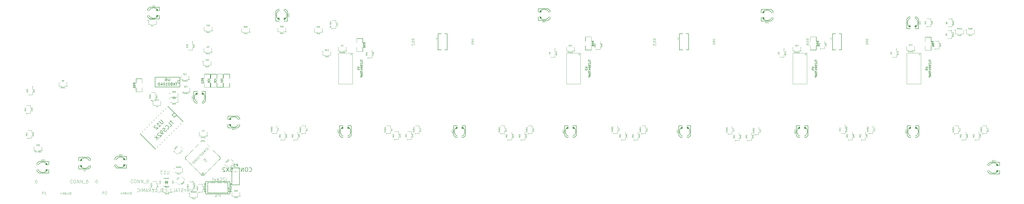
<source format=gbo>
G04 (created by PCBNEW (2013-jul-07)-stable) date Di 23 Feb 2016 16:58:54 CET*
%MOIN*%
G04 Gerber Fmt 3.4, Leading zero omitted, Abs format*
%FSLAX34Y34*%
G01*
G70*
G90*
G04 APERTURE LIST*
%ADD10C,0.00590551*%
%ADD11C,0.008*%
%ADD12C,0.00866142*%
%ADD13C,0.005*%
%ADD14C,0.004*%
%ADD15C,0.0039*%
%ADD16C,0.003*%
%ADD17C,0.0035*%
%ADD18C,0.0047*%
%ADD19C,0.0043*%
%ADD20R,0.027874X0.052874*%
%ADD21C,0.073874*%
%ADD22R,0.0826772X0.0511811*%
%ADD23C,0.059874*%
%ADD24R,0.0492126X0.0492126*%
%ADD25C,0.0492126*%
%ADD26C,0.244094*%
%ADD27R,0.110274X0.070874*%
%ADD28R,0.070874X0.110274*%
%ADD29R,0.047174X0.118074*%
%ADD30R,0.065774X0.024374*%
%ADD31R,0.179474X0.169674*%
%ADD32R,0.062874X0.042874*%
%ADD33R,0.042874X0.062874*%
%ADD34R,0.087874X0.067874*%
%ADD35R,0.066974X0.094474*%
%ADD36O,0.066974X0.094474*%
%ADD37C,0.067874*%
%ADD38R,0.133858X0.133858*%
G04 APERTURE END LIST*
G54D10*
G54D11*
X25635Y-11670D02*
X21835Y-11670D01*
X21835Y-11670D02*
X21835Y-13170D01*
X21835Y-13170D02*
X25635Y-13170D01*
X25635Y-13170D02*
X25635Y-11670D01*
X25635Y-12170D02*
X25335Y-12170D01*
X25335Y-12170D02*
X25335Y-12570D01*
X25335Y-12570D02*
X25635Y-12570D01*
G54D12*
X31843Y-24682D02*
X31592Y-24431D01*
X31704Y-24821D02*
X31453Y-24571D01*
X31564Y-24960D02*
X31314Y-24710D01*
X31425Y-25100D02*
X31175Y-24849D01*
X31286Y-25239D02*
X31036Y-24988D01*
X31147Y-25378D02*
X30896Y-25127D01*
X31008Y-25517D02*
X30757Y-25267D01*
X30869Y-25656D02*
X30618Y-25406D01*
X30729Y-25796D02*
X30479Y-25545D01*
X30590Y-25935D02*
X30340Y-25684D01*
X30451Y-26074D02*
X30200Y-25823D01*
X30312Y-26213D02*
X30061Y-25963D01*
X30173Y-26352D02*
X29922Y-26102D01*
X30033Y-26491D02*
X29783Y-26241D01*
X29894Y-26631D02*
X29644Y-26380D01*
X29755Y-26770D02*
X29504Y-26519D01*
X29755Y-21369D02*
X29504Y-21620D01*
X29894Y-21508D02*
X29644Y-21759D01*
X30033Y-21648D02*
X29783Y-21898D01*
X30173Y-21787D02*
X29922Y-22037D01*
X30312Y-21926D02*
X30061Y-22176D01*
X30451Y-22065D02*
X30200Y-22316D01*
X30590Y-22204D02*
X30340Y-22455D01*
X30729Y-22343D02*
X30479Y-22594D01*
X30869Y-22483D02*
X30618Y-22733D01*
X31008Y-22622D02*
X30757Y-22872D01*
X31147Y-22761D02*
X30896Y-23012D01*
X31286Y-22900D02*
X31036Y-23151D01*
X31425Y-23039D02*
X31175Y-23290D01*
X31564Y-23179D02*
X31314Y-23429D01*
X31704Y-23318D02*
X31453Y-23568D01*
X31843Y-23457D02*
X31592Y-23708D01*
X26693Y-23708D02*
X26442Y-23457D01*
X26832Y-23568D02*
X26581Y-23318D01*
X26971Y-23429D02*
X26721Y-23179D01*
X27110Y-23290D02*
X26860Y-23039D01*
X27249Y-23151D02*
X26999Y-22900D01*
X27389Y-23012D02*
X27138Y-22761D01*
X27528Y-22872D02*
X27277Y-22622D01*
X27667Y-22733D02*
X27416Y-22483D01*
X27806Y-22594D02*
X27556Y-22343D01*
X27945Y-22455D02*
X27695Y-22204D01*
X28085Y-22316D02*
X27834Y-22065D01*
X28224Y-22176D02*
X27973Y-21926D01*
X28363Y-22037D02*
X28112Y-21787D01*
X28502Y-21898D02*
X28252Y-21648D01*
X28641Y-21759D02*
X28391Y-21508D01*
X28781Y-21620D02*
X28530Y-21369D01*
X26693Y-24431D02*
X26442Y-24682D01*
X26832Y-24571D02*
X26581Y-24821D01*
X26971Y-24710D02*
X26721Y-24960D01*
X27110Y-24849D02*
X26860Y-25100D01*
X27249Y-24988D02*
X26999Y-25239D01*
X27389Y-25127D02*
X27138Y-25378D01*
X27528Y-25267D02*
X27277Y-25517D01*
X27667Y-25406D02*
X27416Y-25656D01*
X27806Y-25545D02*
X27556Y-25796D01*
X27945Y-25684D02*
X27695Y-25935D01*
X28085Y-25823D02*
X27834Y-26074D01*
X28224Y-25963D02*
X27973Y-26213D01*
X28363Y-26102D02*
X28112Y-26352D01*
X28502Y-26241D02*
X28252Y-26491D01*
X28641Y-26380D02*
X28391Y-26631D01*
X28781Y-26519D02*
X28530Y-26770D01*
G54D13*
X26498Y-24209D02*
X29003Y-26714D01*
X26498Y-24209D02*
X26498Y-23930D01*
X26498Y-23930D02*
X29003Y-21425D01*
X29282Y-21425D02*
X31787Y-23930D01*
X29003Y-21425D02*
X29282Y-21425D01*
X29282Y-26714D02*
X31787Y-24209D01*
X31787Y-24209D02*
X31787Y-23930D01*
X29003Y-26714D02*
X29282Y-26714D01*
X29261Y-26464D02*
G75*
G03X29261Y-26464I-118J0D01*
G74*
G01*
X19546Y-20374D02*
X23789Y-16131D01*
X23789Y-16131D02*
X26123Y-18465D01*
X24779Y-17121D02*
X24425Y-17475D01*
X24425Y-17475D02*
X24779Y-17829D01*
X24779Y-17829D02*
X25133Y-17475D01*
X21880Y-22708D02*
X19546Y-20374D01*
X26123Y-18465D02*
X21880Y-22708D01*
G54D10*
X22580Y-27165D02*
X22580Y-28424D01*
G54D13*
X24549Y-28424D02*
X24549Y-27165D01*
X23715Y-27545D02*
X23715Y-27795D01*
X23715Y-27795D02*
X23715Y-28045D01*
X23615Y-27695D02*
X23615Y-27895D01*
X23615Y-27895D02*
X23515Y-27895D01*
X23515Y-27895D02*
X23515Y-27695D01*
X23515Y-27695D02*
X23615Y-27695D01*
X23415Y-27545D02*
X23415Y-27795D01*
X23415Y-27795D02*
X23415Y-28045D01*
X23315Y-27795D02*
X23415Y-27795D01*
X23815Y-27795D02*
X23715Y-27795D01*
X24549Y-27165D02*
X22580Y-27165D01*
X24549Y-28424D02*
X22580Y-28424D01*
G54D11*
X29536Y-28895D02*
X29378Y-28895D01*
X29378Y-28895D02*
X29378Y-28345D01*
X29378Y-28345D02*
X29536Y-28345D01*
X29536Y-28148D02*
X29378Y-28148D01*
X29378Y-28148D02*
X29378Y-27991D01*
X29378Y-27991D02*
X29536Y-27991D01*
X29536Y-29249D02*
X29378Y-29249D01*
X29378Y-29249D02*
X29378Y-29092D01*
X29378Y-29092D02*
X29536Y-29092D01*
X29575Y-29564D02*
X29575Y-27676D01*
X29890Y-29407D02*
X29890Y-27833D01*
G54D14*
X33259Y-29249D02*
X33141Y-29249D01*
X33141Y-29249D02*
X33023Y-29249D01*
X33259Y-28620D02*
X33141Y-28620D01*
X33141Y-28620D02*
X33023Y-28620D01*
X33141Y-28620D02*
X33023Y-28738D01*
X33141Y-29249D02*
X33023Y-29131D01*
X33102Y-29171D02*
X33141Y-29131D01*
X33259Y-29131D02*
X33141Y-29131D01*
X33141Y-29131D02*
X33141Y-28738D01*
X33141Y-28738D02*
X33259Y-28738D01*
X33102Y-28698D02*
X33141Y-28738D01*
G54D11*
X33338Y-28345D02*
X33496Y-28345D01*
X33496Y-28345D02*
X33496Y-28895D01*
X33496Y-28895D02*
X33338Y-28895D01*
X33338Y-29092D02*
X33496Y-29092D01*
X33496Y-29092D02*
X33496Y-29249D01*
X33496Y-29249D02*
X33338Y-29249D01*
X33338Y-27991D02*
X33496Y-27991D01*
X33496Y-27991D02*
X33496Y-28148D01*
X33496Y-28148D02*
X33338Y-28148D01*
X33299Y-27676D02*
X33299Y-29564D01*
X32984Y-29407D02*
X29890Y-29407D01*
X33299Y-29564D02*
X29575Y-29564D01*
X33299Y-27676D02*
X29575Y-27676D01*
X32984Y-27833D02*
X32984Y-29407D01*
X32984Y-27833D02*
X29890Y-27833D01*
G54D10*
X34750Y-26080D02*
X34750Y-26430D01*
X34750Y-26430D02*
X34748Y-26446D01*
X33925Y-25574D02*
X34209Y-25575D01*
X33588Y-25575D02*
X33903Y-25575D01*
X33588Y-28193D02*
X33588Y-25575D01*
X33588Y-28193D02*
X34749Y-28193D01*
X34749Y-28193D02*
X34749Y-26401D01*
X34218Y-25575D02*
X34749Y-25575D01*
X34749Y-25575D02*
X34749Y-26086D01*
G54D13*
X34525Y-18550D02*
X34225Y-18550D01*
X34375Y-18700D02*
X34375Y-18400D01*
X34475Y-17650D02*
X32975Y-17650D01*
X34775Y-19150D02*
X34775Y-17950D01*
X34475Y-17650D02*
X34775Y-17950D01*
X34475Y-19450D02*
X32975Y-19450D01*
X34475Y-19450D02*
X34775Y-19150D01*
X33075Y-18500D02*
X33075Y-18600D01*
X33125Y-18800D02*
X33125Y-18300D01*
X33175Y-18200D02*
X33175Y-18900D01*
X33225Y-18100D02*
X33225Y-19000D01*
X33275Y-19050D02*
X33275Y-18050D01*
X33325Y-18000D02*
X33325Y-19100D01*
X33375Y-19150D02*
X33375Y-17950D01*
X33425Y-19200D02*
X33425Y-17900D01*
X34675Y-18550D02*
G75*
G03X34675Y-18550I-800J0D01*
G74*
G01*
X32975Y-19450D02*
X32975Y-17650D01*
X103000Y-20650D02*
X103000Y-20350D01*
X102850Y-20500D02*
X103150Y-20500D01*
X103900Y-20600D02*
X103900Y-19100D01*
X102400Y-20900D02*
X103600Y-20900D01*
X103900Y-20600D02*
X103600Y-20900D01*
X102100Y-20600D02*
X102100Y-19100D01*
X102100Y-20600D02*
X102400Y-20900D01*
X103050Y-19200D02*
X102950Y-19200D01*
X102750Y-19250D02*
X103250Y-19250D01*
X103350Y-19300D02*
X102650Y-19300D01*
X103450Y-19350D02*
X102550Y-19350D01*
X102500Y-19400D02*
X103500Y-19400D01*
X103550Y-19450D02*
X102450Y-19450D01*
X102400Y-19500D02*
X103600Y-19500D01*
X102350Y-19550D02*
X103650Y-19550D01*
X103800Y-20000D02*
G75*
G03X103800Y-20000I-800J0D01*
G74*
G01*
X102100Y-19100D02*
X103900Y-19100D01*
X121000Y-20650D02*
X121000Y-20350D01*
X120850Y-20500D02*
X121150Y-20500D01*
X121900Y-20600D02*
X121900Y-19100D01*
X120400Y-20900D02*
X121600Y-20900D01*
X121900Y-20600D02*
X121600Y-20900D01*
X120100Y-20600D02*
X120100Y-19100D01*
X120100Y-20600D02*
X120400Y-20900D01*
X121050Y-19200D02*
X120950Y-19200D01*
X120750Y-19250D02*
X121250Y-19250D01*
X121350Y-19300D02*
X120650Y-19300D01*
X121450Y-19350D02*
X120550Y-19350D01*
X120500Y-19400D02*
X121500Y-19400D01*
X121550Y-19450D02*
X120450Y-19450D01*
X120400Y-19500D02*
X121600Y-19500D01*
X120350Y-19550D02*
X121650Y-19550D01*
X121800Y-20000D02*
G75*
G03X121800Y-20000I-800J0D01*
G74*
G01*
X120100Y-19100D02*
X121900Y-19100D01*
X68500Y-20650D02*
X68500Y-20350D01*
X68350Y-20500D02*
X68650Y-20500D01*
X69400Y-20600D02*
X69400Y-19100D01*
X67900Y-20900D02*
X69100Y-20900D01*
X69400Y-20600D02*
X69100Y-20900D01*
X67600Y-20600D02*
X67600Y-19100D01*
X67600Y-20600D02*
X67900Y-20900D01*
X68550Y-19200D02*
X68450Y-19200D01*
X68250Y-19250D02*
X68750Y-19250D01*
X68850Y-19300D02*
X68150Y-19300D01*
X68950Y-19350D02*
X68050Y-19350D01*
X68000Y-19400D02*
X69000Y-19400D01*
X69050Y-19450D02*
X67950Y-19450D01*
X67900Y-19500D02*
X69100Y-19500D01*
X67850Y-19550D02*
X69150Y-19550D01*
X69300Y-20000D02*
G75*
G03X69300Y-20000I-800J0D01*
G74*
G01*
X67600Y-19100D02*
X69400Y-19100D01*
X85500Y-20650D02*
X85500Y-20350D01*
X85350Y-20500D02*
X85650Y-20500D01*
X86400Y-20600D02*
X86400Y-19100D01*
X84900Y-20900D02*
X86100Y-20900D01*
X86400Y-20600D02*
X86100Y-20900D01*
X84600Y-20600D02*
X84600Y-19100D01*
X84600Y-20600D02*
X84900Y-20900D01*
X85550Y-19200D02*
X85450Y-19200D01*
X85250Y-19250D02*
X85750Y-19250D01*
X85850Y-19300D02*
X85150Y-19300D01*
X85950Y-19350D02*
X85050Y-19350D01*
X85000Y-19400D02*
X86000Y-19400D01*
X86050Y-19450D02*
X84950Y-19450D01*
X84900Y-19500D02*
X86100Y-19500D01*
X84850Y-19550D02*
X86150Y-19550D01*
X86300Y-20000D02*
G75*
G03X86300Y-20000I-800J0D01*
G74*
G01*
X84600Y-19100D02*
X86400Y-19100D01*
X51000Y-20650D02*
X51000Y-20350D01*
X50850Y-20500D02*
X51150Y-20500D01*
X51900Y-20600D02*
X51900Y-19100D01*
X50400Y-20900D02*
X51600Y-20900D01*
X51900Y-20600D02*
X51600Y-20900D01*
X50100Y-20600D02*
X50100Y-19100D01*
X50100Y-20600D02*
X50400Y-20900D01*
X51050Y-19200D02*
X50950Y-19200D01*
X50750Y-19250D02*
X51250Y-19250D01*
X51350Y-19300D02*
X50650Y-19300D01*
X51450Y-19350D02*
X50550Y-19350D01*
X50500Y-19400D02*
X51500Y-19400D01*
X51550Y-19450D02*
X50450Y-19450D01*
X50400Y-19500D02*
X51600Y-19500D01*
X50350Y-19550D02*
X51650Y-19550D01*
X51800Y-20000D02*
G75*
G03X51800Y-20000I-800J0D01*
G74*
G01*
X50100Y-19100D02*
X51900Y-19100D01*
X138000Y-20650D02*
X138000Y-20350D01*
X137850Y-20500D02*
X138150Y-20500D01*
X138900Y-20600D02*
X138900Y-19100D01*
X137400Y-20900D02*
X138600Y-20900D01*
X138900Y-20600D02*
X138600Y-20900D01*
X137100Y-20600D02*
X137100Y-19100D01*
X137100Y-20600D02*
X137400Y-20900D01*
X138050Y-19200D02*
X137950Y-19200D01*
X137750Y-19250D02*
X138250Y-19250D01*
X138350Y-19300D02*
X137650Y-19300D01*
X138450Y-19350D02*
X137550Y-19350D01*
X137500Y-19400D02*
X138500Y-19400D01*
X138550Y-19450D02*
X137450Y-19450D01*
X137400Y-19500D02*
X138600Y-19500D01*
X137350Y-19550D02*
X138650Y-19550D01*
X138800Y-20000D02*
G75*
G03X138800Y-20000I-800J0D01*
G74*
G01*
X137100Y-19100D02*
X138900Y-19100D01*
X20950Y-1850D02*
X21250Y-1850D01*
X21100Y-1700D02*
X21100Y-2000D01*
X21000Y-2750D02*
X22500Y-2750D01*
X20700Y-1250D02*
X20700Y-2450D01*
X21000Y-2750D02*
X20700Y-2450D01*
X21000Y-950D02*
X22500Y-950D01*
X21000Y-950D02*
X20700Y-1250D01*
X22400Y-1900D02*
X22400Y-1800D01*
X22350Y-1600D02*
X22350Y-2100D01*
X22300Y-2200D02*
X22300Y-1500D01*
X22250Y-2300D02*
X22250Y-1400D01*
X22200Y-1350D02*
X22200Y-2350D01*
X22150Y-2400D02*
X22150Y-1300D01*
X22100Y-1250D02*
X22100Y-2450D01*
X22050Y-1200D02*
X22050Y-2500D01*
X22400Y-1850D02*
G75*
G03X22400Y-1850I-800J0D01*
G74*
G01*
X22500Y-950D02*
X22500Y-2750D01*
X11685Y-24855D02*
X11385Y-24855D01*
X11535Y-25005D02*
X11535Y-24705D01*
X11635Y-23955D02*
X10135Y-23955D01*
X11935Y-25455D02*
X11935Y-24255D01*
X11635Y-23955D02*
X11935Y-24255D01*
X11635Y-25755D02*
X10135Y-25755D01*
X11635Y-25755D02*
X11935Y-25455D01*
X10235Y-24805D02*
X10235Y-24905D01*
X10285Y-25105D02*
X10285Y-24605D01*
X10335Y-24505D02*
X10335Y-25205D01*
X10385Y-24405D02*
X10385Y-25305D01*
X10435Y-25355D02*
X10435Y-24355D01*
X10485Y-24305D02*
X10485Y-25405D01*
X10535Y-25455D02*
X10535Y-24255D01*
X10585Y-25505D02*
X10585Y-24205D01*
X11835Y-24855D02*
G75*
G03X11835Y-24855I-800J0D01*
G74*
G01*
X10135Y-25755D02*
X10135Y-23955D01*
X149700Y-25600D02*
X150000Y-25600D01*
X149850Y-25450D02*
X149850Y-25750D01*
X149750Y-26500D02*
X151250Y-26500D01*
X149450Y-25000D02*
X149450Y-26200D01*
X149750Y-26500D02*
X149450Y-26200D01*
X149750Y-24700D02*
X151250Y-24700D01*
X149750Y-24700D02*
X149450Y-25000D01*
X151150Y-25650D02*
X151150Y-25550D01*
X151100Y-25350D02*
X151100Y-25850D01*
X151050Y-25950D02*
X151050Y-25250D01*
X151000Y-26050D02*
X151000Y-25150D01*
X150950Y-25100D02*
X150950Y-26100D01*
X150900Y-26150D02*
X150900Y-25050D01*
X150850Y-25000D02*
X150850Y-26200D01*
X150800Y-24950D02*
X150800Y-26250D01*
X151150Y-25600D02*
G75*
G03X151150Y-25600I-800J0D01*
G74*
G01*
X151250Y-24700D02*
X151250Y-26500D01*
G54D10*
X65210Y-7490D02*
X66590Y-7490D01*
X66590Y-7490D02*
X66590Y-5000D01*
X66590Y-5000D02*
X65200Y-5000D01*
X65200Y-7500D02*
X65200Y-5000D01*
X102210Y-7490D02*
X103590Y-7490D01*
X103590Y-7490D02*
X103590Y-5000D01*
X103590Y-5000D02*
X102200Y-5000D01*
X102200Y-7500D02*
X102200Y-5000D01*
X125660Y-7490D02*
X127040Y-7490D01*
X127040Y-7490D02*
X127040Y-5000D01*
X127040Y-5000D02*
X125650Y-5000D01*
X125650Y-7500D02*
X125650Y-5000D01*
G54D15*
X139085Y-8184D02*
G75*
G03X139085Y-8184I-99J0D01*
G74*
G01*
X137017Y-7988D02*
X137017Y-12712D01*
X137017Y-12712D02*
X139183Y-12712D01*
X139183Y-12712D02*
X139183Y-7988D01*
X139183Y-7988D02*
X137017Y-7988D01*
X121635Y-8184D02*
G75*
G03X121635Y-8184I-99J0D01*
G74*
G01*
X119567Y-7988D02*
X119567Y-12712D01*
X119567Y-12712D02*
X121733Y-12712D01*
X121733Y-12712D02*
X121733Y-7988D01*
X121733Y-7988D02*
X119567Y-7988D01*
X86935Y-8184D02*
G75*
G03X86935Y-8184I-99J0D01*
G74*
G01*
X84867Y-7988D02*
X84867Y-12712D01*
X84867Y-12712D02*
X87033Y-12712D01*
X87033Y-12712D02*
X87033Y-7988D01*
X87033Y-7988D02*
X84867Y-7988D01*
X51985Y-8184D02*
G75*
G03X51985Y-8184I-99J0D01*
G74*
G01*
X49917Y-7988D02*
X49917Y-12712D01*
X49917Y-12712D02*
X52083Y-12712D01*
X52083Y-12712D02*
X52083Y-7988D01*
X52083Y-7988D02*
X49917Y-7988D01*
X141400Y-7400D02*
G75*
G03X141400Y-7400I-50J0D01*
G74*
G01*
X141350Y-6950D02*
X141350Y-7350D01*
X141350Y-7350D02*
X141950Y-7350D01*
X141950Y-7350D02*
X141950Y-6950D01*
X141950Y-6550D02*
X141950Y-6150D01*
X141950Y-6150D02*
X141350Y-6150D01*
X141350Y-6150D02*
X141350Y-6550D01*
X89500Y-7450D02*
G75*
G03X89500Y-7450I-50J0D01*
G74*
G01*
X89450Y-7000D02*
X89450Y-7400D01*
X89450Y-7400D02*
X90050Y-7400D01*
X90050Y-7400D02*
X90050Y-7000D01*
X90050Y-6600D02*
X90050Y-6200D01*
X90050Y-6200D02*
X89450Y-6200D01*
X89450Y-6200D02*
X89450Y-6600D01*
X123850Y-7350D02*
G75*
G03X123850Y-7350I-50J0D01*
G74*
G01*
X123800Y-6900D02*
X123800Y-7300D01*
X123800Y-7300D02*
X124400Y-7300D01*
X124400Y-7300D02*
X124400Y-6900D01*
X124400Y-6500D02*
X124400Y-6100D01*
X124400Y-6100D02*
X123800Y-6100D01*
X123800Y-6100D02*
X123800Y-6500D01*
X54500Y-8750D02*
G75*
G03X54500Y-8750I-50J0D01*
G74*
G01*
X54450Y-8300D02*
X54450Y-8700D01*
X54450Y-8700D02*
X55050Y-8700D01*
X55050Y-8700D02*
X55050Y-8300D01*
X55050Y-7900D02*
X55050Y-7500D01*
X55050Y-7500D02*
X54450Y-7500D01*
X54450Y-7500D02*
X54450Y-7900D01*
X34900Y-29900D02*
G75*
G03X34900Y-29900I-50J0D01*
G74*
G01*
X34400Y-29900D02*
X34800Y-29900D01*
X34800Y-29900D02*
X34800Y-29300D01*
X34800Y-29300D02*
X34400Y-29300D01*
X34000Y-29300D02*
X33600Y-29300D01*
X33600Y-29300D02*
X33600Y-29900D01*
X33600Y-29900D02*
X34000Y-29900D01*
X24115Y-14960D02*
G75*
G03X24115Y-14960I-50J0D01*
G74*
G01*
X24515Y-14960D02*
X24115Y-14960D01*
X24115Y-14960D02*
X24115Y-15560D01*
X24115Y-15560D02*
X24515Y-15560D01*
X24915Y-15560D02*
X25315Y-15560D01*
X25315Y-15560D02*
X25315Y-14960D01*
X25315Y-14960D02*
X24915Y-14960D01*
X27695Y-27672D02*
G75*
G03X27695Y-27672I-50J0D01*
G74*
G01*
X27645Y-28122D02*
X27645Y-27722D01*
X27645Y-27722D02*
X27045Y-27722D01*
X27045Y-27722D02*
X27045Y-28122D01*
X27045Y-28522D02*
X27045Y-28922D01*
X27045Y-28922D02*
X27645Y-28922D01*
X27645Y-28922D02*
X27645Y-28522D01*
X75935Y-21320D02*
G75*
G03X75935Y-21320I-50J0D01*
G74*
G01*
X75885Y-20870D02*
X75885Y-21270D01*
X75885Y-21270D02*
X76485Y-21270D01*
X76485Y-21270D02*
X76485Y-20870D01*
X76485Y-20470D02*
X76485Y-20070D01*
X76485Y-20070D02*
X75885Y-20070D01*
X75885Y-20070D02*
X75885Y-20470D01*
X77935Y-21320D02*
G75*
G03X77935Y-21320I-50J0D01*
G74*
G01*
X77885Y-20870D02*
X77885Y-21270D01*
X77885Y-21270D02*
X78485Y-21270D01*
X78485Y-21270D02*
X78485Y-20870D01*
X78485Y-20470D02*
X78485Y-20070D01*
X78485Y-20070D02*
X77885Y-20070D01*
X77885Y-20070D02*
X77885Y-20470D01*
X41185Y-21320D02*
G75*
G03X41185Y-21320I-50J0D01*
G74*
G01*
X41135Y-20870D02*
X41135Y-21270D01*
X41135Y-21270D02*
X41735Y-21270D01*
X41735Y-21270D02*
X41735Y-20870D01*
X41735Y-20470D02*
X41735Y-20070D01*
X41735Y-20070D02*
X41135Y-20070D01*
X41135Y-20070D02*
X41135Y-20470D01*
X43135Y-21320D02*
G75*
G03X43135Y-21320I-50J0D01*
G74*
G01*
X43085Y-20870D02*
X43085Y-21270D01*
X43085Y-21270D02*
X43685Y-21270D01*
X43685Y-21270D02*
X43685Y-20870D01*
X43685Y-20470D02*
X43685Y-20070D01*
X43685Y-20070D02*
X43085Y-20070D01*
X43085Y-20070D02*
X43085Y-20470D01*
X58585Y-21270D02*
G75*
G03X58585Y-21270I-50J0D01*
G74*
G01*
X58535Y-20820D02*
X58535Y-21220D01*
X58535Y-21220D02*
X59135Y-21220D01*
X59135Y-21220D02*
X59135Y-20820D01*
X59135Y-20420D02*
X59135Y-20020D01*
X59135Y-20020D02*
X58535Y-20020D01*
X58535Y-20020D02*
X58535Y-20420D01*
X60535Y-21270D02*
G75*
G03X60535Y-21270I-50J0D01*
G74*
G01*
X60485Y-20820D02*
X60485Y-21220D01*
X60485Y-21220D02*
X61085Y-21220D01*
X61085Y-21220D02*
X61085Y-20820D01*
X61085Y-20420D02*
X61085Y-20020D01*
X61085Y-20020D02*
X60485Y-20020D01*
X60485Y-20020D02*
X60485Y-20420D01*
X130135Y-21320D02*
G75*
G03X130135Y-21320I-50J0D01*
G74*
G01*
X130085Y-20870D02*
X130085Y-21270D01*
X130085Y-21270D02*
X130685Y-21270D01*
X130685Y-21270D02*
X130685Y-20870D01*
X130685Y-20470D02*
X130685Y-20070D01*
X130685Y-20070D02*
X130085Y-20070D01*
X130085Y-20070D02*
X130085Y-20470D01*
X128135Y-21320D02*
G75*
G03X128135Y-21320I-50J0D01*
G74*
G01*
X128085Y-20870D02*
X128085Y-21270D01*
X128085Y-21270D02*
X128685Y-21270D01*
X128685Y-21270D02*
X128685Y-20870D01*
X128685Y-20470D02*
X128685Y-20070D01*
X128685Y-20070D02*
X128085Y-20070D01*
X128085Y-20070D02*
X128085Y-20470D01*
X112685Y-21420D02*
G75*
G03X112685Y-21420I-50J0D01*
G74*
G01*
X112635Y-20970D02*
X112635Y-21370D01*
X112635Y-21370D02*
X113235Y-21370D01*
X113235Y-21370D02*
X113235Y-20970D01*
X113235Y-20570D02*
X113235Y-20170D01*
X113235Y-20170D02*
X112635Y-20170D01*
X112635Y-20170D02*
X112635Y-20570D01*
X110785Y-21420D02*
G75*
G03X110785Y-21420I-50J0D01*
G74*
G01*
X110735Y-20970D02*
X110735Y-21370D01*
X110735Y-21370D02*
X111335Y-21370D01*
X111335Y-21370D02*
X111335Y-20970D01*
X111335Y-20570D02*
X111335Y-20170D01*
X111335Y-20170D02*
X110735Y-20170D01*
X110735Y-20170D02*
X110735Y-20570D01*
X147535Y-21320D02*
G75*
G03X147535Y-21320I-50J0D01*
G74*
G01*
X147485Y-20870D02*
X147485Y-21270D01*
X147485Y-21270D02*
X148085Y-21270D01*
X148085Y-21270D02*
X148085Y-20870D01*
X148085Y-20470D02*
X148085Y-20070D01*
X148085Y-20070D02*
X147485Y-20070D01*
X147485Y-20070D02*
X147485Y-20470D01*
X145535Y-21320D02*
G75*
G03X145535Y-21320I-50J0D01*
G74*
G01*
X145485Y-20870D02*
X145485Y-21270D01*
X145485Y-21270D02*
X146085Y-21270D01*
X146085Y-21270D02*
X146085Y-20870D01*
X146085Y-20470D02*
X146085Y-20070D01*
X146085Y-20070D02*
X145485Y-20070D01*
X145485Y-20070D02*
X145485Y-20470D01*
X95285Y-21320D02*
G75*
G03X95285Y-21320I-50J0D01*
G74*
G01*
X95235Y-20870D02*
X95235Y-21270D01*
X95235Y-21270D02*
X95835Y-21270D01*
X95835Y-21270D02*
X95835Y-20870D01*
X95835Y-20470D02*
X95835Y-20070D01*
X95835Y-20070D02*
X95235Y-20070D01*
X95235Y-20070D02*
X95235Y-20470D01*
X93335Y-21320D02*
G75*
G03X93335Y-21320I-50J0D01*
G74*
G01*
X93285Y-20870D02*
X93285Y-21270D01*
X93285Y-21270D02*
X93885Y-21270D01*
X93885Y-21270D02*
X93885Y-20870D01*
X93885Y-20470D02*
X93885Y-20070D01*
X93885Y-20070D02*
X93285Y-20070D01*
X93285Y-20070D02*
X93285Y-20470D01*
X24115Y-14140D02*
G75*
G03X24115Y-14140I-50J0D01*
G74*
G01*
X24515Y-14140D02*
X24115Y-14140D01*
X24115Y-14140D02*
X24115Y-14740D01*
X24115Y-14740D02*
X24515Y-14740D01*
X24915Y-14740D02*
X25315Y-14740D01*
X25315Y-14740D02*
X25315Y-14140D01*
X25315Y-14140D02*
X24915Y-14140D01*
X27127Y-29468D02*
G75*
G03X27127Y-29468I-50J0D01*
G74*
G01*
X27527Y-29468D02*
X27127Y-29468D01*
X27127Y-29468D02*
X27127Y-30068D01*
X27127Y-30068D02*
X27527Y-30068D01*
X27927Y-30068D02*
X28327Y-30068D01*
X28327Y-30068D02*
X28327Y-29468D01*
X28327Y-29468D02*
X27927Y-29468D01*
X27085Y-12040D02*
G75*
G03X27085Y-12040I-50J0D01*
G74*
G01*
X26585Y-12040D02*
X26985Y-12040D01*
X26985Y-12040D02*
X26985Y-11440D01*
X26985Y-11440D02*
X26585Y-11440D01*
X26185Y-11440D02*
X25785Y-11440D01*
X25785Y-11440D02*
X25785Y-12040D01*
X25785Y-12040D02*
X26185Y-12040D01*
X144000Y-2700D02*
G75*
G03X144000Y-2700I-50J0D01*
G74*
G01*
X143950Y-3150D02*
X143950Y-2750D01*
X143950Y-2750D02*
X143350Y-2750D01*
X143350Y-2750D02*
X143350Y-3150D01*
X143350Y-3550D02*
X143350Y-3950D01*
X143350Y-3950D02*
X143950Y-3950D01*
X143950Y-3950D02*
X143950Y-3550D01*
X146150Y-4450D02*
G75*
G03X146150Y-4450I-50J0D01*
G74*
G01*
X146550Y-4450D02*
X146150Y-4450D01*
X146150Y-4450D02*
X146150Y-5050D01*
X146150Y-5050D02*
X146550Y-5050D01*
X146950Y-5050D02*
X147350Y-5050D01*
X147350Y-5050D02*
X147350Y-4450D01*
X147350Y-4450D02*
X146950Y-4450D01*
X143950Y-4500D02*
G75*
G03X143950Y-4500I-50J0D01*
G74*
G01*
X143900Y-4950D02*
X143900Y-4550D01*
X143900Y-4550D02*
X143300Y-4550D01*
X143300Y-4550D02*
X143300Y-4950D01*
X143300Y-5350D02*
X143300Y-5750D01*
X143300Y-5750D02*
X143900Y-5750D01*
X143900Y-5750D02*
X143900Y-5350D01*
X21285Y-15270D02*
G75*
G03X21285Y-15270I-50J0D01*
G74*
G01*
X21235Y-14820D02*
X21235Y-15220D01*
X21235Y-15220D02*
X21835Y-15220D01*
X21835Y-15220D02*
X21835Y-14820D01*
X21835Y-14420D02*
X21835Y-14020D01*
X21835Y-14020D02*
X21235Y-14020D01*
X21235Y-14020D02*
X21235Y-14420D01*
X21485Y-15370D02*
G75*
G03X21485Y-15370I-50J0D01*
G74*
G01*
X21885Y-15370D02*
X21485Y-15370D01*
X21485Y-15370D02*
X21485Y-15970D01*
X21485Y-15970D02*
X21885Y-15970D01*
X22285Y-15970D02*
X22685Y-15970D01*
X22685Y-15970D02*
X22685Y-15370D01*
X22685Y-15370D02*
X22285Y-15370D01*
X8385Y-13060D02*
G75*
G03X8385Y-13060I-50J0D01*
G74*
G01*
X7885Y-13060D02*
X8285Y-13060D01*
X8285Y-13060D02*
X8285Y-12460D01*
X8285Y-12460D02*
X7885Y-12460D01*
X7485Y-12460D02*
X7085Y-12460D01*
X7085Y-12460D02*
X7085Y-13060D01*
X7085Y-13060D02*
X7485Y-13060D01*
X30600Y-7850D02*
G75*
G03X30600Y-7850I-50J0D01*
G74*
G01*
X30100Y-7850D02*
X30500Y-7850D01*
X30500Y-7850D02*
X30500Y-7250D01*
X30500Y-7250D02*
X30100Y-7250D01*
X29700Y-7250D02*
X29300Y-7250D01*
X29300Y-7250D02*
X29300Y-7850D01*
X29300Y-7850D02*
X29700Y-7850D01*
X30635Y-4570D02*
G75*
G03X30635Y-4570I-50J0D01*
G74*
G01*
X30135Y-4570D02*
X30535Y-4570D01*
X30535Y-4570D02*
X30535Y-3970D01*
X30535Y-3970D02*
X30135Y-3970D01*
X29735Y-3970D02*
X29335Y-3970D01*
X29335Y-3970D02*
X29335Y-4570D01*
X29335Y-4570D02*
X29735Y-4570D01*
X36385Y-4770D02*
G75*
G03X36385Y-4770I-50J0D01*
G74*
G01*
X35885Y-4770D02*
X36285Y-4770D01*
X36285Y-4770D02*
X36285Y-4170D01*
X36285Y-4170D02*
X35885Y-4170D01*
X35485Y-4170D02*
X35085Y-4170D01*
X35085Y-4170D02*
X35085Y-4770D01*
X35085Y-4770D02*
X35485Y-4770D01*
X41935Y-4720D02*
G75*
G03X41935Y-4720I-50J0D01*
G74*
G01*
X41435Y-4720D02*
X41835Y-4720D01*
X41835Y-4720D02*
X41835Y-4120D01*
X41835Y-4120D02*
X41435Y-4120D01*
X41035Y-4120D02*
X40635Y-4120D01*
X40635Y-4120D02*
X40635Y-4720D01*
X40635Y-4720D02*
X41035Y-4720D01*
X47535Y-4770D02*
G75*
G03X47535Y-4770I-50J0D01*
G74*
G01*
X47035Y-4770D02*
X47435Y-4770D01*
X47435Y-4770D02*
X47435Y-4170D01*
X47435Y-4170D02*
X47035Y-4170D01*
X46635Y-4170D02*
X46235Y-4170D01*
X46235Y-4170D02*
X46235Y-4770D01*
X46235Y-4770D02*
X46635Y-4770D01*
X3085Y-13120D02*
G75*
G03X3085Y-13120I-50J0D01*
G74*
G01*
X3035Y-13570D02*
X3035Y-13170D01*
X3035Y-13170D02*
X2435Y-13170D01*
X2435Y-13170D02*
X2435Y-13570D01*
X2435Y-13970D02*
X2435Y-14370D01*
X2435Y-14370D02*
X3035Y-14370D01*
X3035Y-14370D02*
X3035Y-13970D01*
X2185Y-17270D02*
G75*
G03X2185Y-17270I-50J0D01*
G74*
G01*
X2135Y-16820D02*
X2135Y-17220D01*
X2135Y-17220D02*
X2735Y-17220D01*
X2735Y-17220D02*
X2735Y-16820D01*
X2735Y-16420D02*
X2735Y-16020D01*
X2735Y-16020D02*
X2135Y-16020D01*
X2135Y-16020D02*
X2135Y-16420D01*
X2385Y-21070D02*
G75*
G03X2385Y-21070I-50J0D01*
G74*
G01*
X2335Y-20620D02*
X2335Y-21020D01*
X2335Y-21020D02*
X2935Y-21020D01*
X2935Y-21020D02*
X2935Y-20620D01*
X2935Y-20220D02*
X2935Y-19820D01*
X2935Y-19820D02*
X2335Y-19820D01*
X2335Y-19820D02*
X2335Y-20220D01*
X29200Y-9250D02*
G75*
G03X29200Y-9250I-50J0D01*
G74*
G01*
X29600Y-9250D02*
X29200Y-9250D01*
X29200Y-9250D02*
X29200Y-9850D01*
X29200Y-9850D02*
X29600Y-9850D01*
X30000Y-9850D02*
X30400Y-9850D01*
X30400Y-9850D02*
X30400Y-9250D01*
X30400Y-9250D02*
X30000Y-9250D01*
X27600Y-6250D02*
G75*
G03X27600Y-6250I-50J0D01*
G74*
G01*
X27550Y-6700D02*
X27550Y-6300D01*
X27550Y-6300D02*
X26950Y-6300D01*
X26950Y-6300D02*
X26950Y-6700D01*
X26950Y-7100D02*
X26950Y-7500D01*
X26950Y-7500D02*
X27550Y-7500D01*
X27550Y-7500D02*
X27550Y-7100D01*
X144500Y-4450D02*
G75*
G03X144500Y-4450I-50J0D01*
G74*
G01*
X144900Y-4450D02*
X144500Y-4450D01*
X144500Y-4450D02*
X144500Y-5050D01*
X144500Y-5050D02*
X144900Y-5050D01*
X145300Y-5050D02*
X145700Y-5050D01*
X145700Y-5050D02*
X145700Y-4450D01*
X145700Y-4450D02*
X145300Y-4450D01*
X21480Y-28900D02*
G75*
G03X21480Y-28900I-50J0D01*
G74*
G01*
X21430Y-28450D02*
X21430Y-28850D01*
X21430Y-28850D02*
X22030Y-28850D01*
X22030Y-28850D02*
X22030Y-28450D01*
X22030Y-28050D02*
X22030Y-27650D01*
X22030Y-27650D02*
X21430Y-27650D01*
X21430Y-27650D02*
X21430Y-28050D01*
X24320Y-29310D02*
G75*
G03X24320Y-29310I-50J0D01*
G74*
G01*
X23820Y-29310D02*
X24220Y-29310D01*
X24220Y-29310D02*
X24220Y-28710D01*
X24220Y-28710D02*
X23820Y-28710D01*
X23420Y-28710D02*
X23020Y-28710D01*
X23020Y-28710D02*
X23020Y-29310D01*
X23020Y-29310D02*
X23420Y-29310D01*
X120850Y-7650D02*
G75*
G03X120850Y-7650I-50J0D01*
G74*
G01*
X120350Y-7650D02*
X120750Y-7650D01*
X120750Y-7650D02*
X120750Y-7050D01*
X120750Y-7050D02*
X120350Y-7050D01*
X119950Y-7050D02*
X119550Y-7050D01*
X119550Y-7050D02*
X119550Y-7650D01*
X119550Y-7650D02*
X119950Y-7650D01*
X138300Y-7550D02*
G75*
G03X138300Y-7550I-50J0D01*
G74*
G01*
X137800Y-7550D02*
X138200Y-7550D01*
X138200Y-7550D02*
X138200Y-6950D01*
X138200Y-6950D02*
X137800Y-6950D01*
X137400Y-6950D02*
X137000Y-6950D01*
X137000Y-6950D02*
X137000Y-7550D01*
X137000Y-7550D02*
X137400Y-7550D01*
X86150Y-7650D02*
G75*
G03X86150Y-7650I-50J0D01*
G74*
G01*
X85650Y-7650D02*
X86050Y-7650D01*
X86050Y-7650D02*
X86050Y-7050D01*
X86050Y-7050D02*
X85650Y-7050D01*
X85250Y-7050D02*
X84850Y-7050D01*
X84850Y-7050D02*
X84850Y-7650D01*
X84850Y-7650D02*
X85250Y-7650D01*
X24810Y-25660D02*
G75*
G03X24810Y-25660I-50J0D01*
G74*
G01*
X25210Y-25660D02*
X24810Y-25660D01*
X24810Y-25660D02*
X24810Y-26260D01*
X24810Y-26260D02*
X25210Y-26260D01*
X25610Y-26260D02*
X26010Y-26260D01*
X26010Y-26260D02*
X26010Y-25660D01*
X26010Y-25660D02*
X25610Y-25660D01*
X27215Y-13935D02*
G75*
G03X27215Y-13935I-50J0D01*
G74*
G01*
X26715Y-13935D02*
X27115Y-13935D01*
X27115Y-13935D02*
X27115Y-13335D01*
X27115Y-13335D02*
X26715Y-13335D01*
X26315Y-13335D02*
X25915Y-13335D01*
X25915Y-13335D02*
X25915Y-13935D01*
X25915Y-13935D02*
X26315Y-13935D01*
X135500Y-7350D02*
G75*
G03X135500Y-7350I-50J0D01*
G74*
G01*
X135450Y-7800D02*
X135450Y-7400D01*
X135450Y-7400D02*
X134850Y-7400D01*
X134850Y-7400D02*
X134850Y-7800D01*
X134850Y-8200D02*
X134850Y-8600D01*
X134850Y-8600D02*
X135450Y-8600D01*
X135450Y-8600D02*
X135450Y-8200D01*
X118250Y-7350D02*
G75*
G03X118250Y-7350I-50J0D01*
G74*
G01*
X118200Y-7800D02*
X118200Y-7400D01*
X118200Y-7400D02*
X117600Y-7400D01*
X117600Y-7400D02*
X117600Y-7800D01*
X117600Y-8200D02*
X117600Y-8600D01*
X117600Y-8600D02*
X118200Y-8600D01*
X118200Y-8600D02*
X118200Y-8200D01*
X83150Y-7350D02*
G75*
G03X83150Y-7350I-50J0D01*
G74*
G01*
X83100Y-7800D02*
X83100Y-7400D01*
X83100Y-7400D02*
X82500Y-7400D01*
X82500Y-7400D02*
X82500Y-7800D01*
X82500Y-8200D02*
X82500Y-8600D01*
X82500Y-8600D02*
X83100Y-8600D01*
X83100Y-8600D02*
X83100Y-8200D01*
X32608Y-25142D02*
G75*
G03X32608Y-25142I-49J0D01*
G74*
G01*
X32876Y-24824D02*
X32593Y-25107D01*
X32593Y-25107D02*
X33017Y-25531D01*
X33017Y-25531D02*
X33300Y-25248D01*
X33583Y-24965D02*
X33866Y-24682D01*
X33866Y-24682D02*
X33442Y-24258D01*
X33442Y-24258D02*
X33159Y-24541D01*
X29891Y-20686D02*
G75*
G03X29891Y-20686I-50J0D01*
G74*
G01*
X29391Y-20686D02*
X29791Y-20686D01*
X29791Y-20686D02*
X29791Y-20086D01*
X29791Y-20086D02*
X29391Y-20086D01*
X28991Y-20086D02*
X28591Y-20086D01*
X28591Y-20086D02*
X28591Y-20686D01*
X28591Y-20686D02*
X28991Y-20686D01*
X47535Y-7720D02*
G75*
G03X47535Y-7720I-50J0D01*
G74*
G01*
X47935Y-7720D02*
X47535Y-7720D01*
X47535Y-7720D02*
X47535Y-8320D01*
X47535Y-8320D02*
X47935Y-8320D01*
X48335Y-8320D02*
X48735Y-8320D01*
X48735Y-8320D02*
X48735Y-7720D01*
X48735Y-7720D02*
X48335Y-7720D01*
X51200Y-7650D02*
G75*
G03X51200Y-7650I-50J0D01*
G74*
G01*
X50700Y-7650D02*
X51100Y-7650D01*
X51100Y-7650D02*
X51100Y-7050D01*
X51100Y-7050D02*
X50700Y-7050D01*
X50300Y-7050D02*
X49900Y-7050D01*
X49900Y-7050D02*
X49900Y-7650D01*
X49900Y-7650D02*
X50300Y-7650D01*
X20785Y-2980D02*
G75*
G03X20785Y-2980I-50J0D01*
G74*
G01*
X21185Y-2980D02*
X20785Y-2980D01*
X20785Y-2980D02*
X20785Y-3580D01*
X20785Y-3580D02*
X21185Y-3580D01*
X21585Y-3580D02*
X21985Y-3580D01*
X21985Y-3580D02*
X21985Y-2980D01*
X21985Y-2980D02*
X21585Y-2980D01*
X127635Y-19020D02*
G75*
G03X127635Y-19020I-50J0D01*
G74*
G01*
X127585Y-19470D02*
X127585Y-19070D01*
X127585Y-19070D02*
X126985Y-19070D01*
X126985Y-19070D02*
X126985Y-19470D01*
X126985Y-19870D02*
X126985Y-20270D01*
X126985Y-20270D02*
X127585Y-20270D01*
X127585Y-20270D02*
X127585Y-19870D01*
X131285Y-20320D02*
G75*
G03X131285Y-20320I-50J0D01*
G74*
G01*
X131235Y-19870D02*
X131235Y-20270D01*
X131235Y-20270D02*
X131835Y-20270D01*
X131835Y-20270D02*
X131835Y-19870D01*
X131835Y-19470D02*
X131835Y-19070D01*
X131835Y-19070D02*
X131235Y-19070D01*
X131235Y-19070D02*
X131235Y-19470D01*
X61735Y-20370D02*
G75*
G03X61735Y-20370I-50J0D01*
G74*
G01*
X61685Y-19920D02*
X61685Y-20320D01*
X61685Y-20320D02*
X62285Y-20320D01*
X62285Y-20320D02*
X62285Y-19920D01*
X62285Y-19520D02*
X62285Y-19120D01*
X62285Y-19120D02*
X61685Y-19120D01*
X61685Y-19120D02*
X61685Y-19520D01*
X79035Y-20370D02*
G75*
G03X79035Y-20370I-50J0D01*
G74*
G01*
X78985Y-19920D02*
X78985Y-20320D01*
X78985Y-20320D02*
X79585Y-20320D01*
X79585Y-20320D02*
X79585Y-19920D01*
X79585Y-19520D02*
X79585Y-19120D01*
X79585Y-19120D02*
X78985Y-19120D01*
X78985Y-19120D02*
X78985Y-19520D01*
X74835Y-20370D02*
G75*
G03X74835Y-20370I-50J0D01*
G74*
G01*
X74785Y-19920D02*
X74785Y-20320D01*
X74785Y-20320D02*
X75385Y-20320D01*
X75385Y-20320D02*
X75385Y-19920D01*
X75385Y-19520D02*
X75385Y-19120D01*
X75385Y-19120D02*
X74785Y-19120D01*
X74785Y-19120D02*
X74785Y-19520D01*
X144385Y-20370D02*
G75*
G03X144385Y-20370I-50J0D01*
G74*
G01*
X144335Y-19920D02*
X144335Y-20320D01*
X144335Y-20320D02*
X144935Y-20320D01*
X144935Y-20320D02*
X144935Y-19920D01*
X144935Y-19520D02*
X144935Y-19120D01*
X144935Y-19120D02*
X144335Y-19120D01*
X144335Y-19120D02*
X144335Y-19520D01*
X148685Y-20370D02*
G75*
G03X148685Y-20370I-50J0D01*
G74*
G01*
X148635Y-19920D02*
X148635Y-20320D01*
X148635Y-20320D02*
X149235Y-20320D01*
X149235Y-20320D02*
X149235Y-19920D01*
X149235Y-19520D02*
X149235Y-19120D01*
X149235Y-19120D02*
X148635Y-19120D01*
X148635Y-19120D02*
X148635Y-19520D01*
X96435Y-20370D02*
G75*
G03X96435Y-20370I-50J0D01*
G74*
G01*
X96385Y-19920D02*
X96385Y-20320D01*
X96385Y-20320D02*
X96985Y-20320D01*
X96985Y-20320D02*
X96985Y-19920D01*
X96985Y-19520D02*
X96985Y-19120D01*
X96985Y-19120D02*
X96385Y-19120D01*
X96385Y-19120D02*
X96385Y-19520D01*
X92135Y-20320D02*
G75*
G03X92135Y-20320I-50J0D01*
G74*
G01*
X92085Y-19870D02*
X92085Y-20270D01*
X92085Y-20270D02*
X92685Y-20270D01*
X92685Y-20270D02*
X92685Y-19870D01*
X92685Y-19470D02*
X92685Y-19070D01*
X92685Y-19070D02*
X92085Y-19070D01*
X92085Y-19070D02*
X92085Y-19470D01*
X28545Y-29345D02*
G75*
G03X28545Y-29345I-50J0D01*
G74*
G01*
X28495Y-28895D02*
X28495Y-29295D01*
X28495Y-29295D02*
X29095Y-29295D01*
X29095Y-29295D02*
X29095Y-28895D01*
X29095Y-28495D02*
X29095Y-28095D01*
X29095Y-28095D02*
X28495Y-28095D01*
X28495Y-28095D02*
X28495Y-28495D01*
X24769Y-23081D02*
G75*
G03X24769Y-23081I-49J0D01*
G74*
G01*
X25037Y-22763D02*
X24754Y-23046D01*
X24754Y-23046D02*
X25178Y-23470D01*
X25178Y-23470D02*
X25461Y-23187D01*
X25744Y-22904D02*
X26027Y-22621D01*
X26027Y-22621D02*
X25603Y-22197D01*
X25603Y-22197D02*
X25320Y-22480D01*
X109685Y-20420D02*
G75*
G03X109685Y-20420I-50J0D01*
G74*
G01*
X109635Y-19970D02*
X109635Y-20370D01*
X109635Y-20370D02*
X110235Y-20370D01*
X110235Y-20370D02*
X110235Y-19970D01*
X110235Y-19570D02*
X110235Y-19170D01*
X110235Y-19170D02*
X109635Y-19170D01*
X109635Y-19170D02*
X109635Y-19570D01*
X113785Y-20520D02*
G75*
G03X113785Y-20520I-50J0D01*
G74*
G01*
X113735Y-20070D02*
X113735Y-20470D01*
X113735Y-20470D02*
X114335Y-20470D01*
X114335Y-20470D02*
X114335Y-20070D01*
X114335Y-19670D02*
X114335Y-19270D01*
X114335Y-19270D02*
X113735Y-19270D01*
X113735Y-19270D02*
X113735Y-19670D01*
X57335Y-20370D02*
G75*
G03X57335Y-20370I-50J0D01*
G74*
G01*
X57285Y-19920D02*
X57285Y-20320D01*
X57285Y-20320D02*
X57885Y-20320D01*
X57885Y-20320D02*
X57885Y-19920D01*
X57885Y-19520D02*
X57885Y-19120D01*
X57885Y-19120D02*
X57285Y-19120D01*
X57285Y-19120D02*
X57285Y-19520D01*
X39935Y-20320D02*
G75*
G03X39935Y-20320I-50J0D01*
G74*
G01*
X39885Y-19870D02*
X39885Y-20270D01*
X39885Y-20270D02*
X40485Y-20270D01*
X40485Y-20270D02*
X40485Y-19870D01*
X40485Y-19470D02*
X40485Y-19070D01*
X40485Y-19070D02*
X39885Y-19070D01*
X39885Y-19070D02*
X39885Y-19470D01*
X44335Y-20370D02*
G75*
G03X44335Y-20370I-50J0D01*
G74*
G01*
X44285Y-19920D02*
X44285Y-20320D01*
X44285Y-20320D02*
X44885Y-20320D01*
X44885Y-20320D02*
X44885Y-19920D01*
X44885Y-19520D02*
X44885Y-19120D01*
X44885Y-19120D02*
X44285Y-19120D01*
X44285Y-19120D02*
X44285Y-19520D01*
G54D13*
X140750Y-7550D02*
X139850Y-7550D01*
X139850Y-7550D02*
X139850Y-6900D01*
X140750Y-6200D02*
X140750Y-5550D01*
X140750Y-5550D02*
X139850Y-5550D01*
X139850Y-5550D02*
X139850Y-6200D01*
X140750Y-6900D02*
X140750Y-7550D01*
X88700Y-7500D02*
X87800Y-7500D01*
X87800Y-7500D02*
X87800Y-6850D01*
X88700Y-6150D02*
X88700Y-5500D01*
X88700Y-5500D02*
X87800Y-5500D01*
X87800Y-5500D02*
X87800Y-6150D01*
X88700Y-6850D02*
X88700Y-7500D01*
X123150Y-7500D02*
X122250Y-7500D01*
X122250Y-7500D02*
X122250Y-6850D01*
X123150Y-6150D02*
X123150Y-5500D01*
X123150Y-5500D02*
X122250Y-5500D01*
X122250Y-5500D02*
X122250Y-6150D01*
X123150Y-6850D02*
X123150Y-7500D01*
X53650Y-7750D02*
X52750Y-7750D01*
X52750Y-7750D02*
X52750Y-7100D01*
X53650Y-6400D02*
X53650Y-5750D01*
X53650Y-5750D02*
X52750Y-5750D01*
X52750Y-5750D02*
X52750Y-6400D01*
X53650Y-7100D02*
X53650Y-7750D01*
X32350Y-11215D02*
X33250Y-11215D01*
X33250Y-11215D02*
X33250Y-11865D01*
X32350Y-12565D02*
X32350Y-13215D01*
X32350Y-13215D02*
X33250Y-13215D01*
X33250Y-13215D02*
X33250Y-12565D01*
X32350Y-11865D02*
X32350Y-11215D01*
X18935Y-11920D02*
X19835Y-11920D01*
X19835Y-11920D02*
X19835Y-12570D01*
X18935Y-13270D02*
X18935Y-13920D01*
X18935Y-13920D02*
X19835Y-13920D01*
X19835Y-13920D02*
X19835Y-13270D01*
X18935Y-12570D02*
X18935Y-11920D01*
X30360Y-11215D02*
X31260Y-11215D01*
X31260Y-11215D02*
X31260Y-11865D01*
X30360Y-12565D02*
X30360Y-13215D01*
X30360Y-13215D02*
X31260Y-13215D01*
X31260Y-13215D02*
X31260Y-12565D01*
X30360Y-11865D02*
X30360Y-11215D01*
X31350Y-11210D02*
X32250Y-11210D01*
X32250Y-11210D02*
X32250Y-11860D01*
X31350Y-12560D02*
X31350Y-13210D01*
X31350Y-13210D02*
X32250Y-13210D01*
X32250Y-13210D02*
X32250Y-12560D01*
X31350Y-11860D02*
X31350Y-11210D01*
X29375Y-11215D02*
X30275Y-11215D01*
X30275Y-11215D02*
X30275Y-11865D01*
X29375Y-12565D02*
X29375Y-13215D01*
X29375Y-13215D02*
X30275Y-13215D01*
X30275Y-13215D02*
X30275Y-12565D01*
X29375Y-11865D02*
X29375Y-11215D01*
G54D15*
X140135Y-3970D02*
G75*
G03X140135Y-3970I-50J0D01*
G74*
G01*
X140085Y-3520D02*
X140085Y-3920D01*
X140085Y-3920D02*
X140685Y-3920D01*
X140685Y-3920D02*
X140685Y-3520D01*
X140685Y-3120D02*
X140685Y-2720D01*
X140685Y-2720D02*
X140085Y-2720D01*
X140085Y-2720D02*
X140085Y-3120D01*
G54D13*
X137930Y-2680D02*
X137930Y-2980D01*
X138080Y-2830D02*
X137780Y-2830D01*
X137030Y-2730D02*
X137030Y-4230D01*
X138530Y-2430D02*
X137330Y-2430D01*
X137030Y-2730D02*
X137330Y-2430D01*
X138830Y-2730D02*
X138830Y-4230D01*
X138830Y-2730D02*
X138530Y-2430D01*
X137880Y-4130D02*
X137980Y-4130D01*
X138180Y-4080D02*
X137680Y-4080D01*
X137580Y-4030D02*
X138280Y-4030D01*
X137480Y-3980D02*
X138380Y-3980D01*
X138430Y-3930D02*
X137430Y-3930D01*
X137380Y-3880D02*
X138480Y-3880D01*
X138530Y-3830D02*
X137330Y-3830D01*
X138580Y-3780D02*
X137280Y-3780D01*
X138730Y-3330D02*
G75*
G03X138730Y-3330I-800J0D01*
G74*
G01*
X138830Y-4230D02*
X137030Y-4230D01*
X82105Y-2065D02*
X81805Y-2065D01*
X81955Y-2215D02*
X81955Y-1915D01*
X82055Y-1165D02*
X80555Y-1165D01*
X82355Y-2665D02*
X82355Y-1465D01*
X82055Y-1165D02*
X82355Y-1465D01*
X82055Y-2965D02*
X80555Y-2965D01*
X82055Y-2965D02*
X82355Y-2665D01*
X80655Y-2015D02*
X80655Y-2115D01*
X80705Y-2315D02*
X80705Y-1815D01*
X80755Y-1715D02*
X80755Y-2415D01*
X80805Y-1615D02*
X80805Y-2515D01*
X80855Y-2565D02*
X80855Y-1565D01*
X80905Y-1515D02*
X80905Y-2615D01*
X80955Y-2665D02*
X80955Y-1465D01*
X81005Y-2715D02*
X81005Y-1415D01*
X82255Y-2065D02*
G75*
G03X82255Y-2065I-800J0D01*
G74*
G01*
X80555Y-2965D02*
X80555Y-1165D01*
G54D15*
X4570Y-22900D02*
G75*
G03X4570Y-22900I-50J0D01*
G74*
G01*
X4070Y-22900D02*
X4470Y-22900D01*
X4470Y-22900D02*
X4470Y-22300D01*
X4470Y-22300D02*
X4070Y-22300D01*
X3670Y-22300D02*
X3270Y-22300D01*
X3270Y-22300D02*
X3270Y-22900D01*
X3270Y-22900D02*
X3670Y-22900D01*
X48970Y-4245D02*
G75*
G03X48970Y-4245I-50J0D01*
G74*
G01*
X48920Y-3795D02*
X48920Y-4195D01*
X48920Y-4195D02*
X49520Y-4195D01*
X49520Y-4195D02*
X49520Y-3795D01*
X49520Y-3395D02*
X49520Y-2995D01*
X49520Y-2995D02*
X48920Y-2995D01*
X48920Y-2995D02*
X48920Y-3395D01*
G54D13*
X116265Y-2195D02*
X115965Y-2195D01*
X116115Y-2345D02*
X116115Y-2045D01*
X116215Y-1295D02*
X114715Y-1295D01*
X116515Y-2795D02*
X116515Y-1595D01*
X116215Y-1295D02*
X116515Y-1595D01*
X116215Y-3095D02*
X114715Y-3095D01*
X116215Y-3095D02*
X116515Y-2795D01*
X114815Y-2145D02*
X114815Y-2245D01*
X114865Y-2445D02*
X114865Y-1945D01*
X114915Y-1845D02*
X114915Y-2545D01*
X114965Y-1745D02*
X114965Y-2645D01*
X115015Y-2695D02*
X115015Y-1695D01*
X115065Y-1645D02*
X115065Y-2745D01*
X115115Y-2795D02*
X115115Y-1595D01*
X115165Y-2845D02*
X115165Y-1545D01*
X116415Y-2195D02*
G75*
G03X116415Y-2195I-800J0D01*
G74*
G01*
X114715Y-3095D02*
X114715Y-1295D01*
X41220Y-1525D02*
X41220Y-1825D01*
X41370Y-1675D02*
X41070Y-1675D01*
X40320Y-1575D02*
X40320Y-3075D01*
X41820Y-1275D02*
X40620Y-1275D01*
X40320Y-1575D02*
X40620Y-1275D01*
X42120Y-1575D02*
X42120Y-3075D01*
X42120Y-1575D02*
X41820Y-1275D01*
X41170Y-2975D02*
X41270Y-2975D01*
X41470Y-2925D02*
X40970Y-2925D01*
X40870Y-2875D02*
X41570Y-2875D01*
X40770Y-2825D02*
X41670Y-2825D01*
X41720Y-2775D02*
X40720Y-2775D01*
X40670Y-2725D02*
X41770Y-2725D01*
X41820Y-2675D02*
X40620Y-2675D01*
X41870Y-2625D02*
X40570Y-2625D01*
X42020Y-2175D02*
G75*
G03X42020Y-2175I-800J0D01*
G74*
G01*
X42120Y-3075D02*
X40320Y-3075D01*
X15900Y-24725D02*
X16200Y-24725D01*
X16050Y-24575D02*
X16050Y-24875D01*
X15950Y-25625D02*
X17450Y-25625D01*
X15650Y-24125D02*
X15650Y-25325D01*
X15950Y-25625D02*
X15650Y-25325D01*
X15950Y-23825D02*
X17450Y-23825D01*
X15950Y-23825D02*
X15650Y-24125D01*
X17350Y-24775D02*
X17350Y-24675D01*
X17300Y-24475D02*
X17300Y-24975D01*
X17250Y-25075D02*
X17250Y-24375D01*
X17200Y-25175D02*
X17200Y-24275D01*
X17150Y-24225D02*
X17150Y-25225D01*
X17100Y-25275D02*
X17100Y-24175D01*
X17050Y-24125D02*
X17050Y-25325D01*
X17000Y-24075D02*
X17000Y-25375D01*
X17350Y-24725D02*
G75*
G03X17350Y-24725I-800J0D01*
G74*
G01*
X17450Y-23825D02*
X17450Y-25625D01*
X28665Y-15405D02*
X28665Y-15105D01*
X28515Y-15255D02*
X28815Y-15255D01*
X29565Y-15355D02*
X29565Y-13855D01*
X28065Y-15655D02*
X29265Y-15655D01*
X29565Y-15355D02*
X29265Y-15655D01*
X27765Y-15355D02*
X27765Y-13855D01*
X27765Y-15355D02*
X28065Y-15655D01*
X28715Y-13955D02*
X28615Y-13955D01*
X28415Y-14005D02*
X28915Y-14005D01*
X29015Y-14055D02*
X28315Y-14055D01*
X29115Y-14105D02*
X28215Y-14105D01*
X28165Y-14155D02*
X29165Y-14155D01*
X29215Y-14205D02*
X28115Y-14205D01*
X28065Y-14255D02*
X29265Y-14255D01*
X28015Y-14305D02*
X29315Y-14305D01*
X29465Y-14755D02*
G75*
G03X29465Y-14755I-800J0D01*
G74*
G01*
X27765Y-13855D02*
X29565Y-13855D01*
X3985Y-25485D02*
X4285Y-25485D01*
X4135Y-25335D02*
X4135Y-25635D01*
X4035Y-26385D02*
X5535Y-26385D01*
X3735Y-24885D02*
X3735Y-26085D01*
X4035Y-26385D02*
X3735Y-26085D01*
X4035Y-24585D02*
X5535Y-24585D01*
X4035Y-24585D02*
X3735Y-24885D01*
X5435Y-25535D02*
X5435Y-25435D01*
X5385Y-25235D02*
X5385Y-25735D01*
X5335Y-25835D02*
X5335Y-25135D01*
X5285Y-25935D02*
X5285Y-25035D01*
X5235Y-24985D02*
X5235Y-25985D01*
X5185Y-26035D02*
X5185Y-24935D01*
X5135Y-24885D02*
X5135Y-26085D01*
X5085Y-24835D02*
X5085Y-26135D01*
X5435Y-25485D02*
G75*
G03X5435Y-25485I-800J0D01*
G74*
G01*
X5535Y-24585D02*
X5535Y-26385D01*
G54D15*
X25098Y-27797D02*
G75*
G03X25098Y-27797I-49J0D01*
G74*
G01*
X25366Y-27479D02*
X25083Y-27762D01*
X25083Y-27762D02*
X25507Y-28186D01*
X25507Y-28186D02*
X25790Y-27903D01*
X26073Y-27620D02*
X26356Y-27337D01*
X26356Y-27337D02*
X25932Y-26913D01*
X25932Y-26913D02*
X25649Y-27196D01*
G54D10*
X32917Y-29120D02*
G75*
G03X32917Y-29120I-230J0D01*
G74*
G01*
X32417Y-28120D02*
G75*
G03X32417Y-28120I-230J0D01*
G74*
G01*
X31917Y-29120D02*
G75*
G03X31917Y-29120I-230J0D01*
G74*
G01*
X31417Y-28120D02*
G75*
G03X31417Y-28120I-230J0D01*
G74*
G01*
X30917Y-29120D02*
G75*
G03X30917Y-29120I-230J0D01*
G74*
G01*
X30417Y-28120D02*
G75*
G03X30417Y-28120I-230J0D01*
G74*
G01*
X34237Y-25712D02*
X34237Y-26067D01*
X34592Y-26067D01*
X34592Y-25712D01*
X34237Y-25712D01*
X34592Y-26390D02*
G75*
G03X34592Y-26390I-177J0D01*
G74*
G01*
X34592Y-26890D02*
G75*
G03X34592Y-26890I-177J0D01*
G74*
G01*
X34592Y-27390D02*
G75*
G03X34592Y-27390I-177J0D01*
G74*
G01*
X34592Y-27890D02*
G75*
G03X34592Y-27890I-177J0D01*
G74*
G01*
X34092Y-26390D02*
G75*
G03X34092Y-26390I-177J0D01*
G74*
G01*
X34092Y-26890D02*
G75*
G03X34092Y-26890I-177J0D01*
G74*
G01*
X34092Y-27390D02*
G75*
G03X34092Y-27390I-177J0D01*
G74*
G01*
X34092Y-27890D02*
G75*
G03X34092Y-27890I-177J0D01*
G74*
G01*
X34092Y-25890D02*
G75*
G03X34092Y-25890I-177J0D01*
G74*
G01*
G54D13*
X24077Y-11831D02*
X24077Y-12155D01*
X24056Y-12193D01*
X24035Y-12212D01*
X23992Y-12231D01*
X23906Y-12231D01*
X23863Y-12212D01*
X23842Y-12193D01*
X23820Y-12155D01*
X23820Y-11831D01*
X23413Y-11831D02*
X23499Y-11831D01*
X23542Y-11850D01*
X23563Y-11870D01*
X23606Y-11927D01*
X23627Y-12003D01*
X23627Y-12155D01*
X23606Y-12193D01*
X23585Y-12212D01*
X23542Y-12231D01*
X23456Y-12231D01*
X23413Y-12212D01*
X23392Y-12193D01*
X23370Y-12155D01*
X23370Y-12060D01*
X23392Y-12022D01*
X23413Y-12003D01*
X23456Y-11984D01*
X23542Y-11984D01*
X23585Y-12003D01*
X23606Y-12022D01*
X23627Y-12060D01*
X25201Y-12531D02*
X24973Y-12531D01*
X25087Y-12931D02*
X25087Y-12531D01*
X24877Y-12531D02*
X24611Y-12931D01*
X24611Y-12531D02*
X24877Y-12931D01*
X24325Y-12722D02*
X24268Y-12741D01*
X24249Y-12760D01*
X24230Y-12798D01*
X24230Y-12855D01*
X24249Y-12893D01*
X24268Y-12912D01*
X24306Y-12931D01*
X24458Y-12931D01*
X24458Y-12531D01*
X24325Y-12531D01*
X24287Y-12550D01*
X24268Y-12570D01*
X24249Y-12608D01*
X24249Y-12646D01*
X24268Y-12684D01*
X24287Y-12703D01*
X24325Y-12722D01*
X24458Y-12722D01*
X23982Y-12531D02*
X23944Y-12531D01*
X23906Y-12550D01*
X23887Y-12570D01*
X23868Y-12608D01*
X23849Y-12684D01*
X23849Y-12779D01*
X23868Y-12855D01*
X23887Y-12893D01*
X23906Y-12912D01*
X23944Y-12931D01*
X23982Y-12931D01*
X24020Y-12912D01*
X24039Y-12893D01*
X24058Y-12855D01*
X24077Y-12779D01*
X24077Y-12684D01*
X24058Y-12608D01*
X24039Y-12570D01*
X24020Y-12550D01*
X23982Y-12531D01*
X23468Y-12931D02*
X23696Y-12931D01*
X23582Y-12931D02*
X23582Y-12531D01*
X23620Y-12589D01*
X23658Y-12627D01*
X23696Y-12646D01*
X23220Y-12531D02*
X23182Y-12531D01*
X23144Y-12550D01*
X23125Y-12570D01*
X23106Y-12608D01*
X23087Y-12684D01*
X23087Y-12779D01*
X23106Y-12855D01*
X23125Y-12893D01*
X23144Y-12912D01*
X23182Y-12931D01*
X23220Y-12931D01*
X23258Y-12912D01*
X23277Y-12893D01*
X23296Y-12855D01*
X23315Y-12779D01*
X23315Y-12684D01*
X23296Y-12608D01*
X23277Y-12570D01*
X23258Y-12550D01*
X23220Y-12531D01*
X22744Y-12665D02*
X22744Y-12931D01*
X22839Y-12512D02*
X22935Y-12798D01*
X22687Y-12798D01*
X22535Y-12931D02*
X22535Y-12531D01*
X22439Y-12531D01*
X22382Y-12550D01*
X22344Y-12589D01*
X22325Y-12627D01*
X22306Y-12703D01*
X22306Y-12760D01*
X22325Y-12836D01*
X22344Y-12874D01*
X22382Y-12912D01*
X22439Y-12931D01*
X22535Y-12931D01*
G54D16*
X29803Y-24461D02*
X29620Y-24644D01*
X29588Y-24655D01*
X29566Y-24655D01*
X29534Y-24644D01*
X29491Y-24601D01*
X29480Y-24569D01*
X29480Y-24547D01*
X29491Y-24515D01*
X29674Y-24331D01*
X29437Y-24288D02*
X29469Y-24299D01*
X29491Y-24299D01*
X29523Y-24288D01*
X29534Y-24278D01*
X29545Y-24245D01*
X29545Y-24224D01*
X29534Y-24191D01*
X29491Y-24148D01*
X29458Y-24138D01*
X29437Y-24138D01*
X29404Y-24148D01*
X29394Y-24159D01*
X29383Y-24191D01*
X29383Y-24213D01*
X29394Y-24245D01*
X29437Y-24288D01*
X29448Y-24321D01*
X29448Y-24342D01*
X29437Y-24375D01*
X29394Y-24418D01*
X29361Y-24428D01*
X29340Y-24428D01*
X29307Y-24418D01*
X29264Y-24375D01*
X29254Y-24342D01*
X29254Y-24321D01*
X29264Y-24288D01*
X29307Y-24245D01*
X29340Y-24234D01*
X29361Y-24234D01*
X29394Y-24245D01*
X30012Y-22655D02*
X29990Y-22698D01*
X29936Y-22752D01*
X29904Y-22762D01*
X29883Y-22762D01*
X29850Y-22752D01*
X29829Y-22730D01*
X29818Y-22698D01*
X29818Y-22676D01*
X29829Y-22644D01*
X29861Y-22590D01*
X29872Y-22558D01*
X29872Y-22536D01*
X29861Y-22504D01*
X29840Y-22482D01*
X29807Y-22471D01*
X29786Y-22471D01*
X29753Y-22482D01*
X29699Y-22536D01*
X29678Y-22579D01*
X29602Y-22633D02*
X29473Y-22762D01*
X29764Y-22924D02*
X29538Y-22698D01*
X29624Y-23064D02*
X29398Y-22838D01*
X29484Y-23075D01*
X29247Y-22989D01*
X29473Y-23215D01*
X29161Y-23075D02*
X29021Y-23215D01*
X29182Y-23226D01*
X29150Y-23258D01*
X29139Y-23290D01*
X29139Y-23312D01*
X29150Y-23344D01*
X29204Y-23398D01*
X29236Y-23409D01*
X29258Y-23409D01*
X29290Y-23398D01*
X29355Y-23333D01*
X29365Y-23301D01*
X29365Y-23280D01*
X28956Y-23323D02*
X28934Y-23323D01*
X28902Y-23333D01*
X28848Y-23387D01*
X28837Y-23420D01*
X28837Y-23441D01*
X28848Y-23474D01*
X28870Y-23495D01*
X28913Y-23517D01*
X29171Y-23517D01*
X29031Y-23657D01*
X28740Y-23711D02*
X28816Y-23635D01*
X28934Y-23754D02*
X28708Y-23527D01*
X28600Y-23635D01*
X28622Y-24066D02*
X28751Y-23937D01*
X28687Y-24001D02*
X28460Y-23775D01*
X28514Y-23786D01*
X28557Y-23786D01*
X28590Y-23775D01*
X28256Y-23980D02*
X28234Y-24001D01*
X28223Y-24034D01*
X28223Y-24055D01*
X28234Y-24088D01*
X28266Y-24142D01*
X28320Y-24195D01*
X28374Y-24228D01*
X28406Y-24239D01*
X28428Y-24239D01*
X28460Y-24228D01*
X28482Y-24206D01*
X28493Y-24174D01*
X28493Y-24152D01*
X28482Y-24120D01*
X28450Y-24066D01*
X28396Y-24012D01*
X28342Y-23980D01*
X28309Y-23969D01*
X28288Y-23969D01*
X28256Y-23980D01*
X28105Y-24131D02*
X27965Y-24271D01*
X28126Y-24282D01*
X28094Y-24314D01*
X28083Y-24346D01*
X28083Y-24368D01*
X28094Y-24400D01*
X28148Y-24454D01*
X28180Y-24465D01*
X28202Y-24465D01*
X28234Y-24454D01*
X28299Y-24389D01*
X28309Y-24357D01*
X28309Y-24336D01*
X27965Y-24723D02*
X27932Y-24540D01*
X28094Y-24594D02*
X27868Y-24368D01*
X27781Y-24454D01*
X27771Y-24486D01*
X27771Y-24508D01*
X27781Y-24540D01*
X27814Y-24573D01*
X27846Y-24583D01*
X27868Y-24583D01*
X27900Y-24573D01*
X27986Y-24486D01*
X27674Y-24777D02*
X27652Y-24820D01*
X27652Y-24842D01*
X27663Y-24874D01*
X27695Y-24907D01*
X27728Y-24917D01*
X27749Y-24917D01*
X27781Y-24907D01*
X27868Y-24820D01*
X27641Y-24594D01*
X27566Y-24670D01*
X27555Y-24702D01*
X27555Y-24723D01*
X27566Y-24756D01*
X27588Y-24777D01*
X27620Y-24788D01*
X27641Y-24788D01*
X27674Y-24777D01*
X27749Y-24702D01*
G54D17*
X13800Y-29601D02*
X13800Y-29201D01*
X13953Y-29201D01*
X13991Y-29220D01*
X14010Y-29240D01*
X14029Y-29278D01*
X14029Y-29335D01*
X14010Y-29373D01*
X13991Y-29392D01*
X13953Y-29411D01*
X13800Y-29411D01*
X14181Y-29240D02*
X14200Y-29220D01*
X14238Y-29201D01*
X14334Y-29201D01*
X14372Y-29220D01*
X14391Y-29240D01*
X14410Y-29278D01*
X14410Y-29316D01*
X14391Y-29373D01*
X14162Y-29601D01*
X14410Y-29601D01*
X18414Y-27825D02*
X18390Y-27849D01*
X18319Y-27873D01*
X18271Y-27873D01*
X18200Y-27849D01*
X18152Y-27801D01*
X18128Y-27754D01*
X18104Y-27659D01*
X18104Y-27587D01*
X18128Y-27492D01*
X18152Y-27444D01*
X18200Y-27397D01*
X18271Y-27373D01*
X18319Y-27373D01*
X18390Y-27397D01*
X18414Y-27421D01*
X18724Y-27373D02*
X18819Y-27373D01*
X18866Y-27397D01*
X18914Y-27444D01*
X18938Y-27540D01*
X18938Y-27706D01*
X18914Y-27801D01*
X18866Y-27849D01*
X18819Y-27873D01*
X18724Y-27873D01*
X18676Y-27849D01*
X18628Y-27801D01*
X18604Y-27706D01*
X18604Y-27540D01*
X18628Y-27444D01*
X18676Y-27397D01*
X18724Y-27373D01*
X19152Y-27873D02*
X19152Y-27373D01*
X19438Y-27873D01*
X19438Y-27373D01*
X19676Y-27873D02*
X19676Y-27373D01*
X19962Y-27873D01*
X19962Y-27373D01*
X20081Y-27921D02*
X20462Y-27921D01*
X20795Y-27373D02*
X20700Y-27373D01*
X20652Y-27397D01*
X20628Y-27421D01*
X20581Y-27492D01*
X20557Y-27587D01*
X20557Y-27778D01*
X20581Y-27825D01*
X20604Y-27849D01*
X20652Y-27873D01*
X20747Y-27873D01*
X20795Y-27849D01*
X20819Y-27825D01*
X20843Y-27778D01*
X20843Y-27659D01*
X20819Y-27611D01*
X20795Y-27587D01*
X20747Y-27563D01*
X20652Y-27563D01*
X20604Y-27587D01*
X20581Y-27611D01*
X20557Y-27659D01*
X12970Y-27403D02*
X12875Y-27403D01*
X12827Y-27427D01*
X12803Y-27451D01*
X12755Y-27522D01*
X12732Y-27617D01*
X12732Y-27808D01*
X12755Y-27855D01*
X12779Y-27879D01*
X12827Y-27903D01*
X12922Y-27903D01*
X12970Y-27879D01*
X12994Y-27855D01*
X13017Y-27808D01*
X13017Y-27689D01*
X12994Y-27641D01*
X12970Y-27617D01*
X12922Y-27593D01*
X12827Y-27593D01*
X12779Y-27617D01*
X12755Y-27641D01*
X12732Y-27689D01*
X16566Y-29396D02*
X16810Y-29487D01*
X16566Y-29579D01*
X16917Y-29289D02*
X17024Y-29609D01*
X17130Y-29289D01*
X17222Y-29518D02*
X17374Y-29518D01*
X17191Y-29609D02*
X17298Y-29289D01*
X17405Y-29609D01*
X17664Y-29609D02*
X17511Y-29609D01*
X17511Y-29289D01*
X17770Y-29289D02*
X17770Y-29548D01*
X17785Y-29579D01*
X17801Y-29594D01*
X17831Y-29609D01*
X17892Y-29609D01*
X17923Y-29594D01*
X17938Y-29579D01*
X17953Y-29548D01*
X17953Y-29289D01*
X18105Y-29441D02*
X18212Y-29441D01*
X18258Y-29609D02*
X18105Y-29609D01*
X18105Y-29289D01*
X18258Y-29289D01*
X4530Y-29631D02*
X4530Y-29231D01*
X4683Y-29231D01*
X4721Y-29250D01*
X4740Y-29270D01*
X4759Y-29308D01*
X4759Y-29365D01*
X4740Y-29403D01*
X4721Y-29422D01*
X4683Y-29441D01*
X4530Y-29441D01*
X5140Y-29631D02*
X4911Y-29631D01*
X5026Y-29631D02*
X5026Y-29231D01*
X4987Y-29289D01*
X4949Y-29327D01*
X4911Y-29346D01*
X9144Y-27855D02*
X9120Y-27879D01*
X9049Y-27903D01*
X9001Y-27903D01*
X8930Y-27879D01*
X8882Y-27831D01*
X8858Y-27784D01*
X8834Y-27689D01*
X8834Y-27617D01*
X8858Y-27522D01*
X8882Y-27474D01*
X8930Y-27427D01*
X9001Y-27403D01*
X9049Y-27403D01*
X9120Y-27427D01*
X9144Y-27451D01*
X9454Y-27403D02*
X9549Y-27403D01*
X9596Y-27427D01*
X9644Y-27474D01*
X9668Y-27570D01*
X9668Y-27736D01*
X9644Y-27831D01*
X9596Y-27879D01*
X9549Y-27903D01*
X9454Y-27903D01*
X9406Y-27879D01*
X9358Y-27831D01*
X9334Y-27736D01*
X9334Y-27570D01*
X9358Y-27474D01*
X9406Y-27427D01*
X9454Y-27403D01*
X9882Y-27903D02*
X9882Y-27403D01*
X10168Y-27903D01*
X10168Y-27403D01*
X10406Y-27903D02*
X10406Y-27403D01*
X10692Y-27903D01*
X10692Y-27403D01*
X10811Y-27951D02*
X11192Y-27951D01*
X11525Y-27403D02*
X11430Y-27403D01*
X11382Y-27427D01*
X11358Y-27451D01*
X11311Y-27522D01*
X11287Y-27617D01*
X11287Y-27808D01*
X11311Y-27855D01*
X11334Y-27879D01*
X11382Y-27903D01*
X11477Y-27903D01*
X11525Y-27879D01*
X11549Y-27855D01*
X11573Y-27808D01*
X11573Y-27689D01*
X11549Y-27641D01*
X11525Y-27617D01*
X11477Y-27593D01*
X11382Y-27593D01*
X11334Y-27617D01*
X11311Y-27641D01*
X11287Y-27689D01*
X3700Y-27433D02*
X3605Y-27433D01*
X3557Y-27457D01*
X3533Y-27481D01*
X3485Y-27552D01*
X3462Y-27647D01*
X3462Y-27838D01*
X3485Y-27885D01*
X3509Y-27909D01*
X3557Y-27933D01*
X3652Y-27933D01*
X3700Y-27909D01*
X3724Y-27885D01*
X3747Y-27838D01*
X3747Y-27719D01*
X3724Y-27671D01*
X3700Y-27647D01*
X3652Y-27623D01*
X3557Y-27623D01*
X3509Y-27647D01*
X3485Y-27671D01*
X3462Y-27719D01*
X7296Y-29426D02*
X7540Y-29517D01*
X7296Y-29609D01*
X7647Y-29319D02*
X7754Y-29639D01*
X7860Y-29319D01*
X7952Y-29548D02*
X8104Y-29548D01*
X7921Y-29639D02*
X8028Y-29319D01*
X8135Y-29639D01*
X8394Y-29639D02*
X8241Y-29639D01*
X8241Y-29319D01*
X8500Y-29319D02*
X8500Y-29578D01*
X8515Y-29609D01*
X8531Y-29624D01*
X8561Y-29639D01*
X8622Y-29639D01*
X8653Y-29624D01*
X8668Y-29609D01*
X8683Y-29578D01*
X8683Y-29319D01*
X8835Y-29471D02*
X8942Y-29471D01*
X8988Y-29639D02*
X8835Y-29639D01*
X8835Y-29319D01*
X8988Y-29319D01*
G54D13*
X22683Y-18217D02*
X23026Y-18561D01*
X23047Y-18621D01*
X23047Y-18662D01*
X23026Y-18722D01*
X22946Y-18803D01*
X22885Y-18824D01*
X22845Y-18824D01*
X22784Y-18803D01*
X22441Y-18460D01*
X22441Y-19308D02*
X22683Y-19066D01*
X22562Y-19187D02*
X22137Y-18763D01*
X22239Y-18783D01*
X22319Y-18783D01*
X22380Y-18763D01*
X21895Y-19086D02*
X21855Y-19086D01*
X21794Y-19106D01*
X21693Y-19207D01*
X21673Y-19268D01*
X21673Y-19308D01*
X21693Y-19369D01*
X21733Y-19409D01*
X21814Y-19450D01*
X22299Y-19450D01*
X22036Y-19712D01*
X24319Y-18278D02*
X24077Y-18520D01*
X24622Y-18824D02*
X24198Y-18399D01*
X24158Y-19288D02*
X24360Y-19086D01*
X23936Y-18662D01*
X23734Y-19632D02*
X23774Y-19632D01*
X23855Y-19591D01*
X23895Y-19551D01*
X23936Y-19470D01*
X23936Y-19389D01*
X23915Y-19329D01*
X23855Y-19228D01*
X23794Y-19167D01*
X23693Y-19106D01*
X23633Y-19086D01*
X23552Y-19086D01*
X23471Y-19127D01*
X23430Y-19167D01*
X23390Y-19248D01*
X23390Y-19288D01*
X22966Y-19632D02*
X23168Y-19430D01*
X23390Y-19611D01*
X23350Y-19611D01*
X23289Y-19632D01*
X23188Y-19733D01*
X23168Y-19793D01*
X23168Y-19834D01*
X23188Y-19894D01*
X23289Y-19995D01*
X23350Y-20015D01*
X23390Y-20015D01*
X23451Y-19995D01*
X23552Y-19894D01*
X23572Y-19834D01*
X23572Y-19793D01*
X23168Y-20278D02*
X23087Y-20359D01*
X23026Y-20379D01*
X22986Y-20379D01*
X22885Y-20359D01*
X22784Y-20298D01*
X22622Y-20137D01*
X22602Y-20076D01*
X22602Y-20036D01*
X22622Y-19975D01*
X22703Y-19894D01*
X22764Y-19874D01*
X22804Y-19874D01*
X22865Y-19894D01*
X22966Y-19995D01*
X22986Y-20056D01*
X22986Y-20096D01*
X22966Y-20157D01*
X22885Y-20238D01*
X22824Y-20258D01*
X22784Y-20258D01*
X22723Y-20238D01*
X22420Y-20258D02*
X22380Y-20258D01*
X22319Y-20278D01*
X22218Y-20379D01*
X22198Y-20440D01*
X22198Y-20480D01*
X22218Y-20541D01*
X22259Y-20581D01*
X22340Y-20622D01*
X22824Y-20622D01*
X22562Y-20884D01*
X21996Y-20601D02*
X22137Y-21308D01*
X21713Y-20884D02*
X22420Y-21026D01*
G54D17*
X23934Y-25997D02*
X23934Y-26402D01*
X23910Y-26449D01*
X23886Y-26473D01*
X23838Y-26497D01*
X23743Y-26497D01*
X23695Y-26473D01*
X23672Y-26449D01*
X23648Y-26402D01*
X23648Y-25997D01*
X23148Y-26497D02*
X23434Y-26497D01*
X23291Y-26497D02*
X23291Y-25997D01*
X23338Y-26068D01*
X23386Y-26116D01*
X23434Y-26140D01*
X22981Y-25997D02*
X22672Y-25997D01*
X22838Y-26187D01*
X22767Y-26187D01*
X22719Y-26211D01*
X22695Y-26235D01*
X22672Y-26283D01*
X22672Y-26402D01*
X22695Y-26449D01*
X22719Y-26473D01*
X22767Y-26497D01*
X22910Y-26497D01*
X22957Y-26473D01*
X22981Y-26449D01*
X27219Y-29199D02*
X27243Y-29223D01*
X27315Y-29247D01*
X27362Y-29247D01*
X27434Y-29223D01*
X27481Y-29175D01*
X27505Y-29128D01*
X27529Y-29033D01*
X27529Y-28961D01*
X27505Y-28866D01*
X27481Y-28818D01*
X27434Y-28771D01*
X27362Y-28747D01*
X27315Y-28747D01*
X27243Y-28771D01*
X27219Y-28795D01*
X26719Y-29247D02*
X26886Y-29009D01*
X27005Y-29247D02*
X27005Y-28747D01*
X26815Y-28747D01*
X26767Y-28771D01*
X26743Y-28795D01*
X26719Y-28842D01*
X26719Y-28914D01*
X26743Y-28961D01*
X26767Y-28985D01*
X26815Y-29009D01*
X27005Y-29009D01*
X26410Y-29009D02*
X26410Y-29247D01*
X26576Y-28747D02*
X26410Y-29009D01*
X26243Y-28747D01*
X26100Y-29223D02*
X26029Y-29247D01*
X25910Y-29247D01*
X25862Y-29223D01*
X25838Y-29199D01*
X25815Y-29152D01*
X25815Y-29104D01*
X25838Y-29056D01*
X25862Y-29033D01*
X25910Y-29009D01*
X26005Y-28985D01*
X26053Y-28961D01*
X26076Y-28937D01*
X26100Y-28890D01*
X26100Y-28842D01*
X26076Y-28795D01*
X26053Y-28771D01*
X26005Y-28747D01*
X25886Y-28747D01*
X25815Y-28771D01*
X25672Y-28747D02*
X25386Y-28747D01*
X25529Y-29247D02*
X25529Y-28747D01*
X25243Y-29104D02*
X25005Y-29104D01*
X25291Y-29247D02*
X25124Y-28747D01*
X24957Y-29247D01*
X24553Y-29247D02*
X24791Y-29247D01*
X24791Y-28747D01*
X24505Y-29295D02*
X24124Y-29295D01*
X24029Y-29223D02*
X23957Y-29247D01*
X23838Y-29247D01*
X23791Y-29223D01*
X23767Y-29199D01*
X23743Y-29152D01*
X23743Y-29104D01*
X23767Y-29056D01*
X23791Y-29033D01*
X23838Y-29009D01*
X23934Y-28985D01*
X23981Y-28961D01*
X24005Y-28937D01*
X24029Y-28890D01*
X24029Y-28842D01*
X24005Y-28795D01*
X23981Y-28771D01*
X23934Y-28747D01*
X23815Y-28747D01*
X23743Y-28771D01*
X23529Y-29247D02*
X23529Y-28747D01*
X23362Y-29104D01*
X23195Y-28747D01*
X23195Y-29247D01*
X22957Y-29247D02*
X22957Y-28747D01*
X22838Y-28747D01*
X22767Y-28771D01*
X22719Y-28818D01*
X22695Y-28866D01*
X22672Y-28961D01*
X22672Y-29033D01*
X22695Y-29128D01*
X22719Y-29175D01*
X22767Y-29223D01*
X22838Y-29247D01*
X22957Y-29247D01*
X22576Y-29295D02*
X22195Y-29295D01*
X21791Y-29199D02*
X21815Y-29223D01*
X21886Y-29247D01*
X21934Y-29247D01*
X22005Y-29223D01*
X22053Y-29175D01*
X22076Y-29128D01*
X22100Y-29033D01*
X22100Y-28961D01*
X22076Y-28866D01*
X22053Y-28818D01*
X22005Y-28771D01*
X21934Y-28747D01*
X21886Y-28747D01*
X21815Y-28771D01*
X21791Y-28795D01*
X21576Y-28985D02*
X21410Y-28985D01*
X21338Y-29247D02*
X21576Y-29247D01*
X21576Y-28747D01*
X21338Y-28747D01*
X20838Y-29247D02*
X21005Y-29009D01*
X21124Y-29247D02*
X21124Y-28747D01*
X20934Y-28747D01*
X20886Y-28771D01*
X20862Y-28795D01*
X20838Y-28842D01*
X20838Y-28914D01*
X20862Y-28961D01*
X20886Y-28985D01*
X20934Y-29009D01*
X21124Y-29009D01*
X20648Y-29104D02*
X20410Y-29104D01*
X20695Y-29247D02*
X20529Y-28747D01*
X20362Y-29247D01*
X20195Y-29247D02*
X20195Y-28747D01*
X20029Y-29104D01*
X19862Y-28747D01*
X19862Y-29247D01*
X19624Y-29247D02*
X19624Y-28747D01*
X19100Y-29199D02*
X19124Y-29223D01*
X19195Y-29247D01*
X19243Y-29247D01*
X19314Y-29223D01*
X19362Y-29175D01*
X19386Y-29128D01*
X19410Y-29033D01*
X19410Y-28961D01*
X19386Y-28866D01*
X19362Y-28818D01*
X19314Y-28771D01*
X19243Y-28747D01*
X19195Y-28747D01*
X19124Y-28771D01*
X19100Y-28795D01*
X31806Y-30072D02*
X31806Y-29572D01*
X31615Y-29572D01*
X31567Y-29596D01*
X31544Y-29620D01*
X31520Y-29667D01*
X31520Y-29739D01*
X31544Y-29786D01*
X31567Y-29810D01*
X31615Y-29834D01*
X31806Y-29834D01*
X31091Y-29739D02*
X31091Y-30072D01*
X31210Y-29548D02*
X31329Y-29905D01*
X31020Y-29905D01*
X32734Y-27572D02*
X32734Y-27072D01*
X32520Y-27120D02*
X32496Y-27096D01*
X32448Y-27072D01*
X32329Y-27072D01*
X32282Y-27096D01*
X32258Y-27120D01*
X32234Y-27167D01*
X32234Y-27215D01*
X32258Y-27286D01*
X32544Y-27572D01*
X32234Y-27572D01*
X31734Y-27524D02*
X31758Y-27548D01*
X31829Y-27572D01*
X31877Y-27572D01*
X31948Y-27548D01*
X31996Y-27500D01*
X32020Y-27453D01*
X32044Y-27358D01*
X32044Y-27286D01*
X32020Y-27191D01*
X31996Y-27143D01*
X31948Y-27096D01*
X31877Y-27072D01*
X31829Y-27072D01*
X31758Y-27096D01*
X31734Y-27120D01*
X31329Y-27548D02*
X31377Y-27572D01*
X31472Y-27572D01*
X31520Y-27548D01*
X31544Y-27500D01*
X31544Y-27310D01*
X31520Y-27262D01*
X31472Y-27239D01*
X31377Y-27239D01*
X31329Y-27262D01*
X31306Y-27310D01*
X31306Y-27358D01*
X31544Y-27405D01*
X31139Y-27572D02*
X30877Y-27239D01*
X31139Y-27239D02*
X30877Y-27572D01*
X30758Y-27239D02*
X30567Y-27239D01*
X30687Y-27072D02*
X30687Y-27500D01*
X30663Y-27548D01*
X30615Y-27572D01*
X30567Y-27572D01*
G54D10*
X34489Y-25380D02*
X34489Y-24986D01*
X34339Y-24986D01*
X34301Y-25005D01*
X34282Y-25023D01*
X34264Y-25061D01*
X34264Y-25117D01*
X34282Y-25155D01*
X34301Y-25173D01*
X34339Y-25192D01*
X34489Y-25192D01*
X34132Y-24986D02*
X33889Y-24986D01*
X34020Y-25136D01*
X33964Y-25136D01*
X33926Y-25155D01*
X33907Y-25173D01*
X33889Y-25211D01*
X33889Y-25305D01*
X33907Y-25342D01*
X33926Y-25361D01*
X33964Y-25380D01*
X34076Y-25380D01*
X34114Y-25361D01*
X34132Y-25342D01*
X36257Y-26075D02*
X36286Y-26104D01*
X36372Y-26132D01*
X36429Y-26132D01*
X36515Y-26104D01*
X36572Y-26047D01*
X36600Y-25990D01*
X36629Y-25875D01*
X36629Y-25790D01*
X36600Y-25675D01*
X36572Y-25618D01*
X36515Y-25561D01*
X36429Y-25532D01*
X36372Y-25532D01*
X36286Y-25561D01*
X36257Y-25590D01*
X35886Y-25532D02*
X35772Y-25532D01*
X35715Y-25561D01*
X35657Y-25618D01*
X35629Y-25732D01*
X35629Y-25932D01*
X35657Y-26047D01*
X35715Y-26104D01*
X35772Y-26132D01*
X35886Y-26132D01*
X35943Y-26104D01*
X36000Y-26047D01*
X36029Y-25932D01*
X36029Y-25732D01*
X36000Y-25618D01*
X35943Y-25561D01*
X35886Y-25532D01*
X35372Y-26132D02*
X35372Y-25532D01*
X35029Y-26132D01*
X35029Y-25532D01*
X34743Y-26132D02*
X34743Y-25532D01*
X34400Y-26132D01*
X34400Y-25532D01*
X34257Y-26190D02*
X33800Y-26190D01*
X33372Y-25532D02*
X33657Y-25532D01*
X33686Y-25818D01*
X33657Y-25790D01*
X33600Y-25761D01*
X33457Y-25761D01*
X33400Y-25790D01*
X33372Y-25818D01*
X33343Y-25875D01*
X33343Y-26018D01*
X33372Y-26075D01*
X33400Y-26104D01*
X33457Y-26132D01*
X33600Y-26132D01*
X33657Y-26104D01*
X33686Y-26075D01*
X33143Y-25532D02*
X32743Y-26132D01*
X32743Y-25532D02*
X33143Y-26132D01*
X32543Y-25590D02*
X32515Y-25561D01*
X32457Y-25532D01*
X32315Y-25532D01*
X32257Y-25561D01*
X32229Y-25590D01*
X32200Y-25647D01*
X32200Y-25704D01*
X32229Y-25790D01*
X32572Y-26132D01*
X32200Y-26132D01*
G54D18*
X34001Y-19710D02*
X34011Y-19720D01*
X34039Y-19729D01*
X34057Y-19729D01*
X34086Y-19720D01*
X34104Y-19701D01*
X34114Y-19682D01*
X34123Y-19645D01*
X34123Y-19617D01*
X34114Y-19579D01*
X34104Y-19560D01*
X34086Y-19542D01*
X34057Y-19532D01*
X34039Y-19532D01*
X34011Y-19542D01*
X34001Y-19551D01*
X33832Y-19598D02*
X33832Y-19729D01*
X33879Y-19523D02*
X33926Y-19664D01*
X33804Y-19664D01*
X33738Y-19551D02*
X33729Y-19542D01*
X33710Y-19532D01*
X33663Y-19532D01*
X33645Y-19542D01*
X33635Y-19551D01*
X33626Y-19570D01*
X33626Y-19589D01*
X33635Y-19617D01*
X33748Y-19729D01*
X33626Y-19729D01*
X101960Y-19873D02*
X101970Y-19863D01*
X101979Y-19835D01*
X101979Y-19817D01*
X101970Y-19788D01*
X101951Y-19770D01*
X101932Y-19760D01*
X101895Y-19751D01*
X101867Y-19751D01*
X101829Y-19760D01*
X101810Y-19770D01*
X101792Y-19788D01*
X101782Y-19817D01*
X101782Y-19835D01*
X101792Y-19863D01*
X101801Y-19873D01*
X101848Y-20042D02*
X101979Y-20042D01*
X101773Y-19995D02*
X101914Y-19948D01*
X101914Y-20070D01*
X101979Y-20248D02*
X101979Y-20136D01*
X101979Y-20192D02*
X101782Y-20192D01*
X101810Y-20173D01*
X101829Y-20154D01*
X101839Y-20136D01*
X119960Y-19873D02*
X119970Y-19863D01*
X119979Y-19835D01*
X119979Y-19817D01*
X119970Y-19788D01*
X119951Y-19770D01*
X119932Y-19760D01*
X119895Y-19751D01*
X119867Y-19751D01*
X119829Y-19760D01*
X119810Y-19770D01*
X119792Y-19788D01*
X119782Y-19817D01*
X119782Y-19835D01*
X119792Y-19863D01*
X119801Y-19873D01*
X119848Y-20042D02*
X119979Y-20042D01*
X119773Y-19995D02*
X119914Y-19948D01*
X119914Y-20070D01*
X119782Y-20182D02*
X119782Y-20201D01*
X119792Y-20220D01*
X119801Y-20229D01*
X119820Y-20239D01*
X119857Y-20248D01*
X119904Y-20248D01*
X119942Y-20239D01*
X119960Y-20229D01*
X119970Y-20220D01*
X119979Y-20201D01*
X119979Y-20182D01*
X119970Y-20164D01*
X119960Y-20154D01*
X119942Y-20145D01*
X119904Y-20136D01*
X119857Y-20136D01*
X119820Y-20145D01*
X119801Y-20154D01*
X119792Y-20164D01*
X119782Y-20182D01*
X67460Y-19873D02*
X67470Y-19863D01*
X67479Y-19835D01*
X67479Y-19817D01*
X67470Y-19788D01*
X67451Y-19770D01*
X67432Y-19760D01*
X67395Y-19751D01*
X67367Y-19751D01*
X67329Y-19760D01*
X67310Y-19770D01*
X67292Y-19788D01*
X67282Y-19817D01*
X67282Y-19835D01*
X67292Y-19863D01*
X67301Y-19873D01*
X67301Y-19948D02*
X67292Y-19957D01*
X67282Y-19976D01*
X67282Y-20023D01*
X67292Y-20042D01*
X67301Y-20051D01*
X67320Y-20060D01*
X67339Y-20060D01*
X67367Y-20051D01*
X67479Y-19939D01*
X67479Y-20060D01*
X67282Y-20229D02*
X67282Y-20192D01*
X67292Y-20173D01*
X67301Y-20164D01*
X67329Y-20145D01*
X67367Y-20136D01*
X67442Y-20136D01*
X67460Y-20145D01*
X67470Y-20154D01*
X67479Y-20173D01*
X67479Y-20211D01*
X67470Y-20229D01*
X67460Y-20239D01*
X67442Y-20248D01*
X67395Y-20248D01*
X67376Y-20239D01*
X67367Y-20229D01*
X67357Y-20211D01*
X67357Y-20173D01*
X67367Y-20154D01*
X67376Y-20145D01*
X67395Y-20136D01*
X84460Y-19873D02*
X84470Y-19863D01*
X84479Y-19835D01*
X84479Y-19817D01*
X84470Y-19788D01*
X84451Y-19770D01*
X84432Y-19760D01*
X84395Y-19751D01*
X84367Y-19751D01*
X84329Y-19760D01*
X84310Y-19770D01*
X84292Y-19788D01*
X84282Y-19817D01*
X84282Y-19835D01*
X84292Y-19863D01*
X84301Y-19873D01*
X84301Y-19948D02*
X84292Y-19957D01*
X84282Y-19976D01*
X84282Y-20023D01*
X84292Y-20042D01*
X84301Y-20051D01*
X84320Y-20060D01*
X84339Y-20060D01*
X84367Y-20051D01*
X84479Y-19939D01*
X84479Y-20060D01*
X84282Y-20239D02*
X84282Y-20145D01*
X84376Y-20136D01*
X84367Y-20145D01*
X84357Y-20164D01*
X84357Y-20211D01*
X84367Y-20229D01*
X84376Y-20239D01*
X84395Y-20248D01*
X84442Y-20248D01*
X84460Y-20239D01*
X84470Y-20229D01*
X84479Y-20211D01*
X84479Y-20164D01*
X84470Y-20145D01*
X84460Y-20136D01*
X49960Y-19873D02*
X49970Y-19863D01*
X49979Y-19835D01*
X49979Y-19817D01*
X49970Y-19788D01*
X49951Y-19770D01*
X49932Y-19760D01*
X49895Y-19751D01*
X49867Y-19751D01*
X49829Y-19760D01*
X49810Y-19770D01*
X49792Y-19788D01*
X49782Y-19817D01*
X49782Y-19835D01*
X49792Y-19863D01*
X49801Y-19873D01*
X49801Y-19948D02*
X49792Y-19957D01*
X49782Y-19976D01*
X49782Y-20023D01*
X49792Y-20042D01*
X49801Y-20051D01*
X49820Y-20060D01*
X49839Y-20060D01*
X49867Y-20051D01*
X49979Y-19939D01*
X49979Y-20060D01*
X49848Y-20229D02*
X49979Y-20229D01*
X49773Y-20182D02*
X49914Y-20136D01*
X49914Y-20257D01*
X136960Y-19873D02*
X136970Y-19863D01*
X136979Y-19835D01*
X136979Y-19817D01*
X136970Y-19788D01*
X136951Y-19770D01*
X136932Y-19760D01*
X136895Y-19751D01*
X136867Y-19751D01*
X136829Y-19760D01*
X136810Y-19770D01*
X136792Y-19788D01*
X136782Y-19817D01*
X136782Y-19835D01*
X136792Y-19863D01*
X136801Y-19873D01*
X136801Y-19948D02*
X136792Y-19957D01*
X136782Y-19976D01*
X136782Y-20023D01*
X136792Y-20042D01*
X136801Y-20051D01*
X136820Y-20060D01*
X136839Y-20060D01*
X136867Y-20051D01*
X136979Y-19939D01*
X136979Y-20060D01*
X136782Y-20126D02*
X136782Y-20248D01*
X136857Y-20182D01*
X136857Y-20211D01*
X136867Y-20229D01*
X136876Y-20239D01*
X136895Y-20248D01*
X136942Y-20248D01*
X136960Y-20239D01*
X136970Y-20229D01*
X136979Y-20211D01*
X136979Y-20154D01*
X136970Y-20136D01*
X136960Y-20126D01*
X21632Y-810D02*
X21642Y-820D01*
X21670Y-829D01*
X21689Y-829D01*
X21717Y-820D01*
X21736Y-801D01*
X21745Y-782D01*
X21754Y-745D01*
X21754Y-717D01*
X21745Y-679D01*
X21736Y-660D01*
X21717Y-642D01*
X21689Y-632D01*
X21670Y-632D01*
X21642Y-642D01*
X21632Y-651D01*
X21463Y-698D02*
X21463Y-829D01*
X21510Y-623D02*
X21557Y-764D01*
X21435Y-764D01*
X11067Y-26015D02*
X11077Y-26025D01*
X11105Y-26034D01*
X11124Y-26034D01*
X11152Y-26025D01*
X11171Y-26006D01*
X11180Y-25987D01*
X11189Y-25950D01*
X11189Y-25922D01*
X11180Y-25884D01*
X11171Y-25865D01*
X11152Y-25847D01*
X11124Y-25837D01*
X11105Y-25837D01*
X11077Y-25847D01*
X11067Y-25856D01*
X10992Y-25856D02*
X10983Y-25847D01*
X10964Y-25837D01*
X10917Y-25837D01*
X10898Y-25847D01*
X10889Y-25856D01*
X10880Y-25875D01*
X10880Y-25894D01*
X10889Y-25922D01*
X11002Y-26034D01*
X10880Y-26034D01*
X150476Y-24560D02*
X150486Y-24570D01*
X150514Y-24579D01*
X150532Y-24579D01*
X150561Y-24570D01*
X150579Y-24551D01*
X150589Y-24532D01*
X150598Y-24495D01*
X150598Y-24467D01*
X150589Y-24429D01*
X150579Y-24410D01*
X150561Y-24392D01*
X150532Y-24382D01*
X150514Y-24382D01*
X150486Y-24392D01*
X150476Y-24401D01*
X150307Y-24448D02*
X150307Y-24579D01*
X150354Y-24373D02*
X150401Y-24514D01*
X150279Y-24514D01*
X150223Y-24382D02*
X150101Y-24382D01*
X150167Y-24457D01*
X150138Y-24457D01*
X150120Y-24467D01*
X150110Y-24476D01*
X150101Y-24495D01*
X150101Y-24542D01*
X150110Y-24560D01*
X150120Y-24570D01*
X150138Y-24579D01*
X150195Y-24579D01*
X150213Y-24570D01*
X150223Y-24560D01*
G54D17*
X61568Y-6010D02*
X61378Y-5877D01*
X61568Y-5782D02*
X61168Y-5782D01*
X61168Y-5934D01*
X61187Y-5972D01*
X61207Y-5991D01*
X61245Y-6010D01*
X61302Y-6010D01*
X61340Y-5991D01*
X61359Y-5972D01*
X61378Y-5934D01*
X61378Y-5782D01*
X61168Y-6353D02*
X61168Y-6277D01*
X61187Y-6239D01*
X61207Y-6220D01*
X61264Y-6182D01*
X61340Y-6163D01*
X61492Y-6163D01*
X61530Y-6182D01*
X61549Y-6201D01*
X61568Y-6239D01*
X61568Y-6315D01*
X61549Y-6353D01*
X61530Y-6372D01*
X61492Y-6391D01*
X61397Y-6391D01*
X61359Y-6372D01*
X61340Y-6353D01*
X61321Y-6315D01*
X61321Y-6239D01*
X61340Y-6201D01*
X61359Y-6182D01*
X61397Y-6163D01*
X61207Y-6544D02*
X61187Y-6563D01*
X61168Y-6601D01*
X61168Y-6696D01*
X61187Y-6734D01*
X61207Y-6753D01*
X61245Y-6772D01*
X61283Y-6772D01*
X61340Y-6753D01*
X61568Y-6525D01*
X61568Y-6772D01*
X70317Y-5901D02*
X70317Y-5931D01*
X70332Y-5962D01*
X70348Y-5977D01*
X70378Y-5992D01*
X70439Y-6008D01*
X70515Y-6008D01*
X70576Y-5992D01*
X70607Y-5977D01*
X70622Y-5962D01*
X70637Y-5931D01*
X70637Y-5901D01*
X70622Y-5870D01*
X70607Y-5855D01*
X70576Y-5840D01*
X70515Y-5825D01*
X70439Y-5825D01*
X70378Y-5840D01*
X70348Y-5855D01*
X70332Y-5870D01*
X70317Y-5901D01*
X70637Y-6328D02*
X70485Y-6221D01*
X70637Y-6145D02*
X70317Y-6145D01*
X70317Y-6267D01*
X70332Y-6297D01*
X70348Y-6312D01*
X70378Y-6328D01*
X70424Y-6328D01*
X70454Y-6312D01*
X70469Y-6297D01*
X70485Y-6267D01*
X70485Y-6145D01*
X70317Y-6526D02*
X70317Y-6556D01*
X70332Y-6587D01*
X70348Y-6602D01*
X70378Y-6617D01*
X70439Y-6632D01*
X70515Y-6632D01*
X70576Y-6617D01*
X70607Y-6602D01*
X70622Y-6587D01*
X70637Y-6556D01*
X70637Y-6526D01*
X70622Y-6495D01*
X70607Y-6480D01*
X70576Y-6465D01*
X70515Y-6449D01*
X70439Y-6449D01*
X70378Y-6465D01*
X70348Y-6480D01*
X70332Y-6495D01*
X70317Y-6526D01*
X64881Y-5847D02*
X65018Y-5847D01*
X64949Y-5847D02*
X64949Y-5607D01*
X64972Y-5641D01*
X64995Y-5664D01*
X65018Y-5675D01*
X98568Y-6010D02*
X98378Y-5877D01*
X98568Y-5782D02*
X98168Y-5782D01*
X98168Y-5934D01*
X98187Y-5972D01*
X98207Y-5991D01*
X98245Y-6010D01*
X98302Y-6010D01*
X98340Y-5991D01*
X98359Y-5972D01*
X98378Y-5934D01*
X98378Y-5782D01*
X98168Y-6353D02*
X98168Y-6277D01*
X98187Y-6239D01*
X98207Y-6220D01*
X98264Y-6182D01*
X98340Y-6163D01*
X98492Y-6163D01*
X98530Y-6182D01*
X98549Y-6201D01*
X98568Y-6239D01*
X98568Y-6315D01*
X98549Y-6353D01*
X98530Y-6372D01*
X98492Y-6391D01*
X98397Y-6391D01*
X98359Y-6372D01*
X98340Y-6353D01*
X98321Y-6315D01*
X98321Y-6239D01*
X98340Y-6201D01*
X98359Y-6182D01*
X98397Y-6163D01*
X98168Y-6525D02*
X98168Y-6772D01*
X98321Y-6639D01*
X98321Y-6696D01*
X98340Y-6734D01*
X98359Y-6753D01*
X98397Y-6772D01*
X98492Y-6772D01*
X98530Y-6753D01*
X98549Y-6734D01*
X98568Y-6696D01*
X98568Y-6582D01*
X98549Y-6544D01*
X98530Y-6525D01*
X107317Y-5901D02*
X107317Y-5931D01*
X107332Y-5962D01*
X107348Y-5977D01*
X107378Y-5992D01*
X107439Y-6008D01*
X107515Y-6008D01*
X107576Y-5992D01*
X107607Y-5977D01*
X107622Y-5962D01*
X107637Y-5931D01*
X107637Y-5901D01*
X107622Y-5870D01*
X107607Y-5855D01*
X107576Y-5840D01*
X107515Y-5825D01*
X107439Y-5825D01*
X107378Y-5840D01*
X107348Y-5855D01*
X107332Y-5870D01*
X107317Y-5901D01*
X107637Y-6328D02*
X107485Y-6221D01*
X107637Y-6145D02*
X107317Y-6145D01*
X107317Y-6267D01*
X107332Y-6297D01*
X107348Y-6312D01*
X107378Y-6328D01*
X107424Y-6328D01*
X107454Y-6312D01*
X107469Y-6297D01*
X107485Y-6267D01*
X107485Y-6145D01*
X107317Y-6526D02*
X107317Y-6556D01*
X107332Y-6587D01*
X107348Y-6602D01*
X107378Y-6617D01*
X107439Y-6632D01*
X107515Y-6632D01*
X107576Y-6617D01*
X107607Y-6602D01*
X107622Y-6587D01*
X107637Y-6556D01*
X107637Y-6526D01*
X107622Y-6495D01*
X107607Y-6480D01*
X107576Y-6465D01*
X107515Y-6449D01*
X107439Y-6449D01*
X107378Y-6465D01*
X107348Y-6480D01*
X107332Y-6495D01*
X107317Y-6526D01*
X101881Y-5847D02*
X102018Y-5847D01*
X101949Y-5847D02*
X101949Y-5607D01*
X101972Y-5641D01*
X101995Y-5664D01*
X102018Y-5675D01*
X122018Y-6010D02*
X121828Y-5877D01*
X122018Y-5782D02*
X121618Y-5782D01*
X121618Y-5934D01*
X121637Y-5972D01*
X121657Y-5991D01*
X121695Y-6010D01*
X121752Y-6010D01*
X121790Y-5991D01*
X121809Y-5972D01*
X121828Y-5934D01*
X121828Y-5782D01*
X121618Y-6353D02*
X121618Y-6277D01*
X121637Y-6239D01*
X121657Y-6220D01*
X121714Y-6182D01*
X121790Y-6163D01*
X121942Y-6163D01*
X121980Y-6182D01*
X121999Y-6201D01*
X122018Y-6239D01*
X122018Y-6315D01*
X121999Y-6353D01*
X121980Y-6372D01*
X121942Y-6391D01*
X121847Y-6391D01*
X121809Y-6372D01*
X121790Y-6353D01*
X121771Y-6315D01*
X121771Y-6239D01*
X121790Y-6201D01*
X121809Y-6182D01*
X121847Y-6163D01*
X121618Y-6734D02*
X121618Y-6658D01*
X121637Y-6620D01*
X121657Y-6601D01*
X121714Y-6563D01*
X121790Y-6544D01*
X121942Y-6544D01*
X121980Y-6563D01*
X121999Y-6582D01*
X122018Y-6620D01*
X122018Y-6696D01*
X121999Y-6734D01*
X121980Y-6753D01*
X121942Y-6772D01*
X121847Y-6772D01*
X121809Y-6753D01*
X121790Y-6734D01*
X121771Y-6696D01*
X121771Y-6620D01*
X121790Y-6582D01*
X121809Y-6563D01*
X121847Y-6544D01*
X130767Y-5901D02*
X130767Y-5931D01*
X130782Y-5962D01*
X130798Y-5977D01*
X130828Y-5992D01*
X130889Y-6008D01*
X130965Y-6008D01*
X131026Y-5992D01*
X131057Y-5977D01*
X131072Y-5962D01*
X131087Y-5931D01*
X131087Y-5901D01*
X131072Y-5870D01*
X131057Y-5855D01*
X131026Y-5840D01*
X130965Y-5825D01*
X130889Y-5825D01*
X130828Y-5840D01*
X130798Y-5855D01*
X130782Y-5870D01*
X130767Y-5901D01*
X131087Y-6328D02*
X130935Y-6221D01*
X131087Y-6145D02*
X130767Y-6145D01*
X130767Y-6267D01*
X130782Y-6297D01*
X130798Y-6312D01*
X130828Y-6328D01*
X130874Y-6328D01*
X130904Y-6312D01*
X130919Y-6297D01*
X130935Y-6267D01*
X130935Y-6145D01*
X130767Y-6526D02*
X130767Y-6556D01*
X130782Y-6587D01*
X130798Y-6602D01*
X130828Y-6617D01*
X130889Y-6632D01*
X130965Y-6632D01*
X131026Y-6617D01*
X131057Y-6602D01*
X131072Y-6587D01*
X131087Y-6556D01*
X131087Y-6526D01*
X131072Y-6495D01*
X131057Y-6480D01*
X131026Y-6465D01*
X130965Y-6449D01*
X130889Y-6449D01*
X130828Y-6465D01*
X130798Y-6480D01*
X130782Y-6495D01*
X130767Y-6526D01*
X125331Y-5847D02*
X125468Y-5847D01*
X125399Y-5847D02*
X125399Y-5607D01*
X125422Y-5641D01*
X125445Y-5664D01*
X125468Y-5675D01*
G54D13*
X139921Y-10121D02*
X140164Y-10121D01*
X140192Y-10135D01*
X140207Y-10150D01*
X140221Y-10178D01*
X140221Y-10235D01*
X140207Y-10264D01*
X140192Y-10278D01*
X140164Y-10292D01*
X139921Y-10292D01*
X139921Y-10578D02*
X139921Y-10435D01*
X140064Y-10421D01*
X140050Y-10435D01*
X140035Y-10464D01*
X140035Y-10535D01*
X140050Y-10564D01*
X140064Y-10578D01*
X140092Y-10592D01*
X140164Y-10592D01*
X140192Y-10578D01*
X140207Y-10564D01*
X140221Y-10535D01*
X140221Y-10464D01*
X140207Y-10435D01*
X140192Y-10421D01*
X140421Y-8992D02*
X140421Y-9164D01*
X140721Y-9078D02*
X140421Y-9078D01*
X140721Y-9407D02*
X140721Y-9264D01*
X140421Y-9264D01*
X140692Y-9678D02*
X140707Y-9664D01*
X140721Y-9621D01*
X140721Y-9592D01*
X140707Y-9550D01*
X140678Y-9521D01*
X140650Y-9507D01*
X140592Y-9492D01*
X140550Y-9492D01*
X140492Y-9507D01*
X140464Y-9521D01*
X140435Y-9550D01*
X140421Y-9592D01*
X140421Y-9621D01*
X140435Y-9664D01*
X140450Y-9678D01*
X140421Y-9950D02*
X140421Y-9807D01*
X140564Y-9792D01*
X140550Y-9807D01*
X140535Y-9835D01*
X140535Y-9907D01*
X140550Y-9935D01*
X140564Y-9950D01*
X140592Y-9964D01*
X140664Y-9964D01*
X140692Y-9950D01*
X140707Y-9935D01*
X140721Y-9907D01*
X140721Y-9835D01*
X140707Y-9807D01*
X140692Y-9792D01*
X140721Y-10107D02*
X140721Y-10164D01*
X140707Y-10192D01*
X140692Y-10207D01*
X140650Y-10235D01*
X140592Y-10250D01*
X140478Y-10250D01*
X140450Y-10235D01*
X140435Y-10221D01*
X140421Y-10192D01*
X140421Y-10135D01*
X140435Y-10107D01*
X140450Y-10092D01*
X140478Y-10078D01*
X140550Y-10078D01*
X140578Y-10092D01*
X140592Y-10107D01*
X140607Y-10135D01*
X140607Y-10192D01*
X140592Y-10221D01*
X140578Y-10235D01*
X140550Y-10250D01*
X140521Y-10507D02*
X140721Y-10507D01*
X140407Y-10435D02*
X140621Y-10364D01*
X140621Y-10550D01*
X140421Y-10635D02*
X140421Y-10835D01*
X140721Y-10707D01*
X140721Y-10950D02*
X140421Y-10950D01*
X140421Y-11021D01*
X140435Y-11064D01*
X140464Y-11092D01*
X140492Y-11107D01*
X140550Y-11121D01*
X140592Y-11121D01*
X140650Y-11107D01*
X140678Y-11092D01*
X140707Y-11064D01*
X140721Y-11021D01*
X140721Y-10950D01*
X140635Y-11235D02*
X140635Y-11378D01*
X140721Y-11207D02*
X140421Y-11307D01*
X140721Y-11407D01*
X140721Y-11507D02*
X140421Y-11507D01*
X140421Y-11621D01*
X140435Y-11650D01*
X140450Y-11664D01*
X140478Y-11678D01*
X140521Y-11678D01*
X140550Y-11664D01*
X140564Y-11650D01*
X140578Y-11621D01*
X140578Y-11507D01*
X122471Y-10121D02*
X122714Y-10121D01*
X122742Y-10135D01*
X122757Y-10150D01*
X122771Y-10178D01*
X122771Y-10235D01*
X122757Y-10264D01*
X122742Y-10278D01*
X122714Y-10292D01*
X122471Y-10292D01*
X122571Y-10564D02*
X122771Y-10564D01*
X122457Y-10492D02*
X122671Y-10421D01*
X122671Y-10607D01*
X122971Y-8992D02*
X122971Y-9164D01*
X123271Y-9078D02*
X122971Y-9078D01*
X123271Y-9407D02*
X123271Y-9264D01*
X122971Y-9264D01*
X123242Y-9678D02*
X123257Y-9664D01*
X123271Y-9621D01*
X123271Y-9592D01*
X123257Y-9550D01*
X123228Y-9521D01*
X123200Y-9507D01*
X123142Y-9492D01*
X123100Y-9492D01*
X123042Y-9507D01*
X123014Y-9521D01*
X122985Y-9550D01*
X122971Y-9592D01*
X122971Y-9621D01*
X122985Y-9664D01*
X123000Y-9678D01*
X122971Y-9950D02*
X122971Y-9807D01*
X123114Y-9792D01*
X123100Y-9807D01*
X123085Y-9835D01*
X123085Y-9907D01*
X123100Y-9935D01*
X123114Y-9950D01*
X123142Y-9964D01*
X123214Y-9964D01*
X123242Y-9950D01*
X123257Y-9935D01*
X123271Y-9907D01*
X123271Y-9835D01*
X123257Y-9807D01*
X123242Y-9792D01*
X123271Y-10107D02*
X123271Y-10164D01*
X123257Y-10192D01*
X123242Y-10207D01*
X123200Y-10235D01*
X123142Y-10250D01*
X123028Y-10250D01*
X123000Y-10235D01*
X122985Y-10221D01*
X122971Y-10192D01*
X122971Y-10135D01*
X122985Y-10107D01*
X123000Y-10092D01*
X123028Y-10078D01*
X123100Y-10078D01*
X123128Y-10092D01*
X123142Y-10107D01*
X123157Y-10135D01*
X123157Y-10192D01*
X123142Y-10221D01*
X123128Y-10235D01*
X123100Y-10250D01*
X123071Y-10507D02*
X123271Y-10507D01*
X122957Y-10435D02*
X123171Y-10364D01*
X123171Y-10550D01*
X122971Y-10635D02*
X122971Y-10835D01*
X123271Y-10707D01*
X123271Y-10950D02*
X122971Y-10950D01*
X122971Y-11021D01*
X122985Y-11064D01*
X123014Y-11092D01*
X123042Y-11107D01*
X123100Y-11121D01*
X123142Y-11121D01*
X123200Y-11107D01*
X123228Y-11092D01*
X123257Y-11064D01*
X123271Y-11021D01*
X123271Y-10950D01*
X123185Y-11235D02*
X123185Y-11378D01*
X123271Y-11207D02*
X122971Y-11307D01*
X123271Y-11407D01*
X123271Y-11507D02*
X122971Y-11507D01*
X122971Y-11621D01*
X122985Y-11650D01*
X123000Y-11664D01*
X123028Y-11678D01*
X123071Y-11678D01*
X123100Y-11664D01*
X123114Y-11650D01*
X123128Y-11621D01*
X123128Y-11507D01*
X87771Y-10121D02*
X88014Y-10121D01*
X88042Y-10135D01*
X88057Y-10150D01*
X88071Y-10178D01*
X88071Y-10235D01*
X88057Y-10264D01*
X88042Y-10278D01*
X88014Y-10292D01*
X87771Y-10292D01*
X87771Y-10407D02*
X87771Y-10592D01*
X87885Y-10492D01*
X87885Y-10535D01*
X87900Y-10564D01*
X87914Y-10578D01*
X87942Y-10592D01*
X88014Y-10592D01*
X88042Y-10578D01*
X88057Y-10564D01*
X88071Y-10535D01*
X88071Y-10450D01*
X88057Y-10421D01*
X88042Y-10407D01*
X88271Y-8992D02*
X88271Y-9164D01*
X88571Y-9078D02*
X88271Y-9078D01*
X88571Y-9407D02*
X88571Y-9264D01*
X88271Y-9264D01*
X88542Y-9678D02*
X88557Y-9664D01*
X88571Y-9621D01*
X88571Y-9592D01*
X88557Y-9550D01*
X88528Y-9521D01*
X88500Y-9507D01*
X88442Y-9492D01*
X88400Y-9492D01*
X88342Y-9507D01*
X88314Y-9521D01*
X88285Y-9550D01*
X88271Y-9592D01*
X88271Y-9621D01*
X88285Y-9664D01*
X88300Y-9678D01*
X88271Y-9950D02*
X88271Y-9807D01*
X88414Y-9792D01*
X88400Y-9807D01*
X88385Y-9835D01*
X88385Y-9907D01*
X88400Y-9935D01*
X88414Y-9950D01*
X88442Y-9964D01*
X88514Y-9964D01*
X88542Y-9950D01*
X88557Y-9935D01*
X88571Y-9907D01*
X88571Y-9835D01*
X88557Y-9807D01*
X88542Y-9792D01*
X88571Y-10107D02*
X88571Y-10164D01*
X88557Y-10192D01*
X88542Y-10207D01*
X88500Y-10235D01*
X88442Y-10250D01*
X88328Y-10250D01*
X88300Y-10235D01*
X88285Y-10221D01*
X88271Y-10192D01*
X88271Y-10135D01*
X88285Y-10107D01*
X88300Y-10092D01*
X88328Y-10078D01*
X88400Y-10078D01*
X88428Y-10092D01*
X88442Y-10107D01*
X88457Y-10135D01*
X88457Y-10192D01*
X88442Y-10221D01*
X88428Y-10235D01*
X88400Y-10250D01*
X88371Y-10507D02*
X88571Y-10507D01*
X88257Y-10435D02*
X88471Y-10364D01*
X88471Y-10550D01*
X88271Y-10635D02*
X88271Y-10835D01*
X88571Y-10707D01*
X88571Y-10950D02*
X88271Y-10950D01*
X88271Y-11021D01*
X88285Y-11064D01*
X88314Y-11092D01*
X88342Y-11107D01*
X88400Y-11121D01*
X88442Y-11121D01*
X88500Y-11107D01*
X88528Y-11092D01*
X88557Y-11064D01*
X88571Y-11021D01*
X88571Y-10950D01*
X88485Y-11235D02*
X88485Y-11378D01*
X88571Y-11207D02*
X88271Y-11307D01*
X88571Y-11407D01*
X88571Y-11507D02*
X88271Y-11507D01*
X88271Y-11621D01*
X88285Y-11650D01*
X88300Y-11664D01*
X88328Y-11678D01*
X88371Y-11678D01*
X88400Y-11664D01*
X88414Y-11650D01*
X88428Y-11621D01*
X88428Y-11507D01*
X52821Y-10121D02*
X53064Y-10121D01*
X53092Y-10135D01*
X53107Y-10150D01*
X53121Y-10178D01*
X53121Y-10235D01*
X53107Y-10264D01*
X53092Y-10278D01*
X53064Y-10292D01*
X52821Y-10292D01*
X53121Y-10592D02*
X53121Y-10421D01*
X53121Y-10507D02*
X52821Y-10507D01*
X52864Y-10478D01*
X52892Y-10450D01*
X52907Y-10421D01*
X53321Y-8992D02*
X53321Y-9164D01*
X53621Y-9078D02*
X53321Y-9078D01*
X53621Y-9407D02*
X53621Y-9264D01*
X53321Y-9264D01*
X53592Y-9678D02*
X53607Y-9664D01*
X53621Y-9621D01*
X53621Y-9592D01*
X53607Y-9550D01*
X53578Y-9521D01*
X53550Y-9507D01*
X53492Y-9492D01*
X53450Y-9492D01*
X53392Y-9507D01*
X53364Y-9521D01*
X53335Y-9550D01*
X53321Y-9592D01*
X53321Y-9621D01*
X53335Y-9664D01*
X53350Y-9678D01*
X53321Y-9950D02*
X53321Y-9807D01*
X53464Y-9792D01*
X53450Y-9807D01*
X53435Y-9835D01*
X53435Y-9907D01*
X53450Y-9935D01*
X53464Y-9950D01*
X53492Y-9964D01*
X53564Y-9964D01*
X53592Y-9950D01*
X53607Y-9935D01*
X53621Y-9907D01*
X53621Y-9835D01*
X53607Y-9807D01*
X53592Y-9792D01*
X53621Y-10107D02*
X53621Y-10164D01*
X53607Y-10192D01*
X53592Y-10207D01*
X53550Y-10235D01*
X53492Y-10250D01*
X53378Y-10250D01*
X53350Y-10235D01*
X53335Y-10221D01*
X53321Y-10192D01*
X53321Y-10135D01*
X53335Y-10107D01*
X53350Y-10092D01*
X53378Y-10078D01*
X53450Y-10078D01*
X53478Y-10092D01*
X53492Y-10107D01*
X53507Y-10135D01*
X53507Y-10192D01*
X53492Y-10221D01*
X53478Y-10235D01*
X53450Y-10250D01*
X53421Y-10507D02*
X53621Y-10507D01*
X53307Y-10435D02*
X53521Y-10364D01*
X53521Y-10550D01*
X53321Y-10635D02*
X53321Y-10835D01*
X53621Y-10707D01*
X53621Y-10950D02*
X53321Y-10950D01*
X53321Y-11021D01*
X53335Y-11064D01*
X53364Y-11092D01*
X53392Y-11107D01*
X53450Y-11121D01*
X53492Y-11121D01*
X53550Y-11107D01*
X53578Y-11092D01*
X53607Y-11064D01*
X53621Y-11021D01*
X53621Y-10950D01*
X53535Y-11235D02*
X53535Y-11378D01*
X53621Y-11207D02*
X53321Y-11307D01*
X53621Y-11407D01*
X53621Y-11507D02*
X53321Y-11507D01*
X53321Y-11621D01*
X53335Y-11650D01*
X53350Y-11664D01*
X53378Y-11678D01*
X53421Y-11678D01*
X53450Y-11664D01*
X53464Y-11650D01*
X53478Y-11621D01*
X53478Y-11507D01*
G54D19*
X142229Y-6623D02*
X142135Y-6557D01*
X142229Y-6510D02*
X142032Y-6510D01*
X142032Y-6585D01*
X142042Y-6604D01*
X142051Y-6613D01*
X142070Y-6623D01*
X142098Y-6623D01*
X142117Y-6613D01*
X142126Y-6604D01*
X142135Y-6585D01*
X142135Y-6510D01*
X142032Y-6792D02*
X142032Y-6754D01*
X142042Y-6735D01*
X142051Y-6726D01*
X142079Y-6707D01*
X142117Y-6698D01*
X142192Y-6698D01*
X142210Y-6707D01*
X142220Y-6717D01*
X142229Y-6735D01*
X142229Y-6773D01*
X142220Y-6792D01*
X142210Y-6801D01*
X142192Y-6810D01*
X142145Y-6810D01*
X142126Y-6801D01*
X142117Y-6792D01*
X142107Y-6773D01*
X142107Y-6735D01*
X142117Y-6717D01*
X142126Y-6707D01*
X142145Y-6698D01*
X142032Y-6989D02*
X142032Y-6895D01*
X142126Y-6886D01*
X142117Y-6895D01*
X142107Y-6914D01*
X142107Y-6961D01*
X142117Y-6979D01*
X142126Y-6989D01*
X142145Y-6998D01*
X142192Y-6998D01*
X142210Y-6989D01*
X142220Y-6979D01*
X142229Y-6961D01*
X142229Y-6914D01*
X142220Y-6895D01*
X142210Y-6886D01*
X141032Y-6548D02*
X141032Y-6567D01*
X141042Y-6585D01*
X141051Y-6595D01*
X141070Y-6604D01*
X141107Y-6613D01*
X141154Y-6613D01*
X141192Y-6604D01*
X141210Y-6595D01*
X141220Y-6585D01*
X141229Y-6567D01*
X141229Y-6548D01*
X141220Y-6529D01*
X141210Y-6520D01*
X141192Y-6510D01*
X141154Y-6501D01*
X141107Y-6501D01*
X141070Y-6510D01*
X141051Y-6520D01*
X141042Y-6529D01*
X141032Y-6548D01*
X141229Y-6810D02*
X141135Y-6745D01*
X141229Y-6698D02*
X141032Y-6698D01*
X141032Y-6773D01*
X141042Y-6792D01*
X141051Y-6801D01*
X141070Y-6810D01*
X141098Y-6810D01*
X141117Y-6801D01*
X141126Y-6792D01*
X141135Y-6773D01*
X141135Y-6698D01*
X141032Y-6932D02*
X141032Y-6951D01*
X141042Y-6970D01*
X141051Y-6979D01*
X141070Y-6989D01*
X141107Y-6998D01*
X141154Y-6998D01*
X141192Y-6989D01*
X141210Y-6979D01*
X141220Y-6970D01*
X141229Y-6951D01*
X141229Y-6932D01*
X141220Y-6914D01*
X141210Y-6904D01*
X141192Y-6895D01*
X141154Y-6886D01*
X141107Y-6886D01*
X141070Y-6895D01*
X141051Y-6904D01*
X141042Y-6914D01*
X141032Y-6932D01*
X90329Y-6673D02*
X90235Y-6607D01*
X90329Y-6560D02*
X90132Y-6560D01*
X90132Y-6635D01*
X90142Y-6654D01*
X90151Y-6663D01*
X90170Y-6673D01*
X90198Y-6673D01*
X90217Y-6663D01*
X90226Y-6654D01*
X90235Y-6635D01*
X90235Y-6560D01*
X90132Y-6842D02*
X90132Y-6804D01*
X90142Y-6785D01*
X90151Y-6776D01*
X90179Y-6757D01*
X90217Y-6748D01*
X90292Y-6748D01*
X90310Y-6757D01*
X90320Y-6767D01*
X90329Y-6785D01*
X90329Y-6823D01*
X90320Y-6842D01*
X90310Y-6851D01*
X90292Y-6860D01*
X90245Y-6860D01*
X90226Y-6851D01*
X90217Y-6842D01*
X90207Y-6823D01*
X90207Y-6785D01*
X90217Y-6767D01*
X90226Y-6757D01*
X90245Y-6748D01*
X90132Y-6982D02*
X90132Y-7001D01*
X90142Y-7020D01*
X90151Y-7029D01*
X90170Y-7039D01*
X90207Y-7048D01*
X90254Y-7048D01*
X90292Y-7039D01*
X90310Y-7029D01*
X90320Y-7020D01*
X90329Y-7001D01*
X90329Y-6982D01*
X90320Y-6964D01*
X90310Y-6954D01*
X90292Y-6945D01*
X90254Y-6936D01*
X90207Y-6936D01*
X90170Y-6945D01*
X90151Y-6954D01*
X90142Y-6964D01*
X90132Y-6982D01*
X89132Y-6598D02*
X89132Y-6617D01*
X89142Y-6635D01*
X89151Y-6645D01*
X89170Y-6654D01*
X89207Y-6663D01*
X89254Y-6663D01*
X89292Y-6654D01*
X89310Y-6645D01*
X89320Y-6635D01*
X89329Y-6617D01*
X89329Y-6598D01*
X89320Y-6579D01*
X89310Y-6570D01*
X89292Y-6560D01*
X89254Y-6551D01*
X89207Y-6551D01*
X89170Y-6560D01*
X89151Y-6570D01*
X89142Y-6579D01*
X89132Y-6598D01*
X89329Y-6860D02*
X89235Y-6795D01*
X89329Y-6748D02*
X89132Y-6748D01*
X89132Y-6823D01*
X89142Y-6842D01*
X89151Y-6851D01*
X89170Y-6860D01*
X89198Y-6860D01*
X89217Y-6851D01*
X89226Y-6842D01*
X89235Y-6823D01*
X89235Y-6748D01*
X89132Y-6982D02*
X89132Y-7001D01*
X89142Y-7020D01*
X89151Y-7029D01*
X89170Y-7039D01*
X89207Y-7048D01*
X89254Y-7048D01*
X89292Y-7039D01*
X89310Y-7029D01*
X89320Y-7020D01*
X89329Y-7001D01*
X89329Y-6982D01*
X89320Y-6964D01*
X89310Y-6954D01*
X89292Y-6945D01*
X89254Y-6936D01*
X89207Y-6936D01*
X89170Y-6945D01*
X89151Y-6954D01*
X89142Y-6964D01*
X89132Y-6982D01*
X124679Y-6573D02*
X124585Y-6507D01*
X124679Y-6460D02*
X124482Y-6460D01*
X124482Y-6535D01*
X124492Y-6554D01*
X124501Y-6563D01*
X124520Y-6573D01*
X124548Y-6573D01*
X124567Y-6563D01*
X124576Y-6554D01*
X124585Y-6535D01*
X124585Y-6460D01*
X124482Y-6742D02*
X124482Y-6704D01*
X124492Y-6685D01*
X124501Y-6676D01*
X124529Y-6657D01*
X124567Y-6648D01*
X124642Y-6648D01*
X124660Y-6657D01*
X124670Y-6667D01*
X124679Y-6685D01*
X124679Y-6723D01*
X124670Y-6742D01*
X124660Y-6751D01*
X124642Y-6760D01*
X124595Y-6760D01*
X124576Y-6751D01*
X124567Y-6742D01*
X124557Y-6723D01*
X124557Y-6685D01*
X124567Y-6667D01*
X124576Y-6657D01*
X124595Y-6648D01*
X124679Y-6948D02*
X124679Y-6836D01*
X124679Y-6892D02*
X124482Y-6892D01*
X124510Y-6873D01*
X124529Y-6854D01*
X124539Y-6836D01*
X123482Y-6498D02*
X123482Y-6517D01*
X123492Y-6535D01*
X123501Y-6545D01*
X123520Y-6554D01*
X123557Y-6563D01*
X123604Y-6563D01*
X123642Y-6554D01*
X123660Y-6545D01*
X123670Y-6535D01*
X123679Y-6517D01*
X123679Y-6498D01*
X123670Y-6479D01*
X123660Y-6470D01*
X123642Y-6460D01*
X123604Y-6451D01*
X123557Y-6451D01*
X123520Y-6460D01*
X123501Y-6470D01*
X123492Y-6479D01*
X123482Y-6498D01*
X123679Y-6760D02*
X123585Y-6695D01*
X123679Y-6648D02*
X123482Y-6648D01*
X123482Y-6723D01*
X123492Y-6742D01*
X123501Y-6751D01*
X123520Y-6760D01*
X123548Y-6760D01*
X123567Y-6751D01*
X123576Y-6742D01*
X123585Y-6723D01*
X123585Y-6648D01*
X123482Y-6882D02*
X123482Y-6901D01*
X123492Y-6920D01*
X123501Y-6929D01*
X123520Y-6939D01*
X123557Y-6948D01*
X123604Y-6948D01*
X123642Y-6939D01*
X123660Y-6929D01*
X123670Y-6920D01*
X123679Y-6901D01*
X123679Y-6882D01*
X123670Y-6864D01*
X123660Y-6854D01*
X123642Y-6845D01*
X123604Y-6836D01*
X123557Y-6836D01*
X123520Y-6845D01*
X123501Y-6854D01*
X123492Y-6864D01*
X123482Y-6882D01*
X55329Y-7973D02*
X55235Y-7907D01*
X55329Y-7860D02*
X55132Y-7860D01*
X55132Y-7935D01*
X55142Y-7954D01*
X55151Y-7963D01*
X55170Y-7973D01*
X55198Y-7973D01*
X55217Y-7963D01*
X55226Y-7954D01*
X55235Y-7935D01*
X55235Y-7860D01*
X55132Y-8151D02*
X55132Y-8057D01*
X55226Y-8048D01*
X55217Y-8057D01*
X55207Y-8076D01*
X55207Y-8123D01*
X55217Y-8142D01*
X55226Y-8151D01*
X55245Y-8160D01*
X55292Y-8160D01*
X55310Y-8151D01*
X55320Y-8142D01*
X55329Y-8123D01*
X55329Y-8076D01*
X55320Y-8057D01*
X55310Y-8048D01*
X55132Y-8226D02*
X55132Y-8357D01*
X55329Y-8273D01*
X54132Y-7898D02*
X54132Y-7917D01*
X54142Y-7935D01*
X54151Y-7945D01*
X54170Y-7954D01*
X54207Y-7963D01*
X54254Y-7963D01*
X54292Y-7954D01*
X54310Y-7945D01*
X54320Y-7935D01*
X54329Y-7917D01*
X54329Y-7898D01*
X54320Y-7879D01*
X54310Y-7870D01*
X54292Y-7860D01*
X54254Y-7851D01*
X54207Y-7851D01*
X54170Y-7860D01*
X54151Y-7870D01*
X54142Y-7879D01*
X54132Y-7898D01*
X54329Y-8160D02*
X54235Y-8095D01*
X54329Y-8048D02*
X54132Y-8048D01*
X54132Y-8123D01*
X54142Y-8142D01*
X54151Y-8151D01*
X54170Y-8160D01*
X54198Y-8160D01*
X54217Y-8151D01*
X54226Y-8142D01*
X54235Y-8123D01*
X54235Y-8048D01*
X54132Y-8282D02*
X54132Y-8301D01*
X54142Y-8320D01*
X54151Y-8329D01*
X54170Y-8339D01*
X54207Y-8348D01*
X54254Y-8348D01*
X54292Y-8339D01*
X54310Y-8329D01*
X54320Y-8320D01*
X54329Y-8301D01*
X54329Y-8282D01*
X54320Y-8264D01*
X54310Y-8254D01*
X54292Y-8245D01*
X54254Y-8236D01*
X54207Y-8236D01*
X54170Y-8245D01*
X54151Y-8254D01*
X54142Y-8264D01*
X54132Y-8282D01*
X34326Y-29179D02*
X34392Y-29085D01*
X34439Y-29179D02*
X34439Y-28982D01*
X34364Y-28982D01*
X34345Y-28992D01*
X34336Y-29001D01*
X34326Y-29020D01*
X34326Y-29048D01*
X34336Y-29067D01*
X34345Y-29076D01*
X34364Y-29085D01*
X34439Y-29085D01*
X34148Y-28982D02*
X34242Y-28982D01*
X34251Y-29076D01*
X34242Y-29067D01*
X34223Y-29057D01*
X34176Y-29057D01*
X34157Y-29067D01*
X34148Y-29076D01*
X34139Y-29095D01*
X34139Y-29142D01*
X34148Y-29160D01*
X34157Y-29170D01*
X34176Y-29179D01*
X34223Y-29179D01*
X34242Y-29170D01*
X34251Y-29160D01*
X34073Y-28982D02*
X33951Y-28982D01*
X34017Y-29057D01*
X33988Y-29057D01*
X33970Y-29067D01*
X33960Y-29076D01*
X33951Y-29095D01*
X33951Y-29142D01*
X33960Y-29160D01*
X33970Y-29170D01*
X33988Y-29179D01*
X34045Y-29179D01*
X34063Y-29170D01*
X34073Y-29160D01*
X34401Y-29982D02*
X34382Y-29982D01*
X34364Y-29992D01*
X34354Y-30001D01*
X34345Y-30020D01*
X34336Y-30057D01*
X34336Y-30104D01*
X34345Y-30142D01*
X34354Y-30160D01*
X34364Y-30170D01*
X34382Y-30179D01*
X34401Y-30179D01*
X34420Y-30170D01*
X34429Y-30160D01*
X34439Y-30142D01*
X34448Y-30104D01*
X34448Y-30057D01*
X34439Y-30020D01*
X34429Y-30001D01*
X34420Y-29992D01*
X34401Y-29982D01*
X34139Y-30179D02*
X34204Y-30085D01*
X34251Y-30179D02*
X34251Y-29982D01*
X34176Y-29982D01*
X34157Y-29992D01*
X34148Y-30001D01*
X34139Y-30020D01*
X34139Y-30048D01*
X34148Y-30067D01*
X34157Y-30076D01*
X34176Y-30085D01*
X34251Y-30085D01*
X34017Y-29982D02*
X33998Y-29982D01*
X33979Y-29992D01*
X33970Y-30001D01*
X33960Y-30020D01*
X33951Y-30057D01*
X33951Y-30104D01*
X33960Y-30142D01*
X33970Y-30160D01*
X33979Y-30170D01*
X33998Y-30179D01*
X34017Y-30179D01*
X34035Y-30170D01*
X34045Y-30160D01*
X34054Y-30142D01*
X34063Y-30104D01*
X34063Y-30057D01*
X34054Y-30020D01*
X34045Y-30001D01*
X34035Y-29992D01*
X34017Y-29982D01*
X24841Y-15839D02*
X24907Y-15745D01*
X24954Y-15839D02*
X24954Y-15642D01*
X24879Y-15642D01*
X24860Y-15652D01*
X24851Y-15661D01*
X24841Y-15680D01*
X24841Y-15708D01*
X24851Y-15727D01*
X24860Y-15736D01*
X24879Y-15745D01*
X24954Y-15745D01*
X24775Y-15642D02*
X24654Y-15642D01*
X24719Y-15717D01*
X24691Y-15717D01*
X24672Y-15727D01*
X24663Y-15736D01*
X24654Y-15755D01*
X24654Y-15802D01*
X24663Y-15820D01*
X24672Y-15830D01*
X24691Y-15839D01*
X24747Y-15839D01*
X24766Y-15830D01*
X24775Y-15820D01*
X24485Y-15708D02*
X24485Y-15839D01*
X24532Y-15633D02*
X24578Y-15774D01*
X24457Y-15774D01*
X24916Y-14642D02*
X24897Y-14642D01*
X24879Y-14652D01*
X24869Y-14661D01*
X24860Y-14680D01*
X24851Y-14717D01*
X24851Y-14764D01*
X24860Y-14802D01*
X24869Y-14820D01*
X24879Y-14830D01*
X24897Y-14839D01*
X24916Y-14839D01*
X24935Y-14830D01*
X24944Y-14820D01*
X24954Y-14802D01*
X24963Y-14764D01*
X24963Y-14717D01*
X24954Y-14680D01*
X24944Y-14661D01*
X24935Y-14652D01*
X24916Y-14642D01*
X24654Y-14839D02*
X24719Y-14745D01*
X24766Y-14839D02*
X24766Y-14642D01*
X24691Y-14642D01*
X24672Y-14652D01*
X24663Y-14661D01*
X24654Y-14680D01*
X24654Y-14708D01*
X24663Y-14727D01*
X24672Y-14736D01*
X24691Y-14745D01*
X24766Y-14745D01*
X24532Y-14642D02*
X24513Y-14642D01*
X24494Y-14652D01*
X24485Y-14661D01*
X24475Y-14680D01*
X24466Y-14717D01*
X24466Y-14764D01*
X24475Y-14802D01*
X24485Y-14820D01*
X24494Y-14830D01*
X24513Y-14839D01*
X24532Y-14839D01*
X24550Y-14830D01*
X24560Y-14820D01*
X24569Y-14802D01*
X24578Y-14764D01*
X24578Y-14717D01*
X24569Y-14680D01*
X24560Y-14661D01*
X24550Y-14652D01*
X24532Y-14642D01*
X26905Y-28195D02*
X26915Y-28185D01*
X26924Y-28157D01*
X26924Y-28139D01*
X26915Y-28110D01*
X26896Y-28092D01*
X26877Y-28082D01*
X26840Y-28073D01*
X26812Y-28073D01*
X26774Y-28082D01*
X26755Y-28092D01*
X26737Y-28110D01*
X26727Y-28139D01*
X26727Y-28157D01*
X26737Y-28185D01*
X26746Y-28195D01*
X26727Y-28261D02*
X26727Y-28382D01*
X26802Y-28317D01*
X26802Y-28345D01*
X26812Y-28364D01*
X26821Y-28373D01*
X26840Y-28382D01*
X26887Y-28382D01*
X26905Y-28373D01*
X26915Y-28364D01*
X26924Y-28345D01*
X26924Y-28289D01*
X26915Y-28270D01*
X26905Y-28261D01*
X26812Y-28495D02*
X26802Y-28476D01*
X26793Y-28467D01*
X26774Y-28458D01*
X26765Y-28458D01*
X26746Y-28467D01*
X26737Y-28476D01*
X26727Y-28495D01*
X26727Y-28533D01*
X26737Y-28551D01*
X26746Y-28561D01*
X26765Y-28570D01*
X26774Y-28570D01*
X26793Y-28561D01*
X26802Y-28551D01*
X26812Y-28533D01*
X26812Y-28495D01*
X26821Y-28476D01*
X26830Y-28467D01*
X26849Y-28458D01*
X26887Y-28458D01*
X26905Y-28467D01*
X26915Y-28476D01*
X26924Y-28495D01*
X26924Y-28533D01*
X26915Y-28551D01*
X26905Y-28561D01*
X26887Y-28570D01*
X26849Y-28570D01*
X26830Y-28561D01*
X26821Y-28551D01*
X26812Y-28533D01*
X27924Y-28017D02*
X27924Y-27904D01*
X27924Y-27960D02*
X27727Y-27960D01*
X27755Y-27942D01*
X27774Y-27923D01*
X27784Y-27904D01*
X27727Y-28139D02*
X27727Y-28157D01*
X27737Y-28176D01*
X27746Y-28185D01*
X27765Y-28195D01*
X27802Y-28204D01*
X27849Y-28204D01*
X27887Y-28195D01*
X27905Y-28185D01*
X27915Y-28176D01*
X27924Y-28157D01*
X27924Y-28139D01*
X27915Y-28120D01*
X27905Y-28110D01*
X27887Y-28101D01*
X27849Y-28092D01*
X27802Y-28092D01*
X27765Y-28101D01*
X27746Y-28110D01*
X27737Y-28120D01*
X27727Y-28139D01*
X27727Y-28326D02*
X27727Y-28345D01*
X27737Y-28364D01*
X27746Y-28373D01*
X27765Y-28382D01*
X27802Y-28392D01*
X27849Y-28392D01*
X27887Y-28382D01*
X27905Y-28373D01*
X27915Y-28364D01*
X27924Y-28345D01*
X27924Y-28326D01*
X27915Y-28307D01*
X27905Y-28298D01*
X27887Y-28289D01*
X27849Y-28279D01*
X27802Y-28279D01*
X27765Y-28289D01*
X27746Y-28298D01*
X27737Y-28307D01*
X27727Y-28326D01*
X27793Y-28476D02*
X27924Y-28476D01*
X27812Y-28476D02*
X27802Y-28486D01*
X27793Y-28504D01*
X27793Y-28533D01*
X27802Y-28551D01*
X27821Y-28561D01*
X27924Y-28561D01*
X27821Y-28720D02*
X27821Y-28655D01*
X27924Y-28655D02*
X27727Y-28655D01*
X27727Y-28748D01*
X76764Y-20543D02*
X76670Y-20477D01*
X76764Y-20430D02*
X76567Y-20430D01*
X76567Y-20505D01*
X76577Y-20524D01*
X76586Y-20533D01*
X76605Y-20543D01*
X76633Y-20543D01*
X76652Y-20533D01*
X76661Y-20524D01*
X76670Y-20505D01*
X76670Y-20430D01*
X76567Y-20609D02*
X76567Y-20730D01*
X76642Y-20665D01*
X76642Y-20693D01*
X76652Y-20712D01*
X76661Y-20721D01*
X76680Y-20730D01*
X76727Y-20730D01*
X76745Y-20721D01*
X76755Y-20712D01*
X76764Y-20693D01*
X76764Y-20637D01*
X76755Y-20618D01*
X76745Y-20609D01*
X76652Y-20843D02*
X76642Y-20824D01*
X76633Y-20815D01*
X76614Y-20806D01*
X76605Y-20806D01*
X76586Y-20815D01*
X76577Y-20824D01*
X76567Y-20843D01*
X76567Y-20881D01*
X76577Y-20899D01*
X76586Y-20909D01*
X76605Y-20918D01*
X76614Y-20918D01*
X76633Y-20909D01*
X76642Y-20899D01*
X76652Y-20881D01*
X76652Y-20843D01*
X76661Y-20824D01*
X76670Y-20815D01*
X76689Y-20806D01*
X76727Y-20806D01*
X76745Y-20815D01*
X76755Y-20824D01*
X76764Y-20843D01*
X76764Y-20881D01*
X76755Y-20899D01*
X76745Y-20909D01*
X76727Y-20918D01*
X76689Y-20918D01*
X76670Y-20909D01*
X76661Y-20899D01*
X76652Y-20881D01*
X75764Y-20533D02*
X75764Y-20421D01*
X75764Y-20477D02*
X75567Y-20477D01*
X75595Y-20458D01*
X75614Y-20440D01*
X75624Y-20421D01*
X75567Y-20655D02*
X75567Y-20674D01*
X75577Y-20693D01*
X75586Y-20702D01*
X75605Y-20712D01*
X75642Y-20721D01*
X75689Y-20721D01*
X75727Y-20712D01*
X75745Y-20702D01*
X75755Y-20693D01*
X75764Y-20674D01*
X75764Y-20655D01*
X75755Y-20637D01*
X75745Y-20627D01*
X75727Y-20618D01*
X75689Y-20609D01*
X75642Y-20609D01*
X75605Y-20618D01*
X75586Y-20627D01*
X75577Y-20637D01*
X75567Y-20655D01*
X75764Y-20806D02*
X75567Y-20806D01*
X75764Y-20918D02*
X75652Y-20834D01*
X75567Y-20918D02*
X75680Y-20806D01*
X78764Y-20543D02*
X78670Y-20477D01*
X78764Y-20430D02*
X78567Y-20430D01*
X78567Y-20505D01*
X78577Y-20524D01*
X78586Y-20533D01*
X78605Y-20543D01*
X78633Y-20543D01*
X78652Y-20533D01*
X78661Y-20524D01*
X78670Y-20505D01*
X78670Y-20430D01*
X78567Y-20609D02*
X78567Y-20730D01*
X78642Y-20665D01*
X78642Y-20693D01*
X78652Y-20712D01*
X78661Y-20721D01*
X78680Y-20730D01*
X78727Y-20730D01*
X78745Y-20721D01*
X78755Y-20712D01*
X78764Y-20693D01*
X78764Y-20637D01*
X78755Y-20618D01*
X78745Y-20609D01*
X78764Y-20824D02*
X78764Y-20862D01*
X78755Y-20881D01*
X78745Y-20890D01*
X78717Y-20909D01*
X78680Y-20918D01*
X78605Y-20918D01*
X78586Y-20909D01*
X78577Y-20899D01*
X78567Y-20881D01*
X78567Y-20843D01*
X78577Y-20824D01*
X78586Y-20815D01*
X78605Y-20806D01*
X78652Y-20806D01*
X78670Y-20815D01*
X78680Y-20824D01*
X78689Y-20843D01*
X78689Y-20881D01*
X78680Y-20899D01*
X78670Y-20909D01*
X78652Y-20918D01*
X77764Y-20533D02*
X77764Y-20421D01*
X77764Y-20477D02*
X77567Y-20477D01*
X77595Y-20458D01*
X77614Y-20440D01*
X77624Y-20421D01*
X77567Y-20655D02*
X77567Y-20674D01*
X77577Y-20693D01*
X77586Y-20702D01*
X77605Y-20712D01*
X77642Y-20721D01*
X77689Y-20721D01*
X77727Y-20712D01*
X77745Y-20702D01*
X77755Y-20693D01*
X77764Y-20674D01*
X77764Y-20655D01*
X77755Y-20637D01*
X77745Y-20627D01*
X77727Y-20618D01*
X77689Y-20609D01*
X77642Y-20609D01*
X77605Y-20618D01*
X77586Y-20627D01*
X77577Y-20637D01*
X77567Y-20655D01*
X77764Y-20806D02*
X77567Y-20806D01*
X77764Y-20918D02*
X77652Y-20834D01*
X77567Y-20918D02*
X77680Y-20806D01*
X42014Y-20543D02*
X41920Y-20477D01*
X42014Y-20430D02*
X41817Y-20430D01*
X41817Y-20505D01*
X41827Y-20524D01*
X41836Y-20533D01*
X41855Y-20543D01*
X41883Y-20543D01*
X41902Y-20533D01*
X41911Y-20524D01*
X41920Y-20505D01*
X41920Y-20430D01*
X41883Y-20712D02*
X42014Y-20712D01*
X41808Y-20665D02*
X41949Y-20618D01*
X41949Y-20740D01*
X41817Y-20852D02*
X41817Y-20871D01*
X41827Y-20890D01*
X41836Y-20899D01*
X41855Y-20909D01*
X41892Y-20918D01*
X41939Y-20918D01*
X41977Y-20909D01*
X41995Y-20899D01*
X42005Y-20890D01*
X42014Y-20871D01*
X42014Y-20852D01*
X42005Y-20834D01*
X41995Y-20824D01*
X41977Y-20815D01*
X41939Y-20806D01*
X41892Y-20806D01*
X41855Y-20815D01*
X41836Y-20824D01*
X41827Y-20834D01*
X41817Y-20852D01*
X41014Y-20533D02*
X41014Y-20421D01*
X41014Y-20477D02*
X40817Y-20477D01*
X40845Y-20458D01*
X40864Y-20440D01*
X40874Y-20421D01*
X40817Y-20655D02*
X40817Y-20674D01*
X40827Y-20693D01*
X40836Y-20702D01*
X40855Y-20712D01*
X40892Y-20721D01*
X40939Y-20721D01*
X40977Y-20712D01*
X40995Y-20702D01*
X41005Y-20693D01*
X41014Y-20674D01*
X41014Y-20655D01*
X41005Y-20637D01*
X40995Y-20627D01*
X40977Y-20618D01*
X40939Y-20609D01*
X40892Y-20609D01*
X40855Y-20618D01*
X40836Y-20627D01*
X40827Y-20637D01*
X40817Y-20655D01*
X41014Y-20806D02*
X40817Y-20806D01*
X41014Y-20918D02*
X40902Y-20834D01*
X40817Y-20918D02*
X40930Y-20806D01*
X43964Y-20543D02*
X43870Y-20477D01*
X43964Y-20430D02*
X43767Y-20430D01*
X43767Y-20505D01*
X43777Y-20524D01*
X43786Y-20533D01*
X43805Y-20543D01*
X43833Y-20543D01*
X43852Y-20533D01*
X43861Y-20524D01*
X43870Y-20505D01*
X43870Y-20430D01*
X43833Y-20712D02*
X43964Y-20712D01*
X43758Y-20665D02*
X43899Y-20618D01*
X43899Y-20740D01*
X43964Y-20918D02*
X43964Y-20806D01*
X43964Y-20862D02*
X43767Y-20862D01*
X43795Y-20843D01*
X43814Y-20824D01*
X43824Y-20806D01*
X42964Y-20533D02*
X42964Y-20421D01*
X42964Y-20477D02*
X42767Y-20477D01*
X42795Y-20458D01*
X42814Y-20440D01*
X42824Y-20421D01*
X42767Y-20655D02*
X42767Y-20674D01*
X42777Y-20693D01*
X42786Y-20702D01*
X42805Y-20712D01*
X42842Y-20721D01*
X42889Y-20721D01*
X42927Y-20712D01*
X42945Y-20702D01*
X42955Y-20693D01*
X42964Y-20674D01*
X42964Y-20655D01*
X42955Y-20637D01*
X42945Y-20627D01*
X42927Y-20618D01*
X42889Y-20609D01*
X42842Y-20609D01*
X42805Y-20618D01*
X42786Y-20627D01*
X42777Y-20637D01*
X42767Y-20655D01*
X42964Y-20806D02*
X42767Y-20806D01*
X42964Y-20918D02*
X42852Y-20834D01*
X42767Y-20918D02*
X42880Y-20806D01*
X59414Y-20493D02*
X59320Y-20427D01*
X59414Y-20380D02*
X59217Y-20380D01*
X59217Y-20455D01*
X59227Y-20474D01*
X59236Y-20483D01*
X59255Y-20493D01*
X59283Y-20493D01*
X59302Y-20483D01*
X59311Y-20474D01*
X59320Y-20455D01*
X59320Y-20380D01*
X59283Y-20662D02*
X59414Y-20662D01*
X59208Y-20615D02*
X59349Y-20568D01*
X59349Y-20690D01*
X59236Y-20756D02*
X59227Y-20765D01*
X59217Y-20784D01*
X59217Y-20831D01*
X59227Y-20849D01*
X59236Y-20859D01*
X59255Y-20868D01*
X59274Y-20868D01*
X59302Y-20859D01*
X59414Y-20746D01*
X59414Y-20868D01*
X58414Y-20483D02*
X58414Y-20371D01*
X58414Y-20427D02*
X58217Y-20427D01*
X58245Y-20408D01*
X58264Y-20390D01*
X58274Y-20371D01*
X58217Y-20605D02*
X58217Y-20624D01*
X58227Y-20643D01*
X58236Y-20652D01*
X58255Y-20662D01*
X58292Y-20671D01*
X58339Y-20671D01*
X58377Y-20662D01*
X58395Y-20652D01*
X58405Y-20643D01*
X58414Y-20624D01*
X58414Y-20605D01*
X58405Y-20587D01*
X58395Y-20577D01*
X58377Y-20568D01*
X58339Y-20559D01*
X58292Y-20559D01*
X58255Y-20568D01*
X58236Y-20577D01*
X58227Y-20587D01*
X58217Y-20605D01*
X58414Y-20756D02*
X58217Y-20756D01*
X58414Y-20868D02*
X58302Y-20784D01*
X58217Y-20868D02*
X58330Y-20756D01*
X61364Y-20493D02*
X61270Y-20427D01*
X61364Y-20380D02*
X61167Y-20380D01*
X61167Y-20455D01*
X61177Y-20474D01*
X61186Y-20483D01*
X61205Y-20493D01*
X61233Y-20493D01*
X61252Y-20483D01*
X61261Y-20474D01*
X61270Y-20455D01*
X61270Y-20380D01*
X61233Y-20662D02*
X61364Y-20662D01*
X61158Y-20615D02*
X61299Y-20568D01*
X61299Y-20690D01*
X61167Y-20746D02*
X61167Y-20868D01*
X61242Y-20802D01*
X61242Y-20831D01*
X61252Y-20849D01*
X61261Y-20859D01*
X61280Y-20868D01*
X61327Y-20868D01*
X61345Y-20859D01*
X61355Y-20849D01*
X61364Y-20831D01*
X61364Y-20774D01*
X61355Y-20756D01*
X61345Y-20746D01*
X60364Y-20483D02*
X60364Y-20371D01*
X60364Y-20427D02*
X60167Y-20427D01*
X60195Y-20408D01*
X60214Y-20390D01*
X60224Y-20371D01*
X60167Y-20605D02*
X60167Y-20624D01*
X60177Y-20643D01*
X60186Y-20652D01*
X60205Y-20662D01*
X60242Y-20671D01*
X60289Y-20671D01*
X60327Y-20662D01*
X60345Y-20652D01*
X60355Y-20643D01*
X60364Y-20624D01*
X60364Y-20605D01*
X60355Y-20587D01*
X60345Y-20577D01*
X60327Y-20568D01*
X60289Y-20559D01*
X60242Y-20559D01*
X60205Y-20568D01*
X60186Y-20577D01*
X60177Y-20587D01*
X60167Y-20605D01*
X60364Y-20756D02*
X60167Y-20756D01*
X60364Y-20868D02*
X60252Y-20784D01*
X60167Y-20868D02*
X60280Y-20756D01*
X130964Y-20543D02*
X130870Y-20477D01*
X130964Y-20430D02*
X130767Y-20430D01*
X130767Y-20505D01*
X130777Y-20524D01*
X130786Y-20533D01*
X130805Y-20543D01*
X130833Y-20543D01*
X130852Y-20533D01*
X130861Y-20524D01*
X130870Y-20505D01*
X130870Y-20430D01*
X130767Y-20721D02*
X130767Y-20627D01*
X130861Y-20618D01*
X130852Y-20627D01*
X130842Y-20646D01*
X130842Y-20693D01*
X130852Y-20712D01*
X130861Y-20721D01*
X130880Y-20730D01*
X130927Y-20730D01*
X130945Y-20721D01*
X130955Y-20712D01*
X130964Y-20693D01*
X130964Y-20646D01*
X130955Y-20627D01*
X130945Y-20618D01*
X130964Y-20918D02*
X130964Y-20806D01*
X130964Y-20862D02*
X130767Y-20862D01*
X130795Y-20843D01*
X130814Y-20824D01*
X130824Y-20806D01*
X129964Y-20533D02*
X129964Y-20421D01*
X129964Y-20477D02*
X129767Y-20477D01*
X129795Y-20458D01*
X129814Y-20440D01*
X129824Y-20421D01*
X129767Y-20655D02*
X129767Y-20674D01*
X129777Y-20693D01*
X129786Y-20702D01*
X129805Y-20712D01*
X129842Y-20721D01*
X129889Y-20721D01*
X129927Y-20712D01*
X129945Y-20702D01*
X129955Y-20693D01*
X129964Y-20674D01*
X129964Y-20655D01*
X129955Y-20637D01*
X129945Y-20627D01*
X129927Y-20618D01*
X129889Y-20609D01*
X129842Y-20609D01*
X129805Y-20618D01*
X129786Y-20627D01*
X129777Y-20637D01*
X129767Y-20655D01*
X129964Y-20806D02*
X129767Y-20806D01*
X129964Y-20918D02*
X129852Y-20834D01*
X129767Y-20918D02*
X129880Y-20806D01*
X128964Y-20543D02*
X128870Y-20477D01*
X128964Y-20430D02*
X128767Y-20430D01*
X128767Y-20505D01*
X128777Y-20524D01*
X128786Y-20533D01*
X128805Y-20543D01*
X128833Y-20543D01*
X128852Y-20533D01*
X128861Y-20524D01*
X128870Y-20505D01*
X128870Y-20430D01*
X128767Y-20721D02*
X128767Y-20627D01*
X128861Y-20618D01*
X128852Y-20627D01*
X128842Y-20646D01*
X128842Y-20693D01*
X128852Y-20712D01*
X128861Y-20721D01*
X128880Y-20730D01*
X128927Y-20730D01*
X128945Y-20721D01*
X128955Y-20712D01*
X128964Y-20693D01*
X128964Y-20646D01*
X128955Y-20627D01*
X128945Y-20618D01*
X128767Y-20852D02*
X128767Y-20871D01*
X128777Y-20890D01*
X128786Y-20899D01*
X128805Y-20909D01*
X128842Y-20918D01*
X128889Y-20918D01*
X128927Y-20909D01*
X128945Y-20899D01*
X128955Y-20890D01*
X128964Y-20871D01*
X128964Y-20852D01*
X128955Y-20834D01*
X128945Y-20824D01*
X128927Y-20815D01*
X128889Y-20806D01*
X128842Y-20806D01*
X128805Y-20815D01*
X128786Y-20824D01*
X128777Y-20834D01*
X128767Y-20852D01*
X127964Y-20533D02*
X127964Y-20421D01*
X127964Y-20477D02*
X127767Y-20477D01*
X127795Y-20458D01*
X127814Y-20440D01*
X127824Y-20421D01*
X127767Y-20655D02*
X127767Y-20674D01*
X127777Y-20693D01*
X127786Y-20702D01*
X127805Y-20712D01*
X127842Y-20721D01*
X127889Y-20721D01*
X127927Y-20712D01*
X127945Y-20702D01*
X127955Y-20693D01*
X127964Y-20674D01*
X127964Y-20655D01*
X127955Y-20637D01*
X127945Y-20627D01*
X127927Y-20618D01*
X127889Y-20609D01*
X127842Y-20609D01*
X127805Y-20618D01*
X127786Y-20627D01*
X127777Y-20637D01*
X127767Y-20655D01*
X127964Y-20806D02*
X127767Y-20806D01*
X127964Y-20918D02*
X127852Y-20834D01*
X127767Y-20918D02*
X127880Y-20806D01*
X113514Y-20643D02*
X113420Y-20577D01*
X113514Y-20530D02*
X113317Y-20530D01*
X113317Y-20605D01*
X113327Y-20624D01*
X113336Y-20633D01*
X113355Y-20643D01*
X113383Y-20643D01*
X113402Y-20633D01*
X113411Y-20624D01*
X113420Y-20605D01*
X113420Y-20530D01*
X113383Y-20812D02*
X113514Y-20812D01*
X113308Y-20765D02*
X113449Y-20718D01*
X113449Y-20840D01*
X113514Y-20924D02*
X113514Y-20962D01*
X113505Y-20981D01*
X113495Y-20990D01*
X113467Y-21009D01*
X113430Y-21018D01*
X113355Y-21018D01*
X113336Y-21009D01*
X113327Y-20999D01*
X113317Y-20981D01*
X113317Y-20943D01*
X113327Y-20924D01*
X113336Y-20915D01*
X113355Y-20906D01*
X113402Y-20906D01*
X113420Y-20915D01*
X113430Y-20924D01*
X113439Y-20943D01*
X113439Y-20981D01*
X113430Y-20999D01*
X113420Y-21009D01*
X113402Y-21018D01*
X112514Y-20633D02*
X112514Y-20521D01*
X112514Y-20577D02*
X112317Y-20577D01*
X112345Y-20558D01*
X112364Y-20540D01*
X112374Y-20521D01*
X112317Y-20755D02*
X112317Y-20774D01*
X112327Y-20793D01*
X112336Y-20802D01*
X112355Y-20812D01*
X112392Y-20821D01*
X112439Y-20821D01*
X112477Y-20812D01*
X112495Y-20802D01*
X112505Y-20793D01*
X112514Y-20774D01*
X112514Y-20755D01*
X112505Y-20737D01*
X112495Y-20727D01*
X112477Y-20718D01*
X112439Y-20709D01*
X112392Y-20709D01*
X112355Y-20718D01*
X112336Y-20727D01*
X112327Y-20737D01*
X112317Y-20755D01*
X112514Y-20906D02*
X112317Y-20906D01*
X112514Y-21018D02*
X112402Y-20934D01*
X112317Y-21018D02*
X112430Y-20906D01*
X111614Y-20643D02*
X111520Y-20577D01*
X111614Y-20530D02*
X111417Y-20530D01*
X111417Y-20605D01*
X111427Y-20624D01*
X111436Y-20633D01*
X111455Y-20643D01*
X111483Y-20643D01*
X111502Y-20633D01*
X111511Y-20624D01*
X111520Y-20605D01*
X111520Y-20530D01*
X111483Y-20812D02*
X111614Y-20812D01*
X111408Y-20765D02*
X111549Y-20718D01*
X111549Y-20840D01*
X111502Y-20943D02*
X111492Y-20924D01*
X111483Y-20915D01*
X111464Y-20906D01*
X111455Y-20906D01*
X111436Y-20915D01*
X111427Y-20924D01*
X111417Y-20943D01*
X111417Y-20981D01*
X111427Y-20999D01*
X111436Y-21009D01*
X111455Y-21018D01*
X111464Y-21018D01*
X111483Y-21009D01*
X111492Y-20999D01*
X111502Y-20981D01*
X111502Y-20943D01*
X111511Y-20924D01*
X111520Y-20915D01*
X111539Y-20906D01*
X111577Y-20906D01*
X111595Y-20915D01*
X111605Y-20924D01*
X111614Y-20943D01*
X111614Y-20981D01*
X111605Y-20999D01*
X111595Y-21009D01*
X111577Y-21018D01*
X111539Y-21018D01*
X111520Y-21009D01*
X111511Y-20999D01*
X111502Y-20981D01*
X110614Y-20633D02*
X110614Y-20521D01*
X110614Y-20577D02*
X110417Y-20577D01*
X110445Y-20558D01*
X110464Y-20540D01*
X110474Y-20521D01*
X110417Y-20755D02*
X110417Y-20774D01*
X110427Y-20793D01*
X110436Y-20802D01*
X110455Y-20812D01*
X110492Y-20821D01*
X110539Y-20821D01*
X110577Y-20812D01*
X110595Y-20802D01*
X110605Y-20793D01*
X110614Y-20774D01*
X110614Y-20755D01*
X110605Y-20737D01*
X110595Y-20727D01*
X110577Y-20718D01*
X110539Y-20709D01*
X110492Y-20709D01*
X110455Y-20718D01*
X110436Y-20727D01*
X110427Y-20737D01*
X110417Y-20755D01*
X110614Y-20906D02*
X110417Y-20906D01*
X110614Y-21018D02*
X110502Y-20934D01*
X110417Y-21018D02*
X110530Y-20906D01*
X148364Y-20543D02*
X148270Y-20477D01*
X148364Y-20430D02*
X148167Y-20430D01*
X148167Y-20505D01*
X148177Y-20524D01*
X148186Y-20533D01*
X148205Y-20543D01*
X148233Y-20543D01*
X148252Y-20533D01*
X148261Y-20524D01*
X148270Y-20505D01*
X148270Y-20430D01*
X148233Y-20712D02*
X148364Y-20712D01*
X148158Y-20665D02*
X148299Y-20618D01*
X148299Y-20740D01*
X148167Y-20796D02*
X148167Y-20927D01*
X148364Y-20843D01*
X147364Y-20533D02*
X147364Y-20421D01*
X147364Y-20477D02*
X147167Y-20477D01*
X147195Y-20458D01*
X147214Y-20440D01*
X147224Y-20421D01*
X147167Y-20655D02*
X147167Y-20674D01*
X147177Y-20693D01*
X147186Y-20702D01*
X147205Y-20712D01*
X147242Y-20721D01*
X147289Y-20721D01*
X147327Y-20712D01*
X147345Y-20702D01*
X147355Y-20693D01*
X147364Y-20674D01*
X147364Y-20655D01*
X147355Y-20637D01*
X147345Y-20627D01*
X147327Y-20618D01*
X147289Y-20609D01*
X147242Y-20609D01*
X147205Y-20618D01*
X147186Y-20627D01*
X147177Y-20637D01*
X147167Y-20655D01*
X147364Y-20806D02*
X147167Y-20806D01*
X147364Y-20918D02*
X147252Y-20834D01*
X147167Y-20918D02*
X147280Y-20806D01*
X146364Y-20543D02*
X146270Y-20477D01*
X146364Y-20430D02*
X146167Y-20430D01*
X146167Y-20505D01*
X146177Y-20524D01*
X146186Y-20533D01*
X146205Y-20543D01*
X146233Y-20543D01*
X146252Y-20533D01*
X146261Y-20524D01*
X146270Y-20505D01*
X146270Y-20430D01*
X146233Y-20712D02*
X146364Y-20712D01*
X146158Y-20665D02*
X146299Y-20618D01*
X146299Y-20740D01*
X146167Y-20899D02*
X146167Y-20862D01*
X146177Y-20843D01*
X146186Y-20834D01*
X146214Y-20815D01*
X146252Y-20806D01*
X146327Y-20806D01*
X146345Y-20815D01*
X146355Y-20824D01*
X146364Y-20843D01*
X146364Y-20881D01*
X146355Y-20899D01*
X146345Y-20909D01*
X146327Y-20918D01*
X146280Y-20918D01*
X146261Y-20909D01*
X146252Y-20899D01*
X146242Y-20881D01*
X146242Y-20843D01*
X146252Y-20824D01*
X146261Y-20815D01*
X146280Y-20806D01*
X145364Y-20533D02*
X145364Y-20421D01*
X145364Y-20477D02*
X145167Y-20477D01*
X145195Y-20458D01*
X145214Y-20440D01*
X145224Y-20421D01*
X145167Y-20655D02*
X145167Y-20674D01*
X145177Y-20693D01*
X145186Y-20702D01*
X145205Y-20712D01*
X145242Y-20721D01*
X145289Y-20721D01*
X145327Y-20712D01*
X145345Y-20702D01*
X145355Y-20693D01*
X145364Y-20674D01*
X145364Y-20655D01*
X145355Y-20637D01*
X145345Y-20627D01*
X145327Y-20618D01*
X145289Y-20609D01*
X145242Y-20609D01*
X145205Y-20618D01*
X145186Y-20627D01*
X145177Y-20637D01*
X145167Y-20655D01*
X145364Y-20806D02*
X145167Y-20806D01*
X145364Y-20918D02*
X145252Y-20834D01*
X145167Y-20918D02*
X145280Y-20806D01*
X96114Y-20543D02*
X96020Y-20477D01*
X96114Y-20430D02*
X95917Y-20430D01*
X95917Y-20505D01*
X95927Y-20524D01*
X95936Y-20533D01*
X95955Y-20543D01*
X95983Y-20543D01*
X96002Y-20533D01*
X96011Y-20524D01*
X96020Y-20505D01*
X96020Y-20430D01*
X95983Y-20712D02*
X96114Y-20712D01*
X95908Y-20665D02*
X96049Y-20618D01*
X96049Y-20740D01*
X95917Y-20909D02*
X95917Y-20815D01*
X96011Y-20806D01*
X96002Y-20815D01*
X95992Y-20834D01*
X95992Y-20881D01*
X96002Y-20899D01*
X96011Y-20909D01*
X96030Y-20918D01*
X96077Y-20918D01*
X96095Y-20909D01*
X96105Y-20899D01*
X96114Y-20881D01*
X96114Y-20834D01*
X96105Y-20815D01*
X96095Y-20806D01*
X95114Y-20533D02*
X95114Y-20421D01*
X95114Y-20477D02*
X94917Y-20477D01*
X94945Y-20458D01*
X94964Y-20440D01*
X94974Y-20421D01*
X94917Y-20655D02*
X94917Y-20674D01*
X94927Y-20693D01*
X94936Y-20702D01*
X94955Y-20712D01*
X94992Y-20721D01*
X95039Y-20721D01*
X95077Y-20712D01*
X95095Y-20702D01*
X95105Y-20693D01*
X95114Y-20674D01*
X95114Y-20655D01*
X95105Y-20637D01*
X95095Y-20627D01*
X95077Y-20618D01*
X95039Y-20609D01*
X94992Y-20609D01*
X94955Y-20618D01*
X94936Y-20627D01*
X94927Y-20637D01*
X94917Y-20655D01*
X95114Y-20806D02*
X94917Y-20806D01*
X95114Y-20918D02*
X95002Y-20834D01*
X94917Y-20918D02*
X95030Y-20806D01*
X94164Y-20543D02*
X94070Y-20477D01*
X94164Y-20430D02*
X93967Y-20430D01*
X93967Y-20505D01*
X93977Y-20524D01*
X93986Y-20533D01*
X94005Y-20543D01*
X94033Y-20543D01*
X94052Y-20533D01*
X94061Y-20524D01*
X94070Y-20505D01*
X94070Y-20430D01*
X94033Y-20712D02*
X94164Y-20712D01*
X93958Y-20665D02*
X94099Y-20618D01*
X94099Y-20740D01*
X94033Y-20899D02*
X94164Y-20899D01*
X93958Y-20852D02*
X94099Y-20806D01*
X94099Y-20927D01*
X93164Y-20533D02*
X93164Y-20421D01*
X93164Y-20477D02*
X92967Y-20477D01*
X92995Y-20458D01*
X93014Y-20440D01*
X93024Y-20421D01*
X92967Y-20655D02*
X92967Y-20674D01*
X92977Y-20693D01*
X92986Y-20702D01*
X93005Y-20712D01*
X93042Y-20721D01*
X93089Y-20721D01*
X93127Y-20712D01*
X93145Y-20702D01*
X93155Y-20693D01*
X93164Y-20674D01*
X93164Y-20655D01*
X93155Y-20637D01*
X93145Y-20627D01*
X93127Y-20618D01*
X93089Y-20609D01*
X93042Y-20609D01*
X93005Y-20618D01*
X92986Y-20627D01*
X92977Y-20637D01*
X92967Y-20655D01*
X93164Y-20806D02*
X92967Y-20806D01*
X93164Y-20918D02*
X93052Y-20834D01*
X92967Y-20918D02*
X93080Y-20806D01*
X24841Y-15019D02*
X24907Y-14925D01*
X24954Y-15019D02*
X24954Y-14822D01*
X24879Y-14822D01*
X24860Y-14832D01*
X24851Y-14841D01*
X24841Y-14860D01*
X24841Y-14888D01*
X24851Y-14907D01*
X24860Y-14916D01*
X24879Y-14925D01*
X24954Y-14925D01*
X24775Y-14822D02*
X24654Y-14822D01*
X24719Y-14897D01*
X24691Y-14897D01*
X24672Y-14907D01*
X24663Y-14916D01*
X24654Y-14935D01*
X24654Y-14982D01*
X24663Y-15000D01*
X24672Y-15010D01*
X24691Y-15019D01*
X24747Y-15019D01*
X24766Y-15010D01*
X24775Y-15000D01*
X24588Y-14822D02*
X24457Y-14822D01*
X24541Y-15019D01*
X24916Y-13822D02*
X24897Y-13822D01*
X24879Y-13832D01*
X24869Y-13841D01*
X24860Y-13860D01*
X24851Y-13897D01*
X24851Y-13944D01*
X24860Y-13982D01*
X24869Y-14000D01*
X24879Y-14010D01*
X24897Y-14019D01*
X24916Y-14019D01*
X24935Y-14010D01*
X24944Y-14000D01*
X24954Y-13982D01*
X24963Y-13944D01*
X24963Y-13897D01*
X24954Y-13860D01*
X24944Y-13841D01*
X24935Y-13832D01*
X24916Y-13822D01*
X24654Y-14019D02*
X24719Y-13925D01*
X24766Y-14019D02*
X24766Y-13822D01*
X24691Y-13822D01*
X24672Y-13832D01*
X24663Y-13841D01*
X24654Y-13860D01*
X24654Y-13888D01*
X24663Y-13907D01*
X24672Y-13916D01*
X24691Y-13925D01*
X24766Y-13925D01*
X24532Y-13822D02*
X24513Y-13822D01*
X24494Y-13832D01*
X24485Y-13841D01*
X24475Y-13860D01*
X24466Y-13897D01*
X24466Y-13944D01*
X24475Y-13982D01*
X24485Y-14000D01*
X24494Y-14010D01*
X24513Y-14019D01*
X24532Y-14019D01*
X24550Y-14010D01*
X24560Y-14000D01*
X24569Y-13982D01*
X24578Y-13944D01*
X24578Y-13897D01*
X24569Y-13860D01*
X24560Y-13841D01*
X24550Y-13832D01*
X24532Y-13822D01*
X27853Y-30328D02*
X27863Y-30338D01*
X27891Y-30347D01*
X27909Y-30347D01*
X27938Y-30338D01*
X27956Y-30319D01*
X27966Y-30300D01*
X27975Y-30263D01*
X27975Y-30235D01*
X27966Y-30197D01*
X27956Y-30178D01*
X27938Y-30160D01*
X27909Y-30150D01*
X27891Y-30150D01*
X27863Y-30160D01*
X27853Y-30169D01*
X27787Y-30150D02*
X27666Y-30150D01*
X27731Y-30225D01*
X27703Y-30225D01*
X27684Y-30235D01*
X27675Y-30244D01*
X27666Y-30263D01*
X27666Y-30310D01*
X27675Y-30328D01*
X27684Y-30338D01*
X27703Y-30347D01*
X27759Y-30347D01*
X27778Y-30338D01*
X27787Y-30328D01*
X27600Y-30150D02*
X27469Y-30150D01*
X27553Y-30347D01*
X28031Y-29347D02*
X28144Y-29347D01*
X28088Y-29347D02*
X28088Y-29150D01*
X28106Y-29178D01*
X28125Y-29197D01*
X28144Y-29207D01*
X27909Y-29150D02*
X27891Y-29150D01*
X27872Y-29160D01*
X27863Y-29169D01*
X27853Y-29188D01*
X27844Y-29225D01*
X27844Y-29272D01*
X27853Y-29310D01*
X27863Y-29328D01*
X27872Y-29338D01*
X27891Y-29347D01*
X27909Y-29347D01*
X27928Y-29338D01*
X27938Y-29328D01*
X27947Y-29310D01*
X27956Y-29272D01*
X27956Y-29225D01*
X27947Y-29188D01*
X27938Y-29169D01*
X27928Y-29160D01*
X27909Y-29150D01*
X27722Y-29150D02*
X27703Y-29150D01*
X27684Y-29160D01*
X27675Y-29169D01*
X27666Y-29188D01*
X27656Y-29225D01*
X27656Y-29272D01*
X27666Y-29310D01*
X27675Y-29328D01*
X27684Y-29338D01*
X27703Y-29347D01*
X27722Y-29347D01*
X27741Y-29338D01*
X27750Y-29328D01*
X27759Y-29310D01*
X27769Y-29272D01*
X27769Y-29225D01*
X27759Y-29188D01*
X27750Y-29169D01*
X27741Y-29160D01*
X27722Y-29150D01*
X27572Y-29216D02*
X27572Y-29347D01*
X27572Y-29235D02*
X27562Y-29225D01*
X27544Y-29216D01*
X27515Y-29216D01*
X27497Y-29225D01*
X27487Y-29244D01*
X27487Y-29347D01*
X27328Y-29244D02*
X27393Y-29244D01*
X27393Y-29347D02*
X27393Y-29150D01*
X27300Y-29150D01*
X26511Y-11300D02*
X26521Y-11310D01*
X26549Y-11319D01*
X26567Y-11319D01*
X26596Y-11310D01*
X26614Y-11291D01*
X26624Y-11272D01*
X26633Y-11235D01*
X26633Y-11207D01*
X26624Y-11169D01*
X26614Y-11150D01*
X26596Y-11132D01*
X26567Y-11122D01*
X26549Y-11122D01*
X26521Y-11132D01*
X26511Y-11141D01*
X26436Y-11141D02*
X26427Y-11132D01*
X26408Y-11122D01*
X26361Y-11122D01*
X26342Y-11132D01*
X26333Y-11141D01*
X26324Y-11160D01*
X26324Y-11179D01*
X26333Y-11207D01*
X26445Y-11319D01*
X26324Y-11319D01*
X26258Y-11122D02*
X26127Y-11122D01*
X26211Y-11319D01*
X26689Y-12319D02*
X26802Y-12319D01*
X26746Y-12319D02*
X26746Y-12122D01*
X26764Y-12150D01*
X26783Y-12169D01*
X26802Y-12179D01*
X26567Y-12122D02*
X26549Y-12122D01*
X26530Y-12132D01*
X26521Y-12141D01*
X26511Y-12160D01*
X26502Y-12197D01*
X26502Y-12244D01*
X26511Y-12282D01*
X26521Y-12300D01*
X26530Y-12310D01*
X26549Y-12319D01*
X26567Y-12319D01*
X26586Y-12310D01*
X26596Y-12300D01*
X26605Y-12282D01*
X26614Y-12244D01*
X26614Y-12197D01*
X26605Y-12160D01*
X26596Y-12141D01*
X26586Y-12132D01*
X26567Y-12122D01*
X26380Y-12122D02*
X26361Y-12122D01*
X26342Y-12132D01*
X26333Y-12141D01*
X26324Y-12160D01*
X26314Y-12197D01*
X26314Y-12244D01*
X26324Y-12282D01*
X26333Y-12300D01*
X26342Y-12310D01*
X26361Y-12319D01*
X26380Y-12319D01*
X26399Y-12310D01*
X26408Y-12300D01*
X26417Y-12282D01*
X26427Y-12244D01*
X26427Y-12197D01*
X26417Y-12160D01*
X26408Y-12141D01*
X26399Y-12132D01*
X26380Y-12122D01*
X26230Y-12188D02*
X26230Y-12319D01*
X26230Y-12207D02*
X26220Y-12197D01*
X26202Y-12188D01*
X26173Y-12188D01*
X26155Y-12197D01*
X26145Y-12216D01*
X26145Y-12319D01*
X25986Y-12216D02*
X26051Y-12216D01*
X26051Y-12319D02*
X26051Y-12122D01*
X25958Y-12122D01*
X143229Y-3317D02*
X143135Y-3251D01*
X143229Y-3204D02*
X143032Y-3204D01*
X143032Y-3279D01*
X143042Y-3298D01*
X143051Y-3307D01*
X143070Y-3317D01*
X143098Y-3317D01*
X143117Y-3307D01*
X143126Y-3298D01*
X143135Y-3279D01*
X143135Y-3204D01*
X143117Y-3429D02*
X143107Y-3410D01*
X143098Y-3401D01*
X143079Y-3392D01*
X143070Y-3392D01*
X143051Y-3401D01*
X143042Y-3410D01*
X143032Y-3429D01*
X143032Y-3467D01*
X143042Y-3486D01*
X143051Y-3495D01*
X143070Y-3504D01*
X143079Y-3504D01*
X143098Y-3495D01*
X143107Y-3486D01*
X143117Y-3467D01*
X143117Y-3429D01*
X143126Y-3410D01*
X143135Y-3401D01*
X143154Y-3392D01*
X143192Y-3392D01*
X143210Y-3401D01*
X143220Y-3410D01*
X143229Y-3429D01*
X143229Y-3467D01*
X143220Y-3486D01*
X143210Y-3495D01*
X143192Y-3504D01*
X143154Y-3504D01*
X143135Y-3495D01*
X143126Y-3486D01*
X143117Y-3467D01*
X144051Y-3007D02*
X144042Y-3016D01*
X144032Y-3035D01*
X144032Y-3082D01*
X144042Y-3101D01*
X144051Y-3110D01*
X144070Y-3120D01*
X144089Y-3120D01*
X144117Y-3110D01*
X144229Y-2998D01*
X144229Y-3120D01*
X144051Y-3195D02*
X144042Y-3204D01*
X144032Y-3223D01*
X144032Y-3270D01*
X144042Y-3289D01*
X144051Y-3298D01*
X144070Y-3307D01*
X144089Y-3307D01*
X144117Y-3298D01*
X144229Y-3185D01*
X144229Y-3307D01*
X144032Y-3429D02*
X144032Y-3448D01*
X144042Y-3467D01*
X144051Y-3476D01*
X144070Y-3486D01*
X144107Y-3495D01*
X144154Y-3495D01*
X144192Y-3486D01*
X144210Y-3476D01*
X144220Y-3467D01*
X144229Y-3448D01*
X144229Y-3429D01*
X144220Y-3410D01*
X144210Y-3401D01*
X144192Y-3392D01*
X144154Y-3382D01*
X144107Y-3382D01*
X144070Y-3392D01*
X144051Y-3401D01*
X144042Y-3410D01*
X144032Y-3429D01*
X144229Y-3692D02*
X144135Y-3626D01*
X144229Y-3579D02*
X144032Y-3579D01*
X144032Y-3654D01*
X144042Y-3673D01*
X144051Y-3683D01*
X144070Y-3692D01*
X144098Y-3692D01*
X144117Y-3683D01*
X144126Y-3673D01*
X144135Y-3654D01*
X144135Y-3579D01*
X146876Y-5310D02*
X146886Y-5320D01*
X146914Y-5329D01*
X146932Y-5329D01*
X146961Y-5320D01*
X146979Y-5301D01*
X146989Y-5282D01*
X146998Y-5245D01*
X146998Y-5217D01*
X146989Y-5179D01*
X146979Y-5160D01*
X146961Y-5142D01*
X146932Y-5132D01*
X146914Y-5132D01*
X146886Y-5142D01*
X146876Y-5151D01*
X146810Y-5132D02*
X146689Y-5132D01*
X146754Y-5207D01*
X146726Y-5207D01*
X146707Y-5217D01*
X146698Y-5226D01*
X146689Y-5245D01*
X146689Y-5292D01*
X146698Y-5310D01*
X146707Y-5320D01*
X146726Y-5329D01*
X146782Y-5329D01*
X146801Y-5320D01*
X146810Y-5310D01*
X146520Y-5132D02*
X146557Y-5132D01*
X146576Y-5142D01*
X146585Y-5151D01*
X146604Y-5179D01*
X146613Y-5217D01*
X146613Y-5292D01*
X146604Y-5310D01*
X146595Y-5320D01*
X146576Y-5329D01*
X146538Y-5329D01*
X146520Y-5320D01*
X146510Y-5310D01*
X146501Y-5292D01*
X146501Y-5245D01*
X146510Y-5226D01*
X146520Y-5217D01*
X146538Y-5207D01*
X146576Y-5207D01*
X146595Y-5217D01*
X146604Y-5226D01*
X146613Y-5245D01*
X146970Y-4132D02*
X147064Y-4132D01*
X147073Y-4226D01*
X147064Y-4217D01*
X147045Y-4207D01*
X146998Y-4207D01*
X146979Y-4217D01*
X146970Y-4226D01*
X146961Y-4245D01*
X146961Y-4292D01*
X146970Y-4310D01*
X146979Y-4320D01*
X146998Y-4329D01*
X147045Y-4329D01*
X147064Y-4320D01*
X147073Y-4310D01*
X146792Y-4132D02*
X146829Y-4132D01*
X146848Y-4142D01*
X146857Y-4151D01*
X146876Y-4179D01*
X146886Y-4217D01*
X146886Y-4292D01*
X146876Y-4310D01*
X146867Y-4320D01*
X146848Y-4329D01*
X146810Y-4329D01*
X146792Y-4320D01*
X146782Y-4310D01*
X146773Y-4292D01*
X146773Y-4245D01*
X146782Y-4226D01*
X146792Y-4217D01*
X146810Y-4207D01*
X146848Y-4207D01*
X146867Y-4217D01*
X146876Y-4226D01*
X146886Y-4245D01*
X146689Y-4198D02*
X146689Y-4395D01*
X146689Y-4207D02*
X146670Y-4198D01*
X146632Y-4198D01*
X146613Y-4207D01*
X146604Y-4217D01*
X146595Y-4235D01*
X146595Y-4292D01*
X146604Y-4310D01*
X146613Y-4320D01*
X146632Y-4329D01*
X146670Y-4329D01*
X146689Y-4320D01*
X146445Y-4226D02*
X146510Y-4226D01*
X146510Y-4329D02*
X146510Y-4132D01*
X146416Y-4132D01*
X143179Y-5117D02*
X143085Y-5051D01*
X143179Y-5004D02*
X142982Y-5004D01*
X142982Y-5079D01*
X142992Y-5098D01*
X143001Y-5107D01*
X143020Y-5117D01*
X143048Y-5117D01*
X143067Y-5107D01*
X143076Y-5098D01*
X143085Y-5079D01*
X143085Y-5004D01*
X143179Y-5210D02*
X143179Y-5248D01*
X143170Y-5267D01*
X143160Y-5276D01*
X143132Y-5295D01*
X143095Y-5304D01*
X143020Y-5304D01*
X143001Y-5295D01*
X142992Y-5286D01*
X142982Y-5267D01*
X142982Y-5229D01*
X142992Y-5210D01*
X143001Y-5201D01*
X143020Y-5192D01*
X143067Y-5192D01*
X143085Y-5201D01*
X143095Y-5210D01*
X143104Y-5229D01*
X143104Y-5267D01*
X143095Y-5286D01*
X143085Y-5295D01*
X143067Y-5304D01*
X144001Y-4807D02*
X143992Y-4816D01*
X143982Y-4835D01*
X143982Y-4882D01*
X143992Y-4901D01*
X144001Y-4910D01*
X144020Y-4920D01*
X144039Y-4920D01*
X144067Y-4910D01*
X144179Y-4798D01*
X144179Y-4920D01*
X144001Y-4995D02*
X143992Y-5004D01*
X143982Y-5023D01*
X143982Y-5070D01*
X143992Y-5089D01*
X144001Y-5098D01*
X144020Y-5107D01*
X144039Y-5107D01*
X144067Y-5098D01*
X144179Y-4985D01*
X144179Y-5107D01*
X143982Y-5229D02*
X143982Y-5248D01*
X143992Y-5267D01*
X144001Y-5276D01*
X144020Y-5286D01*
X144057Y-5295D01*
X144104Y-5295D01*
X144142Y-5286D01*
X144160Y-5276D01*
X144170Y-5267D01*
X144179Y-5248D01*
X144179Y-5229D01*
X144170Y-5210D01*
X144160Y-5201D01*
X144142Y-5192D01*
X144104Y-5182D01*
X144057Y-5182D01*
X144020Y-5192D01*
X144001Y-5201D01*
X143992Y-5210D01*
X143982Y-5229D01*
X144179Y-5492D02*
X144085Y-5426D01*
X144179Y-5379D02*
X143982Y-5379D01*
X143982Y-5454D01*
X143992Y-5473D01*
X144001Y-5483D01*
X144020Y-5492D01*
X144048Y-5492D01*
X144067Y-5483D01*
X144076Y-5473D01*
X144085Y-5454D01*
X144085Y-5379D01*
X22095Y-14493D02*
X22105Y-14483D01*
X22114Y-14455D01*
X22114Y-14437D01*
X22105Y-14408D01*
X22086Y-14390D01*
X22067Y-14380D01*
X22030Y-14371D01*
X22002Y-14371D01*
X21964Y-14380D01*
X21945Y-14390D01*
X21927Y-14408D01*
X21917Y-14437D01*
X21917Y-14455D01*
X21927Y-14483D01*
X21936Y-14493D01*
X21917Y-14559D02*
X21917Y-14680D01*
X21992Y-14615D01*
X21992Y-14643D01*
X22002Y-14662D01*
X22011Y-14671D01*
X22030Y-14680D01*
X22077Y-14680D01*
X22095Y-14671D01*
X22105Y-14662D01*
X22114Y-14643D01*
X22114Y-14587D01*
X22105Y-14568D01*
X22095Y-14559D01*
X21917Y-14859D02*
X21917Y-14765D01*
X22011Y-14756D01*
X22002Y-14765D01*
X21992Y-14784D01*
X21992Y-14831D01*
X22002Y-14849D01*
X22011Y-14859D01*
X22030Y-14868D01*
X22077Y-14868D01*
X22095Y-14859D01*
X22105Y-14849D01*
X22114Y-14831D01*
X22114Y-14784D01*
X22105Y-14765D01*
X22095Y-14756D01*
X21114Y-14399D02*
X21114Y-14286D01*
X21114Y-14343D02*
X20917Y-14343D01*
X20945Y-14324D01*
X20964Y-14305D01*
X20974Y-14286D01*
X20917Y-14521D02*
X20917Y-14540D01*
X20927Y-14559D01*
X20936Y-14568D01*
X20955Y-14577D01*
X20992Y-14587D01*
X21039Y-14587D01*
X21077Y-14577D01*
X21095Y-14568D01*
X21105Y-14559D01*
X21114Y-14540D01*
X21114Y-14521D01*
X21105Y-14502D01*
X21095Y-14493D01*
X21077Y-14483D01*
X21039Y-14474D01*
X20992Y-14474D01*
X20955Y-14483D01*
X20936Y-14493D01*
X20927Y-14502D01*
X20917Y-14521D01*
X20917Y-14709D02*
X20917Y-14727D01*
X20927Y-14746D01*
X20936Y-14756D01*
X20955Y-14765D01*
X20992Y-14774D01*
X21039Y-14774D01*
X21077Y-14765D01*
X21095Y-14756D01*
X21105Y-14746D01*
X21114Y-14727D01*
X21114Y-14709D01*
X21105Y-14690D01*
X21095Y-14680D01*
X21077Y-14671D01*
X21039Y-14662D01*
X20992Y-14662D01*
X20955Y-14671D01*
X20936Y-14680D01*
X20927Y-14690D01*
X20917Y-14709D01*
X20983Y-14859D02*
X21114Y-14859D01*
X21002Y-14859D02*
X20992Y-14868D01*
X20983Y-14887D01*
X20983Y-14915D01*
X20992Y-14934D01*
X21011Y-14943D01*
X21114Y-14943D01*
X22117Y-16249D02*
X22183Y-16155D01*
X22230Y-16249D02*
X22230Y-16052D01*
X22155Y-16052D01*
X22136Y-16062D01*
X22127Y-16071D01*
X22117Y-16090D01*
X22117Y-16118D01*
X22127Y-16137D01*
X22136Y-16146D01*
X22155Y-16155D01*
X22230Y-16155D01*
X22052Y-16052D02*
X21920Y-16052D01*
X22005Y-16249D01*
X22380Y-15071D02*
X22371Y-15062D01*
X22352Y-15052D01*
X22305Y-15052D01*
X22286Y-15062D01*
X22277Y-15071D01*
X22267Y-15090D01*
X22267Y-15109D01*
X22277Y-15137D01*
X22389Y-15249D01*
X22267Y-15249D01*
X22174Y-15240D02*
X22174Y-15249D01*
X22183Y-15268D01*
X22192Y-15277D01*
X21995Y-15052D02*
X22089Y-15052D01*
X22099Y-15146D01*
X22089Y-15137D01*
X22070Y-15127D01*
X22024Y-15127D01*
X22005Y-15137D01*
X21995Y-15146D01*
X21986Y-15165D01*
X21986Y-15212D01*
X21995Y-15230D01*
X22005Y-15240D01*
X22024Y-15249D01*
X22070Y-15249D01*
X22089Y-15240D01*
X22099Y-15230D01*
X21902Y-15249D02*
X21902Y-15052D01*
X21789Y-15249D02*
X21873Y-15137D01*
X21789Y-15052D02*
X21902Y-15165D01*
X7717Y-12339D02*
X7783Y-12245D01*
X7830Y-12339D02*
X7830Y-12142D01*
X7755Y-12142D01*
X7736Y-12152D01*
X7727Y-12161D01*
X7717Y-12180D01*
X7717Y-12208D01*
X7727Y-12227D01*
X7736Y-12236D01*
X7755Y-12245D01*
X7830Y-12245D01*
X7539Y-12142D02*
X7633Y-12142D01*
X7642Y-12236D01*
X7633Y-12227D01*
X7614Y-12217D01*
X7567Y-12217D01*
X7548Y-12227D01*
X7539Y-12236D01*
X7530Y-12255D01*
X7530Y-12302D01*
X7539Y-12320D01*
X7548Y-12330D01*
X7567Y-12339D01*
X7614Y-12339D01*
X7633Y-12330D01*
X7642Y-12320D01*
X7914Y-13339D02*
X8027Y-13339D01*
X7971Y-13339D02*
X7971Y-13142D01*
X7989Y-13170D01*
X8008Y-13189D01*
X8027Y-13199D01*
X7792Y-13142D02*
X7774Y-13142D01*
X7755Y-13152D01*
X7745Y-13161D01*
X7736Y-13180D01*
X7727Y-13217D01*
X7727Y-13264D01*
X7736Y-13302D01*
X7745Y-13320D01*
X7755Y-13330D01*
X7774Y-13339D01*
X7792Y-13339D01*
X7811Y-13330D01*
X7821Y-13320D01*
X7830Y-13302D01*
X7839Y-13264D01*
X7839Y-13217D01*
X7830Y-13180D01*
X7821Y-13161D01*
X7811Y-13152D01*
X7792Y-13142D01*
X7605Y-13142D02*
X7586Y-13142D01*
X7567Y-13152D01*
X7558Y-13161D01*
X7548Y-13180D01*
X7539Y-13217D01*
X7539Y-13264D01*
X7548Y-13302D01*
X7558Y-13320D01*
X7567Y-13330D01*
X7586Y-13339D01*
X7605Y-13339D01*
X7624Y-13330D01*
X7633Y-13320D01*
X7642Y-13302D01*
X7652Y-13264D01*
X7652Y-13217D01*
X7642Y-13180D01*
X7633Y-13161D01*
X7624Y-13152D01*
X7605Y-13142D01*
X7455Y-13339D02*
X7455Y-13142D01*
X7342Y-13339D02*
X7427Y-13227D01*
X7342Y-13142D02*
X7455Y-13255D01*
X29932Y-7129D02*
X29998Y-7035D01*
X30045Y-7129D02*
X30045Y-6932D01*
X29970Y-6932D01*
X29951Y-6942D01*
X29942Y-6951D01*
X29932Y-6970D01*
X29932Y-6998D01*
X29942Y-7017D01*
X29951Y-7026D01*
X29970Y-7035D01*
X30045Y-7035D01*
X29763Y-6998D02*
X29763Y-7129D01*
X29810Y-6923D02*
X29857Y-7064D01*
X29735Y-7064D01*
X30129Y-8129D02*
X30242Y-8129D01*
X30186Y-8129D02*
X30186Y-7932D01*
X30204Y-7960D01*
X30223Y-7979D01*
X30242Y-7989D01*
X30007Y-7932D02*
X29989Y-7932D01*
X29970Y-7942D01*
X29960Y-7951D01*
X29951Y-7970D01*
X29942Y-8007D01*
X29942Y-8054D01*
X29951Y-8092D01*
X29960Y-8110D01*
X29970Y-8120D01*
X29989Y-8129D01*
X30007Y-8129D01*
X30026Y-8120D01*
X30036Y-8110D01*
X30045Y-8092D01*
X30054Y-8054D01*
X30054Y-8007D01*
X30045Y-7970D01*
X30036Y-7951D01*
X30026Y-7942D01*
X30007Y-7932D01*
X29820Y-7932D02*
X29801Y-7932D01*
X29782Y-7942D01*
X29773Y-7951D01*
X29763Y-7970D01*
X29754Y-8007D01*
X29754Y-8054D01*
X29763Y-8092D01*
X29773Y-8110D01*
X29782Y-8120D01*
X29801Y-8129D01*
X29820Y-8129D01*
X29839Y-8120D01*
X29848Y-8110D01*
X29857Y-8092D01*
X29867Y-8054D01*
X29867Y-8007D01*
X29857Y-7970D01*
X29848Y-7951D01*
X29839Y-7942D01*
X29820Y-7932D01*
X29670Y-8129D02*
X29670Y-7932D01*
X29557Y-8129D02*
X29642Y-8017D01*
X29557Y-7932D02*
X29670Y-8045D01*
X30061Y-3849D02*
X30127Y-3755D01*
X30174Y-3849D02*
X30174Y-3652D01*
X30099Y-3652D01*
X30080Y-3662D01*
X30071Y-3671D01*
X30061Y-3690D01*
X30061Y-3718D01*
X30071Y-3737D01*
X30080Y-3746D01*
X30099Y-3755D01*
X30174Y-3755D01*
X29986Y-3671D02*
X29977Y-3662D01*
X29958Y-3652D01*
X29911Y-3652D01*
X29892Y-3662D01*
X29883Y-3671D01*
X29874Y-3690D01*
X29874Y-3709D01*
X29883Y-3737D01*
X29995Y-3849D01*
X29874Y-3849D01*
X29808Y-3652D02*
X29677Y-3652D01*
X29761Y-3849D01*
X30071Y-4849D02*
X30183Y-4849D01*
X30127Y-4849D02*
X30127Y-4652D01*
X30146Y-4680D01*
X30164Y-4699D01*
X30183Y-4709D01*
X29949Y-4652D02*
X29930Y-4652D01*
X29911Y-4662D01*
X29902Y-4671D01*
X29892Y-4690D01*
X29883Y-4727D01*
X29883Y-4774D01*
X29892Y-4812D01*
X29902Y-4830D01*
X29911Y-4840D01*
X29930Y-4849D01*
X29949Y-4849D01*
X29967Y-4840D01*
X29977Y-4830D01*
X29986Y-4812D01*
X29995Y-4774D01*
X29995Y-4727D01*
X29986Y-4690D01*
X29977Y-4671D01*
X29967Y-4662D01*
X29949Y-4652D01*
X29798Y-4849D02*
X29798Y-4652D01*
X29686Y-4849D02*
X29770Y-4737D01*
X29686Y-4652D02*
X29798Y-4765D01*
X35811Y-4049D02*
X35877Y-3955D01*
X35924Y-4049D02*
X35924Y-3852D01*
X35849Y-3852D01*
X35830Y-3862D01*
X35821Y-3871D01*
X35811Y-3890D01*
X35811Y-3918D01*
X35821Y-3937D01*
X35830Y-3946D01*
X35849Y-3955D01*
X35924Y-3955D01*
X35736Y-3871D02*
X35727Y-3862D01*
X35708Y-3852D01*
X35661Y-3852D01*
X35642Y-3862D01*
X35633Y-3871D01*
X35624Y-3890D01*
X35624Y-3909D01*
X35633Y-3937D01*
X35745Y-4049D01*
X35624Y-4049D01*
X35511Y-3937D02*
X35530Y-3927D01*
X35539Y-3918D01*
X35548Y-3899D01*
X35548Y-3890D01*
X35539Y-3871D01*
X35530Y-3862D01*
X35511Y-3852D01*
X35473Y-3852D01*
X35455Y-3862D01*
X35445Y-3871D01*
X35436Y-3890D01*
X35436Y-3899D01*
X35445Y-3918D01*
X35455Y-3927D01*
X35473Y-3937D01*
X35511Y-3937D01*
X35530Y-3946D01*
X35539Y-3955D01*
X35548Y-3974D01*
X35548Y-4012D01*
X35539Y-4030D01*
X35530Y-4040D01*
X35511Y-4049D01*
X35473Y-4049D01*
X35455Y-4040D01*
X35445Y-4030D01*
X35436Y-4012D01*
X35436Y-3974D01*
X35445Y-3955D01*
X35455Y-3946D01*
X35473Y-3937D01*
X35821Y-5049D02*
X35933Y-5049D01*
X35877Y-5049D02*
X35877Y-4852D01*
X35896Y-4880D01*
X35914Y-4899D01*
X35933Y-4909D01*
X35699Y-4852D02*
X35680Y-4852D01*
X35661Y-4862D01*
X35652Y-4871D01*
X35642Y-4890D01*
X35633Y-4927D01*
X35633Y-4974D01*
X35642Y-5012D01*
X35652Y-5030D01*
X35661Y-5040D01*
X35680Y-5049D01*
X35699Y-5049D01*
X35717Y-5040D01*
X35727Y-5030D01*
X35736Y-5012D01*
X35745Y-4974D01*
X35745Y-4927D01*
X35736Y-4890D01*
X35727Y-4871D01*
X35717Y-4862D01*
X35699Y-4852D01*
X35548Y-5049D02*
X35548Y-4852D01*
X35436Y-5049D02*
X35520Y-4937D01*
X35436Y-4852D02*
X35548Y-4965D01*
X41361Y-3999D02*
X41427Y-3905D01*
X41474Y-3999D02*
X41474Y-3802D01*
X41399Y-3802D01*
X41380Y-3812D01*
X41371Y-3821D01*
X41361Y-3840D01*
X41361Y-3868D01*
X41371Y-3887D01*
X41380Y-3896D01*
X41399Y-3905D01*
X41474Y-3905D01*
X41286Y-3821D02*
X41277Y-3812D01*
X41258Y-3802D01*
X41211Y-3802D01*
X41192Y-3812D01*
X41183Y-3821D01*
X41174Y-3840D01*
X41174Y-3859D01*
X41183Y-3887D01*
X41295Y-3999D01*
X41174Y-3999D01*
X41080Y-3999D02*
X41042Y-3999D01*
X41023Y-3990D01*
X41014Y-3980D01*
X40995Y-3952D01*
X40986Y-3915D01*
X40986Y-3840D01*
X40995Y-3821D01*
X41005Y-3812D01*
X41023Y-3802D01*
X41061Y-3802D01*
X41080Y-3812D01*
X41089Y-3821D01*
X41098Y-3840D01*
X41098Y-3887D01*
X41089Y-3905D01*
X41080Y-3915D01*
X41061Y-3924D01*
X41023Y-3924D01*
X41005Y-3915D01*
X40995Y-3905D01*
X40986Y-3887D01*
X41371Y-4999D02*
X41483Y-4999D01*
X41427Y-4999D02*
X41427Y-4802D01*
X41446Y-4830D01*
X41464Y-4849D01*
X41483Y-4859D01*
X41249Y-4802D02*
X41230Y-4802D01*
X41211Y-4812D01*
X41202Y-4821D01*
X41192Y-4840D01*
X41183Y-4877D01*
X41183Y-4924D01*
X41192Y-4962D01*
X41202Y-4980D01*
X41211Y-4990D01*
X41230Y-4999D01*
X41249Y-4999D01*
X41267Y-4990D01*
X41277Y-4980D01*
X41286Y-4962D01*
X41295Y-4924D01*
X41295Y-4877D01*
X41286Y-4840D01*
X41277Y-4821D01*
X41267Y-4812D01*
X41249Y-4802D01*
X41098Y-4999D02*
X41098Y-4802D01*
X40986Y-4999D02*
X41070Y-4887D01*
X40986Y-4802D02*
X41098Y-4915D01*
X46961Y-4049D02*
X47027Y-3955D01*
X47074Y-4049D02*
X47074Y-3852D01*
X46999Y-3852D01*
X46980Y-3862D01*
X46971Y-3871D01*
X46961Y-3890D01*
X46961Y-3918D01*
X46971Y-3937D01*
X46980Y-3946D01*
X46999Y-3955D01*
X47074Y-3955D01*
X46895Y-3852D02*
X46774Y-3852D01*
X46839Y-3927D01*
X46811Y-3927D01*
X46792Y-3937D01*
X46783Y-3946D01*
X46774Y-3965D01*
X46774Y-4012D01*
X46783Y-4030D01*
X46792Y-4040D01*
X46811Y-4049D01*
X46867Y-4049D01*
X46886Y-4040D01*
X46895Y-4030D01*
X46652Y-3852D02*
X46633Y-3852D01*
X46614Y-3862D01*
X46605Y-3871D01*
X46595Y-3890D01*
X46586Y-3927D01*
X46586Y-3974D01*
X46595Y-4012D01*
X46605Y-4030D01*
X46614Y-4040D01*
X46633Y-4049D01*
X46652Y-4049D01*
X46670Y-4040D01*
X46680Y-4030D01*
X46689Y-4012D01*
X46698Y-3974D01*
X46698Y-3927D01*
X46689Y-3890D01*
X46680Y-3871D01*
X46670Y-3862D01*
X46652Y-3852D01*
X46971Y-5049D02*
X47083Y-5049D01*
X47027Y-5049D02*
X47027Y-4852D01*
X47046Y-4880D01*
X47064Y-4899D01*
X47083Y-4909D01*
X46849Y-4852D02*
X46830Y-4852D01*
X46811Y-4862D01*
X46802Y-4871D01*
X46792Y-4890D01*
X46783Y-4927D01*
X46783Y-4974D01*
X46792Y-5012D01*
X46802Y-5030D01*
X46811Y-5040D01*
X46830Y-5049D01*
X46849Y-5049D01*
X46867Y-5040D01*
X46877Y-5030D01*
X46886Y-5012D01*
X46895Y-4974D01*
X46895Y-4927D01*
X46886Y-4890D01*
X46877Y-4871D01*
X46867Y-4862D01*
X46849Y-4852D01*
X46698Y-5049D02*
X46698Y-4852D01*
X46586Y-5049D02*
X46670Y-4937D01*
X46586Y-4852D02*
X46698Y-4965D01*
X2314Y-13643D02*
X2220Y-13577D01*
X2314Y-13530D02*
X2117Y-13530D01*
X2117Y-13605D01*
X2127Y-13624D01*
X2136Y-13633D01*
X2155Y-13643D01*
X2183Y-13643D01*
X2202Y-13633D01*
X2211Y-13624D01*
X2220Y-13605D01*
X2220Y-13530D01*
X2117Y-13709D02*
X2117Y-13830D01*
X2192Y-13765D01*
X2192Y-13793D01*
X2202Y-13812D01*
X2211Y-13821D01*
X2230Y-13830D01*
X2277Y-13830D01*
X2295Y-13821D01*
X2305Y-13812D01*
X2314Y-13793D01*
X2314Y-13737D01*
X2305Y-13718D01*
X2295Y-13709D01*
X2314Y-14018D02*
X2314Y-13906D01*
X2314Y-13962D02*
X2117Y-13962D01*
X2145Y-13943D01*
X2164Y-13924D01*
X2174Y-13906D01*
X3314Y-13633D02*
X3314Y-13521D01*
X3314Y-13577D02*
X3117Y-13577D01*
X3145Y-13558D01*
X3164Y-13540D01*
X3174Y-13521D01*
X3117Y-13755D02*
X3117Y-13774D01*
X3127Y-13793D01*
X3136Y-13802D01*
X3155Y-13812D01*
X3192Y-13821D01*
X3239Y-13821D01*
X3277Y-13812D01*
X3295Y-13802D01*
X3305Y-13793D01*
X3314Y-13774D01*
X3314Y-13755D01*
X3305Y-13737D01*
X3295Y-13727D01*
X3277Y-13718D01*
X3239Y-13709D01*
X3192Y-13709D01*
X3155Y-13718D01*
X3136Y-13727D01*
X3127Y-13737D01*
X3117Y-13755D01*
X3314Y-13906D02*
X3117Y-13906D01*
X3314Y-14018D02*
X3202Y-13934D01*
X3117Y-14018D02*
X3230Y-13906D01*
X3014Y-16493D02*
X2920Y-16427D01*
X3014Y-16380D02*
X2817Y-16380D01*
X2817Y-16455D01*
X2827Y-16474D01*
X2836Y-16483D01*
X2855Y-16493D01*
X2883Y-16493D01*
X2902Y-16483D01*
X2911Y-16474D01*
X2920Y-16455D01*
X2920Y-16380D01*
X2817Y-16559D02*
X2817Y-16680D01*
X2892Y-16615D01*
X2892Y-16643D01*
X2902Y-16662D01*
X2911Y-16671D01*
X2930Y-16680D01*
X2977Y-16680D01*
X2995Y-16671D01*
X3005Y-16662D01*
X3014Y-16643D01*
X3014Y-16587D01*
X3005Y-16568D01*
X2995Y-16559D01*
X2836Y-16756D02*
X2827Y-16765D01*
X2817Y-16784D01*
X2817Y-16831D01*
X2827Y-16849D01*
X2836Y-16859D01*
X2855Y-16868D01*
X2874Y-16868D01*
X2902Y-16859D01*
X3014Y-16746D01*
X3014Y-16868D01*
X2014Y-16483D02*
X2014Y-16371D01*
X2014Y-16427D02*
X1817Y-16427D01*
X1845Y-16408D01*
X1864Y-16390D01*
X1874Y-16371D01*
X1817Y-16605D02*
X1817Y-16624D01*
X1827Y-16643D01*
X1836Y-16652D01*
X1855Y-16662D01*
X1892Y-16671D01*
X1939Y-16671D01*
X1977Y-16662D01*
X1995Y-16652D01*
X2005Y-16643D01*
X2014Y-16624D01*
X2014Y-16605D01*
X2005Y-16587D01*
X1995Y-16577D01*
X1977Y-16568D01*
X1939Y-16559D01*
X1892Y-16559D01*
X1855Y-16568D01*
X1836Y-16577D01*
X1827Y-16587D01*
X1817Y-16605D01*
X2014Y-16756D02*
X1817Y-16756D01*
X2014Y-16868D02*
X1902Y-16784D01*
X1817Y-16868D02*
X1930Y-16756D01*
X3214Y-20293D02*
X3120Y-20227D01*
X3214Y-20180D02*
X3017Y-20180D01*
X3017Y-20255D01*
X3027Y-20274D01*
X3036Y-20283D01*
X3055Y-20293D01*
X3083Y-20293D01*
X3102Y-20283D01*
X3111Y-20274D01*
X3120Y-20255D01*
X3120Y-20180D01*
X3017Y-20359D02*
X3017Y-20480D01*
X3092Y-20415D01*
X3092Y-20443D01*
X3102Y-20462D01*
X3111Y-20471D01*
X3130Y-20480D01*
X3177Y-20480D01*
X3195Y-20471D01*
X3205Y-20462D01*
X3214Y-20443D01*
X3214Y-20387D01*
X3205Y-20368D01*
X3195Y-20359D01*
X3017Y-20546D02*
X3017Y-20668D01*
X3092Y-20602D01*
X3092Y-20631D01*
X3102Y-20649D01*
X3111Y-20659D01*
X3130Y-20668D01*
X3177Y-20668D01*
X3195Y-20659D01*
X3205Y-20649D01*
X3214Y-20631D01*
X3214Y-20574D01*
X3205Y-20556D01*
X3195Y-20546D01*
X2214Y-20283D02*
X2214Y-20171D01*
X2214Y-20227D02*
X2017Y-20227D01*
X2045Y-20208D01*
X2064Y-20190D01*
X2074Y-20171D01*
X2017Y-20405D02*
X2017Y-20424D01*
X2027Y-20443D01*
X2036Y-20452D01*
X2055Y-20462D01*
X2092Y-20471D01*
X2139Y-20471D01*
X2177Y-20462D01*
X2195Y-20452D01*
X2205Y-20443D01*
X2214Y-20424D01*
X2214Y-20405D01*
X2205Y-20387D01*
X2195Y-20377D01*
X2177Y-20368D01*
X2139Y-20359D01*
X2092Y-20359D01*
X2055Y-20368D01*
X2036Y-20377D01*
X2027Y-20387D01*
X2017Y-20405D01*
X2214Y-20556D02*
X2017Y-20556D01*
X2214Y-20668D02*
X2102Y-20584D01*
X2017Y-20668D02*
X2130Y-20556D01*
X29926Y-10129D02*
X29992Y-10035D01*
X30039Y-10129D02*
X30039Y-9932D01*
X29964Y-9932D01*
X29945Y-9942D01*
X29936Y-9951D01*
X29926Y-9970D01*
X29926Y-9998D01*
X29936Y-10017D01*
X29945Y-10026D01*
X29964Y-10035D01*
X30039Y-10035D01*
X29739Y-10129D02*
X29851Y-10129D01*
X29795Y-10129D02*
X29795Y-9932D01*
X29814Y-9960D01*
X29832Y-9979D01*
X29851Y-9989D01*
X29645Y-10129D02*
X29607Y-10129D01*
X29588Y-10120D01*
X29579Y-10110D01*
X29560Y-10082D01*
X29551Y-10045D01*
X29551Y-9970D01*
X29560Y-9951D01*
X29570Y-9942D01*
X29588Y-9932D01*
X29626Y-9932D01*
X29645Y-9942D01*
X29654Y-9951D01*
X29663Y-9970D01*
X29663Y-10017D01*
X29654Y-10035D01*
X29645Y-10045D01*
X29626Y-10054D01*
X29588Y-10054D01*
X29570Y-10045D01*
X29560Y-10035D01*
X29551Y-10017D01*
X29936Y-9129D02*
X30048Y-9129D01*
X29992Y-9129D02*
X29992Y-8932D01*
X30011Y-8960D01*
X30029Y-8979D01*
X30048Y-8989D01*
X29814Y-8932D02*
X29795Y-8932D01*
X29776Y-8942D01*
X29767Y-8951D01*
X29757Y-8970D01*
X29748Y-9007D01*
X29748Y-9054D01*
X29757Y-9092D01*
X29767Y-9110D01*
X29776Y-9120D01*
X29795Y-9129D01*
X29814Y-9129D01*
X29832Y-9120D01*
X29842Y-9110D01*
X29851Y-9092D01*
X29860Y-9054D01*
X29860Y-9007D01*
X29851Y-8970D01*
X29842Y-8951D01*
X29832Y-8942D01*
X29814Y-8932D01*
X29663Y-9129D02*
X29663Y-8932D01*
X29551Y-9129D02*
X29635Y-9017D01*
X29551Y-8932D02*
X29663Y-9045D01*
X26829Y-6773D02*
X26735Y-6707D01*
X26829Y-6660D02*
X26632Y-6660D01*
X26632Y-6735D01*
X26642Y-6754D01*
X26651Y-6763D01*
X26670Y-6773D01*
X26698Y-6773D01*
X26717Y-6763D01*
X26726Y-6754D01*
X26735Y-6735D01*
X26735Y-6660D01*
X26651Y-6848D02*
X26642Y-6857D01*
X26632Y-6876D01*
X26632Y-6923D01*
X26642Y-6942D01*
X26651Y-6951D01*
X26670Y-6960D01*
X26689Y-6960D01*
X26717Y-6951D01*
X26829Y-6839D01*
X26829Y-6960D01*
X26632Y-7082D02*
X26632Y-7101D01*
X26642Y-7120D01*
X26651Y-7129D01*
X26670Y-7139D01*
X26707Y-7148D01*
X26754Y-7148D01*
X26792Y-7139D01*
X26810Y-7129D01*
X26820Y-7120D01*
X26829Y-7101D01*
X26829Y-7082D01*
X26820Y-7064D01*
X26810Y-7054D01*
X26792Y-7045D01*
X26754Y-7036D01*
X26707Y-7036D01*
X26670Y-7045D01*
X26651Y-7054D01*
X26642Y-7064D01*
X26632Y-7082D01*
X27829Y-6763D02*
X27829Y-6651D01*
X27829Y-6707D02*
X27632Y-6707D01*
X27660Y-6688D01*
X27679Y-6670D01*
X27689Y-6651D01*
X27632Y-6885D02*
X27632Y-6904D01*
X27642Y-6923D01*
X27651Y-6932D01*
X27670Y-6942D01*
X27707Y-6951D01*
X27754Y-6951D01*
X27792Y-6942D01*
X27810Y-6932D01*
X27820Y-6923D01*
X27829Y-6904D01*
X27829Y-6885D01*
X27820Y-6867D01*
X27810Y-6857D01*
X27792Y-6848D01*
X27754Y-6839D01*
X27707Y-6839D01*
X27670Y-6848D01*
X27651Y-6857D01*
X27642Y-6867D01*
X27632Y-6885D01*
X27829Y-7036D02*
X27632Y-7036D01*
X27829Y-7148D02*
X27717Y-7064D01*
X27632Y-7148D02*
X27745Y-7036D01*
X145226Y-5329D02*
X145292Y-5235D01*
X145339Y-5329D02*
X145339Y-5132D01*
X145264Y-5132D01*
X145245Y-5142D01*
X145236Y-5151D01*
X145226Y-5170D01*
X145226Y-5198D01*
X145236Y-5217D01*
X145245Y-5226D01*
X145264Y-5235D01*
X145339Y-5235D01*
X145039Y-5329D02*
X145151Y-5329D01*
X145095Y-5329D02*
X145095Y-5132D01*
X145114Y-5160D01*
X145132Y-5179D01*
X145151Y-5189D01*
X144917Y-5132D02*
X144898Y-5132D01*
X144879Y-5142D01*
X144870Y-5151D01*
X144860Y-5170D01*
X144851Y-5207D01*
X144851Y-5254D01*
X144860Y-5292D01*
X144870Y-5310D01*
X144879Y-5320D01*
X144898Y-5329D01*
X144917Y-5329D01*
X144935Y-5320D01*
X144945Y-5310D01*
X144954Y-5292D01*
X144963Y-5254D01*
X144963Y-5207D01*
X144954Y-5170D01*
X144945Y-5151D01*
X144935Y-5142D01*
X144917Y-5132D01*
X145442Y-4151D02*
X145433Y-4142D01*
X145414Y-4132D01*
X145367Y-4132D01*
X145348Y-4142D01*
X145339Y-4151D01*
X145329Y-4170D01*
X145329Y-4189D01*
X145339Y-4217D01*
X145451Y-4329D01*
X145329Y-4329D01*
X145254Y-4151D02*
X145245Y-4142D01*
X145226Y-4132D01*
X145179Y-4132D01*
X145160Y-4142D01*
X145151Y-4151D01*
X145142Y-4170D01*
X145142Y-4189D01*
X145151Y-4217D01*
X145264Y-4329D01*
X145142Y-4329D01*
X145020Y-4132D02*
X145001Y-4132D01*
X144982Y-4142D01*
X144973Y-4151D01*
X144963Y-4170D01*
X144954Y-4207D01*
X144954Y-4254D01*
X144963Y-4292D01*
X144973Y-4310D01*
X144982Y-4320D01*
X145001Y-4329D01*
X145020Y-4329D01*
X145039Y-4320D01*
X145048Y-4310D01*
X145057Y-4292D01*
X145067Y-4254D01*
X145067Y-4207D01*
X145057Y-4170D01*
X145048Y-4151D01*
X145039Y-4142D01*
X145020Y-4132D01*
X144757Y-4329D02*
X144823Y-4235D01*
X144870Y-4329D02*
X144870Y-4132D01*
X144795Y-4132D01*
X144776Y-4142D01*
X144766Y-4151D01*
X144757Y-4170D01*
X144757Y-4198D01*
X144766Y-4217D01*
X144776Y-4226D01*
X144795Y-4235D01*
X144870Y-4235D01*
X22290Y-28123D02*
X22300Y-28113D01*
X22309Y-28085D01*
X22309Y-28067D01*
X22300Y-28038D01*
X22281Y-28020D01*
X22262Y-28010D01*
X22225Y-28001D01*
X22197Y-28001D01*
X22159Y-28010D01*
X22140Y-28020D01*
X22122Y-28038D01*
X22112Y-28067D01*
X22112Y-28085D01*
X22122Y-28113D01*
X22131Y-28123D01*
X22131Y-28198D02*
X22122Y-28207D01*
X22112Y-28226D01*
X22112Y-28273D01*
X22122Y-28292D01*
X22131Y-28301D01*
X22150Y-28310D01*
X22169Y-28310D01*
X22197Y-28301D01*
X22309Y-28189D01*
X22309Y-28310D01*
X22309Y-28404D02*
X22309Y-28442D01*
X22300Y-28461D01*
X22290Y-28470D01*
X22262Y-28489D01*
X22225Y-28498D01*
X22150Y-28498D01*
X22131Y-28489D01*
X22122Y-28479D01*
X22112Y-28461D01*
X22112Y-28423D01*
X22122Y-28404D01*
X22131Y-28395D01*
X22150Y-28386D01*
X22197Y-28386D01*
X22215Y-28395D01*
X22225Y-28404D01*
X22234Y-28423D01*
X22234Y-28461D01*
X22225Y-28479D01*
X22215Y-28489D01*
X22197Y-28498D01*
X21131Y-27926D02*
X21122Y-27935D01*
X21112Y-27954D01*
X21112Y-28001D01*
X21122Y-28020D01*
X21131Y-28029D01*
X21150Y-28038D01*
X21169Y-28038D01*
X21197Y-28029D01*
X21309Y-27916D01*
X21309Y-28038D01*
X21131Y-28113D02*
X21122Y-28123D01*
X21112Y-28142D01*
X21112Y-28189D01*
X21122Y-28207D01*
X21131Y-28217D01*
X21150Y-28226D01*
X21169Y-28226D01*
X21197Y-28217D01*
X21309Y-28104D01*
X21309Y-28226D01*
X21178Y-28310D02*
X21375Y-28310D01*
X21187Y-28310D02*
X21178Y-28329D01*
X21178Y-28367D01*
X21187Y-28386D01*
X21197Y-28395D01*
X21215Y-28404D01*
X21272Y-28404D01*
X21290Y-28395D01*
X21300Y-28386D01*
X21309Y-28367D01*
X21309Y-28329D01*
X21300Y-28310D01*
X21206Y-28554D02*
X21206Y-28489D01*
X21309Y-28489D02*
X21112Y-28489D01*
X21112Y-28583D01*
X23746Y-28570D02*
X23756Y-28580D01*
X23784Y-28589D01*
X23802Y-28589D01*
X23831Y-28580D01*
X23849Y-28561D01*
X23859Y-28542D01*
X23868Y-28505D01*
X23868Y-28477D01*
X23859Y-28439D01*
X23849Y-28420D01*
X23831Y-28402D01*
X23802Y-28392D01*
X23784Y-28392D01*
X23756Y-28402D01*
X23746Y-28411D01*
X23671Y-28411D02*
X23662Y-28402D01*
X23643Y-28392D01*
X23596Y-28392D01*
X23577Y-28402D01*
X23568Y-28411D01*
X23559Y-28430D01*
X23559Y-28449D01*
X23568Y-28477D01*
X23680Y-28589D01*
X23559Y-28589D01*
X23446Y-28477D02*
X23465Y-28467D01*
X23474Y-28458D01*
X23483Y-28439D01*
X23483Y-28430D01*
X23474Y-28411D01*
X23465Y-28402D01*
X23446Y-28392D01*
X23408Y-28392D01*
X23390Y-28402D01*
X23380Y-28411D01*
X23371Y-28430D01*
X23371Y-28439D01*
X23380Y-28458D01*
X23390Y-28467D01*
X23408Y-28477D01*
X23446Y-28477D01*
X23465Y-28486D01*
X23474Y-28495D01*
X23483Y-28514D01*
X23483Y-28552D01*
X23474Y-28570D01*
X23465Y-28580D01*
X23446Y-28589D01*
X23408Y-28589D01*
X23390Y-28580D01*
X23380Y-28570D01*
X23371Y-28552D01*
X23371Y-28514D01*
X23380Y-28495D01*
X23390Y-28486D01*
X23408Y-28477D01*
X23943Y-29411D02*
X23934Y-29402D01*
X23915Y-29392D01*
X23868Y-29392D01*
X23849Y-29402D01*
X23840Y-29411D01*
X23831Y-29430D01*
X23831Y-29449D01*
X23840Y-29477D01*
X23953Y-29589D01*
X23831Y-29589D01*
X23756Y-29411D02*
X23746Y-29402D01*
X23727Y-29392D01*
X23680Y-29392D01*
X23662Y-29402D01*
X23652Y-29411D01*
X23643Y-29430D01*
X23643Y-29449D01*
X23652Y-29477D01*
X23765Y-29589D01*
X23643Y-29589D01*
X23559Y-29458D02*
X23559Y-29655D01*
X23559Y-29467D02*
X23540Y-29458D01*
X23502Y-29458D01*
X23483Y-29467D01*
X23474Y-29477D01*
X23465Y-29495D01*
X23465Y-29552D01*
X23474Y-29570D01*
X23483Y-29580D01*
X23502Y-29589D01*
X23540Y-29589D01*
X23559Y-29580D01*
X23315Y-29486D02*
X23380Y-29486D01*
X23380Y-29589D02*
X23380Y-29392D01*
X23286Y-29392D01*
X120276Y-6910D02*
X120286Y-6920D01*
X120314Y-6929D01*
X120332Y-6929D01*
X120361Y-6920D01*
X120379Y-6901D01*
X120389Y-6882D01*
X120398Y-6845D01*
X120398Y-6817D01*
X120389Y-6779D01*
X120379Y-6760D01*
X120361Y-6742D01*
X120332Y-6732D01*
X120314Y-6732D01*
X120286Y-6742D01*
X120276Y-6751D01*
X120210Y-6732D02*
X120089Y-6732D01*
X120154Y-6807D01*
X120126Y-6807D01*
X120107Y-6817D01*
X120098Y-6826D01*
X120089Y-6845D01*
X120089Y-6892D01*
X120098Y-6910D01*
X120107Y-6920D01*
X120126Y-6929D01*
X120182Y-6929D01*
X120201Y-6920D01*
X120210Y-6910D01*
X119901Y-6929D02*
X120013Y-6929D01*
X119957Y-6929D02*
X119957Y-6732D01*
X119976Y-6760D01*
X119995Y-6779D01*
X120013Y-6789D01*
X120454Y-7929D02*
X120567Y-7929D01*
X120511Y-7929D02*
X120511Y-7732D01*
X120529Y-7760D01*
X120548Y-7779D01*
X120567Y-7789D01*
X120332Y-7732D02*
X120314Y-7732D01*
X120295Y-7742D01*
X120286Y-7751D01*
X120276Y-7770D01*
X120267Y-7807D01*
X120267Y-7854D01*
X120276Y-7892D01*
X120286Y-7910D01*
X120295Y-7920D01*
X120314Y-7929D01*
X120332Y-7929D01*
X120351Y-7920D01*
X120361Y-7910D01*
X120370Y-7892D01*
X120379Y-7854D01*
X120379Y-7807D01*
X120370Y-7770D01*
X120361Y-7751D01*
X120351Y-7742D01*
X120332Y-7732D01*
X120145Y-7732D02*
X120126Y-7732D01*
X120107Y-7742D01*
X120098Y-7751D01*
X120089Y-7770D01*
X120079Y-7807D01*
X120079Y-7854D01*
X120089Y-7892D01*
X120098Y-7910D01*
X120107Y-7920D01*
X120126Y-7929D01*
X120145Y-7929D01*
X120164Y-7920D01*
X120173Y-7910D01*
X120182Y-7892D01*
X120192Y-7854D01*
X120192Y-7807D01*
X120182Y-7770D01*
X120173Y-7751D01*
X120164Y-7742D01*
X120145Y-7732D01*
X119995Y-7798D02*
X119995Y-7929D01*
X119995Y-7817D02*
X119985Y-7807D01*
X119967Y-7798D01*
X119938Y-7798D01*
X119920Y-7807D01*
X119910Y-7826D01*
X119910Y-7929D01*
X119751Y-7826D02*
X119816Y-7826D01*
X119816Y-7929D02*
X119816Y-7732D01*
X119723Y-7732D01*
X137726Y-6810D02*
X137736Y-6820D01*
X137764Y-6829D01*
X137782Y-6829D01*
X137811Y-6820D01*
X137829Y-6801D01*
X137839Y-6782D01*
X137848Y-6745D01*
X137848Y-6717D01*
X137839Y-6679D01*
X137829Y-6660D01*
X137811Y-6642D01*
X137782Y-6632D01*
X137764Y-6632D01*
X137736Y-6642D01*
X137726Y-6651D01*
X137660Y-6632D02*
X137539Y-6632D01*
X137604Y-6707D01*
X137576Y-6707D01*
X137557Y-6717D01*
X137548Y-6726D01*
X137539Y-6745D01*
X137539Y-6792D01*
X137548Y-6810D01*
X137557Y-6820D01*
X137576Y-6829D01*
X137632Y-6829D01*
X137651Y-6820D01*
X137660Y-6810D01*
X137463Y-6651D02*
X137454Y-6642D01*
X137435Y-6632D01*
X137388Y-6632D01*
X137370Y-6642D01*
X137360Y-6651D01*
X137351Y-6670D01*
X137351Y-6689D01*
X137360Y-6717D01*
X137473Y-6829D01*
X137351Y-6829D01*
X137904Y-7829D02*
X138017Y-7829D01*
X137961Y-7829D02*
X137961Y-7632D01*
X137979Y-7660D01*
X137998Y-7679D01*
X138017Y-7689D01*
X137782Y-7632D02*
X137764Y-7632D01*
X137745Y-7642D01*
X137736Y-7651D01*
X137726Y-7670D01*
X137717Y-7707D01*
X137717Y-7754D01*
X137726Y-7792D01*
X137736Y-7810D01*
X137745Y-7820D01*
X137764Y-7829D01*
X137782Y-7829D01*
X137801Y-7820D01*
X137811Y-7810D01*
X137820Y-7792D01*
X137829Y-7754D01*
X137829Y-7707D01*
X137820Y-7670D01*
X137811Y-7651D01*
X137801Y-7642D01*
X137782Y-7632D01*
X137595Y-7632D02*
X137576Y-7632D01*
X137557Y-7642D01*
X137548Y-7651D01*
X137539Y-7670D01*
X137529Y-7707D01*
X137529Y-7754D01*
X137539Y-7792D01*
X137548Y-7810D01*
X137557Y-7820D01*
X137576Y-7829D01*
X137595Y-7829D01*
X137614Y-7820D01*
X137623Y-7810D01*
X137632Y-7792D01*
X137642Y-7754D01*
X137642Y-7707D01*
X137632Y-7670D01*
X137623Y-7651D01*
X137614Y-7642D01*
X137595Y-7632D01*
X137445Y-7698D02*
X137445Y-7829D01*
X137445Y-7717D02*
X137435Y-7707D01*
X137417Y-7698D01*
X137388Y-7698D01*
X137370Y-7707D01*
X137360Y-7726D01*
X137360Y-7829D01*
X137201Y-7726D02*
X137266Y-7726D01*
X137266Y-7829D02*
X137266Y-7632D01*
X137173Y-7632D01*
X85576Y-6910D02*
X85586Y-6920D01*
X85614Y-6929D01*
X85632Y-6929D01*
X85661Y-6920D01*
X85679Y-6901D01*
X85689Y-6882D01*
X85698Y-6845D01*
X85698Y-6817D01*
X85689Y-6779D01*
X85679Y-6760D01*
X85661Y-6742D01*
X85632Y-6732D01*
X85614Y-6732D01*
X85586Y-6742D01*
X85576Y-6751D01*
X85510Y-6732D02*
X85389Y-6732D01*
X85454Y-6807D01*
X85426Y-6807D01*
X85407Y-6817D01*
X85398Y-6826D01*
X85389Y-6845D01*
X85389Y-6892D01*
X85398Y-6910D01*
X85407Y-6920D01*
X85426Y-6929D01*
X85482Y-6929D01*
X85501Y-6920D01*
X85510Y-6910D01*
X85323Y-6732D02*
X85201Y-6732D01*
X85267Y-6807D01*
X85238Y-6807D01*
X85220Y-6817D01*
X85210Y-6826D01*
X85201Y-6845D01*
X85201Y-6892D01*
X85210Y-6910D01*
X85220Y-6920D01*
X85238Y-6929D01*
X85295Y-6929D01*
X85313Y-6920D01*
X85323Y-6910D01*
X85754Y-7929D02*
X85867Y-7929D01*
X85811Y-7929D02*
X85811Y-7732D01*
X85829Y-7760D01*
X85848Y-7779D01*
X85867Y-7789D01*
X85632Y-7732D02*
X85614Y-7732D01*
X85595Y-7742D01*
X85586Y-7751D01*
X85576Y-7770D01*
X85567Y-7807D01*
X85567Y-7854D01*
X85576Y-7892D01*
X85586Y-7910D01*
X85595Y-7920D01*
X85614Y-7929D01*
X85632Y-7929D01*
X85651Y-7920D01*
X85661Y-7910D01*
X85670Y-7892D01*
X85679Y-7854D01*
X85679Y-7807D01*
X85670Y-7770D01*
X85661Y-7751D01*
X85651Y-7742D01*
X85632Y-7732D01*
X85445Y-7732D02*
X85426Y-7732D01*
X85407Y-7742D01*
X85398Y-7751D01*
X85389Y-7770D01*
X85379Y-7807D01*
X85379Y-7854D01*
X85389Y-7892D01*
X85398Y-7910D01*
X85407Y-7920D01*
X85426Y-7929D01*
X85445Y-7929D01*
X85464Y-7920D01*
X85473Y-7910D01*
X85482Y-7892D01*
X85492Y-7854D01*
X85492Y-7807D01*
X85482Y-7770D01*
X85473Y-7751D01*
X85464Y-7742D01*
X85445Y-7732D01*
X85295Y-7798D02*
X85295Y-7929D01*
X85295Y-7817D02*
X85285Y-7807D01*
X85267Y-7798D01*
X85238Y-7798D01*
X85220Y-7807D01*
X85210Y-7826D01*
X85210Y-7929D01*
X85051Y-7826D02*
X85116Y-7826D01*
X85116Y-7929D02*
X85116Y-7732D01*
X85023Y-7732D01*
X25536Y-26520D02*
X25546Y-26530D01*
X25574Y-26539D01*
X25592Y-26539D01*
X25621Y-26530D01*
X25639Y-26511D01*
X25649Y-26492D01*
X25658Y-26455D01*
X25658Y-26427D01*
X25649Y-26389D01*
X25639Y-26370D01*
X25621Y-26352D01*
X25592Y-26342D01*
X25574Y-26342D01*
X25546Y-26352D01*
X25536Y-26361D01*
X25470Y-26342D02*
X25349Y-26342D01*
X25414Y-26417D01*
X25386Y-26417D01*
X25367Y-26427D01*
X25358Y-26436D01*
X25349Y-26455D01*
X25349Y-26502D01*
X25358Y-26520D01*
X25367Y-26530D01*
X25386Y-26539D01*
X25442Y-26539D01*
X25461Y-26530D01*
X25470Y-26520D01*
X25180Y-26408D02*
X25180Y-26539D01*
X25227Y-26333D02*
X25273Y-26474D01*
X25152Y-26474D01*
X25714Y-25539D02*
X25827Y-25539D01*
X25771Y-25539D02*
X25771Y-25342D01*
X25789Y-25370D01*
X25808Y-25389D01*
X25827Y-25399D01*
X25592Y-25342D02*
X25574Y-25342D01*
X25555Y-25352D01*
X25546Y-25361D01*
X25536Y-25380D01*
X25527Y-25417D01*
X25527Y-25464D01*
X25536Y-25502D01*
X25546Y-25520D01*
X25555Y-25530D01*
X25574Y-25539D01*
X25592Y-25539D01*
X25611Y-25530D01*
X25621Y-25520D01*
X25630Y-25502D01*
X25639Y-25464D01*
X25639Y-25417D01*
X25630Y-25380D01*
X25621Y-25361D01*
X25611Y-25352D01*
X25592Y-25342D01*
X25405Y-25342D02*
X25386Y-25342D01*
X25367Y-25352D01*
X25358Y-25361D01*
X25349Y-25380D01*
X25339Y-25417D01*
X25339Y-25464D01*
X25349Y-25502D01*
X25358Y-25520D01*
X25367Y-25530D01*
X25386Y-25539D01*
X25405Y-25539D01*
X25424Y-25530D01*
X25433Y-25520D01*
X25442Y-25502D01*
X25452Y-25464D01*
X25452Y-25417D01*
X25442Y-25380D01*
X25433Y-25361D01*
X25424Y-25352D01*
X25405Y-25342D01*
X25255Y-25408D02*
X25255Y-25539D01*
X25255Y-25427D02*
X25245Y-25417D01*
X25227Y-25408D01*
X25198Y-25408D01*
X25180Y-25417D01*
X25170Y-25436D01*
X25170Y-25539D01*
X25011Y-25436D02*
X25076Y-25436D01*
X25076Y-25539D02*
X25076Y-25342D01*
X24983Y-25342D01*
X26641Y-13195D02*
X26651Y-13205D01*
X26679Y-13214D01*
X26697Y-13214D01*
X26726Y-13205D01*
X26744Y-13186D01*
X26754Y-13167D01*
X26763Y-13130D01*
X26763Y-13102D01*
X26754Y-13064D01*
X26744Y-13045D01*
X26726Y-13027D01*
X26697Y-13017D01*
X26679Y-13017D01*
X26651Y-13027D01*
X26641Y-13036D01*
X26575Y-13017D02*
X26454Y-13017D01*
X26519Y-13092D01*
X26491Y-13092D01*
X26472Y-13102D01*
X26463Y-13111D01*
X26454Y-13130D01*
X26454Y-13177D01*
X26463Y-13195D01*
X26472Y-13205D01*
X26491Y-13214D01*
X26547Y-13214D01*
X26566Y-13205D01*
X26575Y-13195D01*
X26332Y-13017D02*
X26313Y-13017D01*
X26294Y-13027D01*
X26285Y-13036D01*
X26275Y-13055D01*
X26266Y-13092D01*
X26266Y-13139D01*
X26275Y-13177D01*
X26285Y-13195D01*
X26294Y-13205D01*
X26313Y-13214D01*
X26332Y-13214D01*
X26350Y-13205D01*
X26360Y-13195D01*
X26369Y-13177D01*
X26378Y-13139D01*
X26378Y-13092D01*
X26369Y-13055D01*
X26360Y-13036D01*
X26350Y-13027D01*
X26332Y-13017D01*
X26819Y-14214D02*
X26932Y-14214D01*
X26876Y-14214D02*
X26876Y-14017D01*
X26894Y-14045D01*
X26913Y-14064D01*
X26932Y-14074D01*
X26697Y-14017D02*
X26679Y-14017D01*
X26660Y-14027D01*
X26651Y-14036D01*
X26641Y-14055D01*
X26632Y-14092D01*
X26632Y-14139D01*
X26641Y-14177D01*
X26651Y-14195D01*
X26660Y-14205D01*
X26679Y-14214D01*
X26697Y-14214D01*
X26716Y-14205D01*
X26726Y-14195D01*
X26735Y-14177D01*
X26744Y-14139D01*
X26744Y-14092D01*
X26735Y-14055D01*
X26726Y-14036D01*
X26716Y-14027D01*
X26697Y-14017D01*
X26510Y-14017D02*
X26491Y-14017D01*
X26472Y-14027D01*
X26463Y-14036D01*
X26454Y-14055D01*
X26444Y-14092D01*
X26444Y-14139D01*
X26454Y-14177D01*
X26463Y-14195D01*
X26472Y-14205D01*
X26491Y-14214D01*
X26510Y-14214D01*
X26529Y-14205D01*
X26538Y-14195D01*
X26547Y-14177D01*
X26557Y-14139D01*
X26557Y-14092D01*
X26547Y-14055D01*
X26538Y-14036D01*
X26529Y-14027D01*
X26510Y-14017D01*
X26360Y-14083D02*
X26360Y-14214D01*
X26360Y-14102D02*
X26350Y-14092D01*
X26332Y-14083D01*
X26303Y-14083D01*
X26285Y-14092D01*
X26275Y-14111D01*
X26275Y-14214D01*
X26116Y-14111D02*
X26181Y-14111D01*
X26181Y-14214D02*
X26181Y-14017D01*
X26088Y-14017D01*
X134729Y-7967D02*
X134635Y-7901D01*
X134729Y-7854D02*
X134532Y-7854D01*
X134532Y-7929D01*
X134542Y-7948D01*
X134551Y-7957D01*
X134570Y-7967D01*
X134598Y-7967D01*
X134617Y-7957D01*
X134626Y-7948D01*
X134635Y-7929D01*
X134635Y-7854D01*
X134532Y-8032D02*
X134532Y-8154D01*
X134607Y-8089D01*
X134607Y-8117D01*
X134617Y-8136D01*
X134626Y-8145D01*
X134645Y-8154D01*
X134692Y-8154D01*
X134710Y-8145D01*
X134720Y-8136D01*
X134729Y-8117D01*
X134729Y-8060D01*
X134720Y-8042D01*
X134710Y-8032D01*
X135551Y-7704D02*
X135542Y-7713D01*
X135532Y-7732D01*
X135532Y-7779D01*
X135542Y-7798D01*
X135551Y-7807D01*
X135570Y-7817D01*
X135589Y-7817D01*
X135617Y-7807D01*
X135729Y-7695D01*
X135729Y-7817D01*
X135720Y-7910D02*
X135729Y-7910D01*
X135748Y-7901D01*
X135757Y-7892D01*
X135532Y-8089D02*
X135532Y-7995D01*
X135626Y-7985D01*
X135617Y-7995D01*
X135607Y-8014D01*
X135607Y-8060D01*
X135617Y-8079D01*
X135626Y-8089D01*
X135645Y-8098D01*
X135692Y-8098D01*
X135710Y-8089D01*
X135720Y-8079D01*
X135729Y-8060D01*
X135729Y-8014D01*
X135720Y-7995D01*
X135710Y-7985D01*
X135729Y-8182D02*
X135532Y-8182D01*
X135729Y-8295D02*
X135617Y-8211D01*
X135532Y-8295D02*
X135645Y-8182D01*
X117479Y-7967D02*
X117385Y-7901D01*
X117479Y-7854D02*
X117282Y-7854D01*
X117282Y-7929D01*
X117292Y-7948D01*
X117301Y-7957D01*
X117320Y-7967D01*
X117348Y-7967D01*
X117367Y-7957D01*
X117376Y-7948D01*
X117385Y-7929D01*
X117385Y-7854D01*
X117301Y-8042D02*
X117292Y-8051D01*
X117282Y-8070D01*
X117282Y-8117D01*
X117292Y-8136D01*
X117301Y-8145D01*
X117320Y-8154D01*
X117339Y-8154D01*
X117367Y-8145D01*
X117479Y-8032D01*
X117479Y-8154D01*
X118301Y-7704D02*
X118292Y-7713D01*
X118282Y-7732D01*
X118282Y-7779D01*
X118292Y-7798D01*
X118301Y-7807D01*
X118320Y-7817D01*
X118339Y-7817D01*
X118367Y-7807D01*
X118479Y-7695D01*
X118479Y-7817D01*
X118470Y-7910D02*
X118479Y-7910D01*
X118498Y-7901D01*
X118507Y-7892D01*
X118282Y-8089D02*
X118282Y-7995D01*
X118376Y-7985D01*
X118367Y-7995D01*
X118357Y-8014D01*
X118357Y-8060D01*
X118367Y-8079D01*
X118376Y-8089D01*
X118395Y-8098D01*
X118442Y-8098D01*
X118460Y-8089D01*
X118470Y-8079D01*
X118479Y-8060D01*
X118479Y-8014D01*
X118470Y-7995D01*
X118460Y-7985D01*
X118479Y-8182D02*
X118282Y-8182D01*
X118479Y-8295D02*
X118367Y-8211D01*
X118282Y-8295D02*
X118395Y-8182D01*
X82379Y-7967D02*
X82285Y-7901D01*
X82379Y-7854D02*
X82182Y-7854D01*
X82182Y-7929D01*
X82192Y-7948D01*
X82201Y-7957D01*
X82220Y-7967D01*
X82248Y-7967D01*
X82267Y-7957D01*
X82276Y-7948D01*
X82285Y-7929D01*
X82285Y-7854D01*
X82379Y-8154D02*
X82379Y-8042D01*
X82379Y-8098D02*
X82182Y-8098D01*
X82210Y-8079D01*
X82229Y-8060D01*
X82239Y-8042D01*
X83201Y-7704D02*
X83192Y-7713D01*
X83182Y-7732D01*
X83182Y-7779D01*
X83192Y-7798D01*
X83201Y-7807D01*
X83220Y-7817D01*
X83239Y-7817D01*
X83267Y-7807D01*
X83379Y-7695D01*
X83379Y-7817D01*
X83370Y-7910D02*
X83379Y-7910D01*
X83398Y-7901D01*
X83407Y-7892D01*
X83182Y-8089D02*
X83182Y-7995D01*
X83276Y-7985D01*
X83267Y-7995D01*
X83257Y-8014D01*
X83257Y-8060D01*
X83267Y-8079D01*
X83276Y-8089D01*
X83295Y-8098D01*
X83342Y-8098D01*
X83360Y-8089D01*
X83370Y-8079D01*
X83379Y-8060D01*
X83379Y-8014D01*
X83370Y-7995D01*
X83360Y-7985D01*
X83379Y-8182D02*
X83182Y-8182D01*
X83379Y-8295D02*
X83267Y-8211D01*
X83182Y-8295D02*
X83295Y-8182D01*
X33649Y-25268D02*
X33663Y-25268D01*
X33689Y-25255D01*
X33702Y-25241D01*
X33716Y-25215D01*
X33716Y-25188D01*
X33709Y-25168D01*
X33689Y-25135D01*
X33669Y-25115D01*
X33636Y-25095D01*
X33616Y-25089D01*
X33590Y-25089D01*
X33563Y-25102D01*
X33550Y-25115D01*
X33537Y-25142D01*
X33537Y-25155D01*
X33477Y-25188D02*
X33391Y-25275D01*
X33490Y-25281D01*
X33470Y-25301D01*
X33464Y-25321D01*
X33464Y-25334D01*
X33470Y-25354D01*
X33503Y-25387D01*
X33523Y-25394D01*
X33537Y-25394D01*
X33557Y-25387D01*
X33596Y-25348D01*
X33603Y-25328D01*
X33603Y-25314D01*
X33088Y-24441D02*
X33168Y-24362D01*
X33128Y-24402D02*
X32989Y-24262D01*
X33022Y-24269D01*
X33048Y-24269D01*
X33068Y-24262D01*
X32863Y-24388D02*
X32849Y-24402D01*
X32843Y-24422D01*
X32843Y-24435D01*
X32849Y-24455D01*
X32869Y-24488D01*
X32902Y-24521D01*
X32936Y-24541D01*
X32956Y-24548D01*
X32969Y-24548D01*
X32989Y-24541D01*
X33002Y-24528D01*
X33009Y-24508D01*
X33009Y-24495D01*
X33002Y-24475D01*
X32982Y-24441D01*
X32949Y-24408D01*
X32916Y-24388D01*
X32896Y-24382D01*
X32883Y-24382D01*
X32863Y-24388D01*
X32730Y-24521D02*
X32717Y-24534D01*
X32710Y-24554D01*
X32710Y-24567D01*
X32717Y-24587D01*
X32737Y-24621D01*
X32770Y-24654D01*
X32803Y-24674D01*
X32823Y-24680D01*
X32836Y-24680D01*
X32856Y-24674D01*
X32869Y-24660D01*
X32876Y-24640D01*
X32876Y-24627D01*
X32869Y-24607D01*
X32849Y-24574D01*
X32816Y-24541D01*
X32783Y-24521D01*
X32763Y-24514D01*
X32750Y-24514D01*
X32730Y-24521D01*
X32670Y-24674D02*
X32763Y-24766D01*
X32684Y-24687D02*
X32670Y-24687D01*
X32650Y-24694D01*
X32631Y-24713D01*
X32624Y-24733D01*
X32631Y-24753D01*
X32703Y-24826D01*
X29223Y-19946D02*
X29233Y-19956D01*
X29261Y-19965D01*
X29280Y-19965D01*
X29308Y-19956D01*
X29327Y-19937D01*
X29336Y-19918D01*
X29345Y-19881D01*
X29345Y-19853D01*
X29336Y-19815D01*
X29327Y-19796D01*
X29308Y-19778D01*
X29280Y-19768D01*
X29261Y-19768D01*
X29233Y-19778D01*
X29223Y-19787D01*
X29036Y-19965D02*
X29148Y-19965D01*
X29092Y-19965D02*
X29092Y-19768D01*
X29111Y-19796D01*
X29130Y-19815D01*
X29148Y-19825D01*
X29411Y-20965D02*
X29524Y-20965D01*
X29467Y-20965D02*
X29467Y-20768D01*
X29486Y-20796D01*
X29505Y-20815D01*
X29524Y-20825D01*
X29289Y-20768D02*
X29270Y-20768D01*
X29251Y-20778D01*
X29242Y-20787D01*
X29233Y-20806D01*
X29223Y-20843D01*
X29223Y-20890D01*
X29233Y-20928D01*
X29242Y-20946D01*
X29251Y-20956D01*
X29270Y-20965D01*
X29289Y-20965D01*
X29308Y-20956D01*
X29317Y-20946D01*
X29327Y-20928D01*
X29336Y-20890D01*
X29336Y-20843D01*
X29327Y-20806D01*
X29317Y-20787D01*
X29308Y-20778D01*
X29289Y-20768D01*
X29101Y-20768D02*
X29083Y-20768D01*
X29064Y-20778D01*
X29054Y-20787D01*
X29045Y-20806D01*
X29036Y-20843D01*
X29036Y-20890D01*
X29045Y-20928D01*
X29054Y-20946D01*
X29064Y-20956D01*
X29083Y-20965D01*
X29101Y-20965D01*
X29120Y-20956D01*
X29130Y-20946D01*
X29139Y-20928D01*
X29148Y-20890D01*
X29148Y-20843D01*
X29139Y-20806D01*
X29130Y-20787D01*
X29120Y-20778D01*
X29101Y-20768D01*
X28951Y-20834D02*
X28951Y-20965D01*
X28951Y-20853D02*
X28942Y-20843D01*
X28923Y-20834D01*
X28895Y-20834D01*
X28876Y-20843D01*
X28867Y-20862D01*
X28867Y-20965D01*
X48261Y-8599D02*
X48327Y-8505D01*
X48374Y-8599D02*
X48374Y-8402D01*
X48299Y-8402D01*
X48280Y-8412D01*
X48271Y-8421D01*
X48261Y-8440D01*
X48261Y-8468D01*
X48271Y-8487D01*
X48280Y-8496D01*
X48299Y-8505D01*
X48374Y-8505D01*
X48195Y-8402D02*
X48064Y-8402D01*
X48149Y-8599D01*
X48008Y-8402D02*
X47886Y-8402D01*
X47952Y-8477D01*
X47923Y-8477D01*
X47905Y-8487D01*
X47895Y-8496D01*
X47886Y-8515D01*
X47886Y-8562D01*
X47895Y-8580D01*
X47905Y-8590D01*
X47923Y-8599D01*
X47980Y-8599D01*
X47998Y-8590D01*
X48008Y-8580D01*
X48430Y-7421D02*
X48421Y-7412D01*
X48402Y-7402D01*
X48355Y-7402D01*
X48336Y-7412D01*
X48327Y-7421D01*
X48317Y-7440D01*
X48317Y-7459D01*
X48327Y-7487D01*
X48439Y-7599D01*
X48317Y-7599D01*
X48224Y-7590D02*
X48224Y-7599D01*
X48233Y-7618D01*
X48242Y-7627D01*
X48045Y-7402D02*
X48139Y-7402D01*
X48149Y-7496D01*
X48139Y-7487D01*
X48120Y-7477D01*
X48074Y-7477D01*
X48055Y-7487D01*
X48045Y-7496D01*
X48036Y-7515D01*
X48036Y-7562D01*
X48045Y-7580D01*
X48055Y-7590D01*
X48074Y-7599D01*
X48120Y-7599D01*
X48139Y-7590D01*
X48149Y-7580D01*
X47952Y-7599D02*
X47952Y-7402D01*
X47839Y-7599D02*
X47923Y-7487D01*
X47839Y-7402D02*
X47952Y-7515D01*
X50532Y-6910D02*
X50542Y-6920D01*
X50570Y-6929D01*
X50589Y-6929D01*
X50617Y-6920D01*
X50636Y-6901D01*
X50645Y-6882D01*
X50654Y-6845D01*
X50654Y-6817D01*
X50645Y-6779D01*
X50636Y-6760D01*
X50617Y-6742D01*
X50589Y-6732D01*
X50570Y-6732D01*
X50542Y-6742D01*
X50532Y-6751D01*
X50354Y-6732D02*
X50448Y-6732D01*
X50457Y-6826D01*
X50448Y-6817D01*
X50429Y-6807D01*
X50382Y-6807D01*
X50363Y-6817D01*
X50354Y-6826D01*
X50345Y-6845D01*
X50345Y-6892D01*
X50354Y-6910D01*
X50363Y-6920D01*
X50382Y-6929D01*
X50429Y-6929D01*
X50448Y-6920D01*
X50457Y-6910D01*
X50804Y-7929D02*
X50917Y-7929D01*
X50861Y-7929D02*
X50861Y-7732D01*
X50879Y-7760D01*
X50898Y-7779D01*
X50917Y-7789D01*
X50682Y-7732D02*
X50664Y-7732D01*
X50645Y-7742D01*
X50636Y-7751D01*
X50626Y-7770D01*
X50617Y-7807D01*
X50617Y-7854D01*
X50626Y-7892D01*
X50636Y-7910D01*
X50645Y-7920D01*
X50664Y-7929D01*
X50682Y-7929D01*
X50701Y-7920D01*
X50711Y-7910D01*
X50720Y-7892D01*
X50729Y-7854D01*
X50729Y-7807D01*
X50720Y-7770D01*
X50711Y-7751D01*
X50701Y-7742D01*
X50682Y-7732D01*
X50495Y-7732D02*
X50476Y-7732D01*
X50457Y-7742D01*
X50448Y-7751D01*
X50439Y-7770D01*
X50429Y-7807D01*
X50429Y-7854D01*
X50439Y-7892D01*
X50448Y-7910D01*
X50457Y-7920D01*
X50476Y-7929D01*
X50495Y-7929D01*
X50514Y-7920D01*
X50523Y-7910D01*
X50532Y-7892D01*
X50542Y-7854D01*
X50542Y-7807D01*
X50532Y-7770D01*
X50523Y-7751D01*
X50514Y-7742D01*
X50495Y-7732D01*
X50345Y-7798D02*
X50345Y-7929D01*
X50345Y-7817D02*
X50335Y-7807D01*
X50317Y-7798D01*
X50288Y-7798D01*
X50270Y-7807D01*
X50260Y-7826D01*
X50260Y-7929D01*
X50101Y-7826D02*
X50166Y-7826D01*
X50166Y-7929D02*
X50166Y-7732D01*
X50073Y-7732D01*
X21417Y-3840D02*
X21427Y-3850D01*
X21455Y-3859D01*
X21474Y-3859D01*
X21502Y-3850D01*
X21521Y-3831D01*
X21530Y-3812D01*
X21539Y-3775D01*
X21539Y-3747D01*
X21530Y-3709D01*
X21521Y-3690D01*
X21502Y-3672D01*
X21474Y-3662D01*
X21455Y-3662D01*
X21427Y-3672D01*
X21417Y-3681D01*
X21248Y-3662D02*
X21286Y-3662D01*
X21305Y-3672D01*
X21314Y-3681D01*
X21333Y-3709D01*
X21342Y-3747D01*
X21342Y-3822D01*
X21333Y-3840D01*
X21324Y-3850D01*
X21305Y-3859D01*
X21267Y-3859D01*
X21248Y-3850D01*
X21239Y-3840D01*
X21230Y-3822D01*
X21230Y-3775D01*
X21239Y-3756D01*
X21248Y-3747D01*
X21267Y-3737D01*
X21305Y-3737D01*
X21324Y-3747D01*
X21333Y-3756D01*
X21342Y-3775D01*
X21689Y-2859D02*
X21802Y-2859D01*
X21746Y-2859D02*
X21746Y-2662D01*
X21764Y-2690D01*
X21783Y-2709D01*
X21802Y-2719D01*
X21567Y-2662D02*
X21549Y-2662D01*
X21530Y-2672D01*
X21521Y-2681D01*
X21511Y-2700D01*
X21502Y-2737D01*
X21502Y-2784D01*
X21511Y-2822D01*
X21521Y-2840D01*
X21530Y-2850D01*
X21549Y-2859D01*
X21567Y-2859D01*
X21586Y-2850D01*
X21596Y-2840D01*
X21605Y-2822D01*
X21614Y-2784D01*
X21614Y-2737D01*
X21605Y-2700D01*
X21596Y-2681D01*
X21586Y-2672D01*
X21567Y-2662D01*
X21380Y-2662D02*
X21361Y-2662D01*
X21342Y-2672D01*
X21333Y-2681D01*
X21324Y-2700D01*
X21314Y-2737D01*
X21314Y-2784D01*
X21324Y-2822D01*
X21333Y-2840D01*
X21342Y-2850D01*
X21361Y-2859D01*
X21380Y-2859D01*
X21399Y-2850D01*
X21408Y-2840D01*
X21417Y-2822D01*
X21427Y-2784D01*
X21427Y-2737D01*
X21417Y-2700D01*
X21408Y-2681D01*
X21399Y-2672D01*
X21380Y-2662D01*
X21230Y-2728D02*
X21230Y-2859D01*
X21230Y-2747D02*
X21220Y-2737D01*
X21202Y-2728D01*
X21173Y-2728D01*
X21155Y-2737D01*
X21145Y-2756D01*
X21145Y-2859D01*
X20986Y-2756D02*
X21051Y-2756D01*
X21051Y-2859D02*
X21051Y-2662D01*
X20958Y-2662D01*
X126845Y-19543D02*
X126855Y-19533D01*
X126864Y-19505D01*
X126864Y-19487D01*
X126855Y-19458D01*
X126836Y-19440D01*
X126817Y-19430D01*
X126780Y-19421D01*
X126752Y-19421D01*
X126714Y-19430D01*
X126695Y-19440D01*
X126677Y-19458D01*
X126667Y-19487D01*
X126667Y-19505D01*
X126677Y-19533D01*
X126686Y-19543D01*
X126864Y-19730D02*
X126864Y-19618D01*
X126864Y-19674D02*
X126667Y-19674D01*
X126695Y-19655D01*
X126714Y-19637D01*
X126724Y-19618D01*
X126667Y-19796D02*
X126667Y-19918D01*
X126742Y-19852D01*
X126742Y-19881D01*
X126752Y-19899D01*
X126761Y-19909D01*
X126780Y-19918D01*
X126827Y-19918D01*
X126845Y-19909D01*
X126855Y-19899D01*
X126864Y-19881D01*
X126864Y-19824D01*
X126855Y-19806D01*
X126845Y-19796D01*
X127864Y-19365D02*
X127864Y-19252D01*
X127864Y-19308D02*
X127667Y-19308D01*
X127695Y-19290D01*
X127714Y-19271D01*
X127724Y-19252D01*
X127667Y-19487D02*
X127667Y-19505D01*
X127677Y-19524D01*
X127686Y-19533D01*
X127705Y-19543D01*
X127742Y-19552D01*
X127789Y-19552D01*
X127827Y-19543D01*
X127845Y-19533D01*
X127855Y-19524D01*
X127864Y-19505D01*
X127864Y-19487D01*
X127855Y-19468D01*
X127845Y-19458D01*
X127827Y-19449D01*
X127789Y-19440D01*
X127742Y-19440D01*
X127705Y-19449D01*
X127686Y-19458D01*
X127677Y-19468D01*
X127667Y-19487D01*
X127667Y-19674D02*
X127667Y-19693D01*
X127677Y-19712D01*
X127686Y-19721D01*
X127705Y-19730D01*
X127742Y-19740D01*
X127789Y-19740D01*
X127827Y-19730D01*
X127845Y-19721D01*
X127855Y-19712D01*
X127864Y-19693D01*
X127864Y-19674D01*
X127855Y-19655D01*
X127845Y-19646D01*
X127827Y-19637D01*
X127789Y-19627D01*
X127742Y-19627D01*
X127705Y-19637D01*
X127686Y-19646D01*
X127677Y-19655D01*
X127667Y-19674D01*
X127733Y-19824D02*
X127864Y-19824D01*
X127752Y-19824D02*
X127742Y-19834D01*
X127733Y-19852D01*
X127733Y-19881D01*
X127742Y-19899D01*
X127761Y-19909D01*
X127864Y-19909D01*
X127761Y-20068D02*
X127761Y-20003D01*
X127864Y-20003D02*
X127667Y-20003D01*
X127667Y-20096D01*
X132095Y-19543D02*
X132105Y-19533D01*
X132114Y-19505D01*
X132114Y-19487D01*
X132105Y-19458D01*
X132086Y-19440D01*
X132067Y-19430D01*
X132030Y-19421D01*
X132002Y-19421D01*
X131964Y-19430D01*
X131945Y-19440D01*
X131927Y-19458D01*
X131917Y-19487D01*
X131917Y-19505D01*
X131927Y-19533D01*
X131936Y-19543D01*
X132114Y-19730D02*
X132114Y-19618D01*
X132114Y-19674D02*
X131917Y-19674D01*
X131945Y-19655D01*
X131964Y-19637D01*
X131974Y-19618D01*
X131983Y-19899D02*
X132114Y-19899D01*
X131908Y-19852D02*
X132049Y-19806D01*
X132049Y-19927D01*
X131114Y-19365D02*
X131114Y-19252D01*
X131114Y-19308D02*
X130917Y-19308D01*
X130945Y-19290D01*
X130964Y-19271D01*
X130974Y-19252D01*
X130917Y-19487D02*
X130917Y-19505D01*
X130927Y-19524D01*
X130936Y-19533D01*
X130955Y-19543D01*
X130992Y-19552D01*
X131039Y-19552D01*
X131077Y-19543D01*
X131095Y-19533D01*
X131105Y-19524D01*
X131114Y-19505D01*
X131114Y-19487D01*
X131105Y-19468D01*
X131095Y-19458D01*
X131077Y-19449D01*
X131039Y-19440D01*
X130992Y-19440D01*
X130955Y-19449D01*
X130936Y-19458D01*
X130927Y-19468D01*
X130917Y-19487D01*
X130917Y-19674D02*
X130917Y-19693D01*
X130927Y-19712D01*
X130936Y-19721D01*
X130955Y-19730D01*
X130992Y-19740D01*
X131039Y-19740D01*
X131077Y-19730D01*
X131095Y-19721D01*
X131105Y-19712D01*
X131114Y-19693D01*
X131114Y-19674D01*
X131105Y-19655D01*
X131095Y-19646D01*
X131077Y-19637D01*
X131039Y-19627D01*
X130992Y-19627D01*
X130955Y-19637D01*
X130936Y-19646D01*
X130927Y-19655D01*
X130917Y-19674D01*
X130983Y-19824D02*
X131114Y-19824D01*
X131002Y-19824D02*
X130992Y-19834D01*
X130983Y-19852D01*
X130983Y-19881D01*
X130992Y-19899D01*
X131011Y-19909D01*
X131114Y-19909D01*
X131011Y-20068D02*
X131011Y-20003D01*
X131114Y-20003D02*
X130917Y-20003D01*
X130917Y-20096D01*
X62545Y-19593D02*
X62555Y-19583D01*
X62564Y-19555D01*
X62564Y-19537D01*
X62555Y-19508D01*
X62536Y-19490D01*
X62517Y-19480D01*
X62480Y-19471D01*
X62452Y-19471D01*
X62414Y-19480D01*
X62395Y-19490D01*
X62377Y-19508D01*
X62367Y-19537D01*
X62367Y-19555D01*
X62377Y-19583D01*
X62386Y-19593D01*
X62564Y-19780D02*
X62564Y-19668D01*
X62564Y-19724D02*
X62367Y-19724D01*
X62395Y-19705D01*
X62414Y-19687D01*
X62424Y-19668D01*
X62367Y-19902D02*
X62367Y-19921D01*
X62377Y-19940D01*
X62386Y-19949D01*
X62405Y-19959D01*
X62442Y-19968D01*
X62489Y-19968D01*
X62527Y-19959D01*
X62545Y-19949D01*
X62555Y-19940D01*
X62564Y-19921D01*
X62564Y-19902D01*
X62555Y-19884D01*
X62545Y-19874D01*
X62527Y-19865D01*
X62489Y-19856D01*
X62442Y-19856D01*
X62405Y-19865D01*
X62386Y-19874D01*
X62377Y-19884D01*
X62367Y-19902D01*
X61564Y-19415D02*
X61564Y-19302D01*
X61564Y-19358D02*
X61367Y-19358D01*
X61395Y-19340D01*
X61414Y-19321D01*
X61424Y-19302D01*
X61367Y-19537D02*
X61367Y-19555D01*
X61377Y-19574D01*
X61386Y-19583D01*
X61405Y-19593D01*
X61442Y-19602D01*
X61489Y-19602D01*
X61527Y-19593D01*
X61545Y-19583D01*
X61555Y-19574D01*
X61564Y-19555D01*
X61564Y-19537D01*
X61555Y-19518D01*
X61545Y-19508D01*
X61527Y-19499D01*
X61489Y-19490D01*
X61442Y-19490D01*
X61405Y-19499D01*
X61386Y-19508D01*
X61377Y-19518D01*
X61367Y-19537D01*
X61367Y-19724D02*
X61367Y-19743D01*
X61377Y-19762D01*
X61386Y-19771D01*
X61405Y-19780D01*
X61442Y-19790D01*
X61489Y-19790D01*
X61527Y-19780D01*
X61545Y-19771D01*
X61555Y-19762D01*
X61564Y-19743D01*
X61564Y-19724D01*
X61555Y-19705D01*
X61545Y-19696D01*
X61527Y-19687D01*
X61489Y-19677D01*
X61442Y-19677D01*
X61405Y-19687D01*
X61386Y-19696D01*
X61377Y-19705D01*
X61367Y-19724D01*
X61433Y-19874D02*
X61564Y-19874D01*
X61452Y-19874D02*
X61442Y-19884D01*
X61433Y-19902D01*
X61433Y-19931D01*
X61442Y-19949D01*
X61461Y-19959D01*
X61564Y-19959D01*
X61461Y-20118D02*
X61461Y-20053D01*
X61564Y-20053D02*
X61367Y-20053D01*
X61367Y-20146D01*
X79845Y-19593D02*
X79855Y-19583D01*
X79864Y-19555D01*
X79864Y-19537D01*
X79855Y-19508D01*
X79836Y-19490D01*
X79817Y-19480D01*
X79780Y-19471D01*
X79752Y-19471D01*
X79714Y-19480D01*
X79695Y-19490D01*
X79677Y-19508D01*
X79667Y-19537D01*
X79667Y-19555D01*
X79677Y-19583D01*
X79686Y-19593D01*
X79686Y-19668D02*
X79677Y-19677D01*
X79667Y-19696D01*
X79667Y-19743D01*
X79677Y-19762D01*
X79686Y-19771D01*
X79705Y-19780D01*
X79724Y-19780D01*
X79752Y-19771D01*
X79864Y-19659D01*
X79864Y-19780D01*
X79667Y-19902D02*
X79667Y-19921D01*
X79677Y-19940D01*
X79686Y-19949D01*
X79705Y-19959D01*
X79742Y-19968D01*
X79789Y-19968D01*
X79827Y-19959D01*
X79845Y-19949D01*
X79855Y-19940D01*
X79864Y-19921D01*
X79864Y-19902D01*
X79855Y-19884D01*
X79845Y-19874D01*
X79827Y-19865D01*
X79789Y-19856D01*
X79742Y-19856D01*
X79705Y-19865D01*
X79686Y-19874D01*
X79677Y-19884D01*
X79667Y-19902D01*
X78864Y-19415D02*
X78864Y-19302D01*
X78864Y-19358D02*
X78667Y-19358D01*
X78695Y-19340D01*
X78714Y-19321D01*
X78724Y-19302D01*
X78667Y-19537D02*
X78667Y-19555D01*
X78677Y-19574D01*
X78686Y-19583D01*
X78705Y-19593D01*
X78742Y-19602D01*
X78789Y-19602D01*
X78827Y-19593D01*
X78845Y-19583D01*
X78855Y-19574D01*
X78864Y-19555D01*
X78864Y-19537D01*
X78855Y-19518D01*
X78845Y-19508D01*
X78827Y-19499D01*
X78789Y-19490D01*
X78742Y-19490D01*
X78705Y-19499D01*
X78686Y-19508D01*
X78677Y-19518D01*
X78667Y-19537D01*
X78667Y-19724D02*
X78667Y-19743D01*
X78677Y-19762D01*
X78686Y-19771D01*
X78705Y-19780D01*
X78742Y-19790D01*
X78789Y-19790D01*
X78827Y-19780D01*
X78845Y-19771D01*
X78855Y-19762D01*
X78864Y-19743D01*
X78864Y-19724D01*
X78855Y-19705D01*
X78845Y-19696D01*
X78827Y-19687D01*
X78789Y-19677D01*
X78742Y-19677D01*
X78705Y-19687D01*
X78686Y-19696D01*
X78677Y-19705D01*
X78667Y-19724D01*
X78733Y-19874D02*
X78864Y-19874D01*
X78752Y-19874D02*
X78742Y-19884D01*
X78733Y-19902D01*
X78733Y-19931D01*
X78742Y-19949D01*
X78761Y-19959D01*
X78864Y-19959D01*
X78761Y-20118D02*
X78761Y-20053D01*
X78864Y-20053D02*
X78667Y-20053D01*
X78667Y-20146D01*
X75645Y-19593D02*
X75655Y-19583D01*
X75664Y-19555D01*
X75664Y-19537D01*
X75655Y-19508D01*
X75636Y-19490D01*
X75617Y-19480D01*
X75580Y-19471D01*
X75552Y-19471D01*
X75514Y-19480D01*
X75495Y-19490D01*
X75477Y-19508D01*
X75467Y-19537D01*
X75467Y-19555D01*
X75477Y-19583D01*
X75486Y-19593D01*
X75664Y-19780D02*
X75664Y-19668D01*
X75664Y-19724D02*
X75467Y-19724D01*
X75495Y-19705D01*
X75514Y-19687D01*
X75524Y-19668D01*
X75664Y-19874D02*
X75664Y-19912D01*
X75655Y-19931D01*
X75645Y-19940D01*
X75617Y-19959D01*
X75580Y-19968D01*
X75505Y-19968D01*
X75486Y-19959D01*
X75477Y-19949D01*
X75467Y-19931D01*
X75467Y-19893D01*
X75477Y-19874D01*
X75486Y-19865D01*
X75505Y-19856D01*
X75552Y-19856D01*
X75570Y-19865D01*
X75580Y-19874D01*
X75589Y-19893D01*
X75589Y-19931D01*
X75580Y-19949D01*
X75570Y-19959D01*
X75552Y-19968D01*
X74664Y-19415D02*
X74664Y-19302D01*
X74664Y-19358D02*
X74467Y-19358D01*
X74495Y-19340D01*
X74514Y-19321D01*
X74524Y-19302D01*
X74467Y-19537D02*
X74467Y-19555D01*
X74477Y-19574D01*
X74486Y-19583D01*
X74505Y-19593D01*
X74542Y-19602D01*
X74589Y-19602D01*
X74627Y-19593D01*
X74645Y-19583D01*
X74655Y-19574D01*
X74664Y-19555D01*
X74664Y-19537D01*
X74655Y-19518D01*
X74645Y-19508D01*
X74627Y-19499D01*
X74589Y-19490D01*
X74542Y-19490D01*
X74505Y-19499D01*
X74486Y-19508D01*
X74477Y-19518D01*
X74467Y-19537D01*
X74467Y-19724D02*
X74467Y-19743D01*
X74477Y-19762D01*
X74486Y-19771D01*
X74505Y-19780D01*
X74542Y-19790D01*
X74589Y-19790D01*
X74627Y-19780D01*
X74645Y-19771D01*
X74655Y-19762D01*
X74664Y-19743D01*
X74664Y-19724D01*
X74655Y-19705D01*
X74645Y-19696D01*
X74627Y-19687D01*
X74589Y-19677D01*
X74542Y-19677D01*
X74505Y-19687D01*
X74486Y-19696D01*
X74477Y-19705D01*
X74467Y-19724D01*
X74533Y-19874D02*
X74664Y-19874D01*
X74552Y-19874D02*
X74542Y-19884D01*
X74533Y-19902D01*
X74533Y-19931D01*
X74542Y-19949D01*
X74561Y-19959D01*
X74664Y-19959D01*
X74561Y-20118D02*
X74561Y-20053D01*
X74664Y-20053D02*
X74467Y-20053D01*
X74467Y-20146D01*
X145195Y-19593D02*
X145205Y-19583D01*
X145214Y-19555D01*
X145214Y-19537D01*
X145205Y-19508D01*
X145186Y-19490D01*
X145167Y-19480D01*
X145130Y-19471D01*
X145102Y-19471D01*
X145064Y-19480D01*
X145045Y-19490D01*
X145027Y-19508D01*
X145017Y-19537D01*
X145017Y-19555D01*
X145027Y-19583D01*
X145036Y-19593D01*
X145214Y-19780D02*
X145214Y-19668D01*
X145214Y-19724D02*
X145017Y-19724D01*
X145045Y-19705D01*
X145064Y-19687D01*
X145074Y-19668D01*
X145017Y-19846D02*
X145017Y-19977D01*
X145214Y-19893D01*
X144214Y-19415D02*
X144214Y-19302D01*
X144214Y-19358D02*
X144017Y-19358D01*
X144045Y-19340D01*
X144064Y-19321D01*
X144074Y-19302D01*
X144017Y-19537D02*
X144017Y-19555D01*
X144027Y-19574D01*
X144036Y-19583D01*
X144055Y-19593D01*
X144092Y-19602D01*
X144139Y-19602D01*
X144177Y-19593D01*
X144195Y-19583D01*
X144205Y-19574D01*
X144214Y-19555D01*
X144214Y-19537D01*
X144205Y-19518D01*
X144195Y-19508D01*
X144177Y-19499D01*
X144139Y-19490D01*
X144092Y-19490D01*
X144055Y-19499D01*
X144036Y-19508D01*
X144027Y-19518D01*
X144017Y-19537D01*
X144017Y-19724D02*
X144017Y-19743D01*
X144027Y-19762D01*
X144036Y-19771D01*
X144055Y-19780D01*
X144092Y-19790D01*
X144139Y-19790D01*
X144177Y-19780D01*
X144195Y-19771D01*
X144205Y-19762D01*
X144214Y-19743D01*
X144214Y-19724D01*
X144205Y-19705D01*
X144195Y-19696D01*
X144177Y-19687D01*
X144139Y-19677D01*
X144092Y-19677D01*
X144055Y-19687D01*
X144036Y-19696D01*
X144027Y-19705D01*
X144017Y-19724D01*
X144083Y-19874D02*
X144214Y-19874D01*
X144102Y-19874D02*
X144092Y-19884D01*
X144083Y-19902D01*
X144083Y-19931D01*
X144092Y-19949D01*
X144111Y-19959D01*
X144214Y-19959D01*
X144111Y-20118D02*
X144111Y-20053D01*
X144214Y-20053D02*
X144017Y-20053D01*
X144017Y-20146D01*
X149495Y-19593D02*
X149505Y-19583D01*
X149514Y-19555D01*
X149514Y-19537D01*
X149505Y-19508D01*
X149486Y-19490D01*
X149467Y-19480D01*
X149430Y-19471D01*
X149402Y-19471D01*
X149364Y-19480D01*
X149345Y-19490D01*
X149327Y-19508D01*
X149317Y-19537D01*
X149317Y-19555D01*
X149327Y-19583D01*
X149336Y-19593D01*
X149514Y-19780D02*
X149514Y-19668D01*
X149514Y-19724D02*
X149317Y-19724D01*
X149345Y-19705D01*
X149364Y-19687D01*
X149374Y-19668D01*
X149402Y-19893D02*
X149392Y-19874D01*
X149383Y-19865D01*
X149364Y-19856D01*
X149355Y-19856D01*
X149336Y-19865D01*
X149327Y-19874D01*
X149317Y-19893D01*
X149317Y-19931D01*
X149327Y-19949D01*
X149336Y-19959D01*
X149355Y-19968D01*
X149364Y-19968D01*
X149383Y-19959D01*
X149392Y-19949D01*
X149402Y-19931D01*
X149402Y-19893D01*
X149411Y-19874D01*
X149420Y-19865D01*
X149439Y-19856D01*
X149477Y-19856D01*
X149495Y-19865D01*
X149505Y-19874D01*
X149514Y-19893D01*
X149514Y-19931D01*
X149505Y-19949D01*
X149495Y-19959D01*
X149477Y-19968D01*
X149439Y-19968D01*
X149420Y-19959D01*
X149411Y-19949D01*
X149402Y-19931D01*
X148514Y-19415D02*
X148514Y-19302D01*
X148514Y-19358D02*
X148317Y-19358D01*
X148345Y-19340D01*
X148364Y-19321D01*
X148374Y-19302D01*
X148317Y-19537D02*
X148317Y-19555D01*
X148327Y-19574D01*
X148336Y-19583D01*
X148355Y-19593D01*
X148392Y-19602D01*
X148439Y-19602D01*
X148477Y-19593D01*
X148495Y-19583D01*
X148505Y-19574D01*
X148514Y-19555D01*
X148514Y-19537D01*
X148505Y-19518D01*
X148495Y-19508D01*
X148477Y-19499D01*
X148439Y-19490D01*
X148392Y-19490D01*
X148355Y-19499D01*
X148336Y-19508D01*
X148327Y-19518D01*
X148317Y-19537D01*
X148317Y-19724D02*
X148317Y-19743D01*
X148327Y-19762D01*
X148336Y-19771D01*
X148355Y-19780D01*
X148392Y-19790D01*
X148439Y-19790D01*
X148477Y-19780D01*
X148495Y-19771D01*
X148505Y-19762D01*
X148514Y-19743D01*
X148514Y-19724D01*
X148505Y-19705D01*
X148495Y-19696D01*
X148477Y-19687D01*
X148439Y-19677D01*
X148392Y-19677D01*
X148355Y-19687D01*
X148336Y-19696D01*
X148327Y-19705D01*
X148317Y-19724D01*
X148383Y-19874D02*
X148514Y-19874D01*
X148402Y-19874D02*
X148392Y-19884D01*
X148383Y-19902D01*
X148383Y-19931D01*
X148392Y-19949D01*
X148411Y-19959D01*
X148514Y-19959D01*
X148411Y-20118D02*
X148411Y-20053D01*
X148514Y-20053D02*
X148317Y-20053D01*
X148317Y-20146D01*
X97245Y-19593D02*
X97255Y-19583D01*
X97264Y-19555D01*
X97264Y-19537D01*
X97255Y-19508D01*
X97236Y-19490D01*
X97217Y-19480D01*
X97180Y-19471D01*
X97152Y-19471D01*
X97114Y-19480D01*
X97095Y-19490D01*
X97077Y-19508D01*
X97067Y-19537D01*
X97067Y-19555D01*
X97077Y-19583D01*
X97086Y-19593D01*
X97086Y-19668D02*
X97077Y-19677D01*
X97067Y-19696D01*
X97067Y-19743D01*
X97077Y-19762D01*
X97086Y-19771D01*
X97105Y-19780D01*
X97124Y-19780D01*
X97152Y-19771D01*
X97264Y-19659D01*
X97264Y-19780D01*
X97086Y-19856D02*
X97077Y-19865D01*
X97067Y-19884D01*
X97067Y-19931D01*
X97077Y-19949D01*
X97086Y-19959D01*
X97105Y-19968D01*
X97124Y-19968D01*
X97152Y-19959D01*
X97264Y-19846D01*
X97264Y-19968D01*
X96264Y-19415D02*
X96264Y-19302D01*
X96264Y-19358D02*
X96067Y-19358D01*
X96095Y-19340D01*
X96114Y-19321D01*
X96124Y-19302D01*
X96067Y-19537D02*
X96067Y-19555D01*
X96077Y-19574D01*
X96086Y-19583D01*
X96105Y-19593D01*
X96142Y-19602D01*
X96189Y-19602D01*
X96227Y-19593D01*
X96245Y-19583D01*
X96255Y-19574D01*
X96264Y-19555D01*
X96264Y-19537D01*
X96255Y-19518D01*
X96245Y-19508D01*
X96227Y-19499D01*
X96189Y-19490D01*
X96142Y-19490D01*
X96105Y-19499D01*
X96086Y-19508D01*
X96077Y-19518D01*
X96067Y-19537D01*
X96067Y-19724D02*
X96067Y-19743D01*
X96077Y-19762D01*
X96086Y-19771D01*
X96105Y-19780D01*
X96142Y-19790D01*
X96189Y-19790D01*
X96227Y-19780D01*
X96245Y-19771D01*
X96255Y-19762D01*
X96264Y-19743D01*
X96264Y-19724D01*
X96255Y-19705D01*
X96245Y-19696D01*
X96227Y-19687D01*
X96189Y-19677D01*
X96142Y-19677D01*
X96105Y-19687D01*
X96086Y-19696D01*
X96077Y-19705D01*
X96067Y-19724D01*
X96133Y-19874D02*
X96264Y-19874D01*
X96152Y-19874D02*
X96142Y-19884D01*
X96133Y-19902D01*
X96133Y-19931D01*
X96142Y-19949D01*
X96161Y-19959D01*
X96264Y-19959D01*
X96161Y-20118D02*
X96161Y-20053D01*
X96264Y-20053D02*
X96067Y-20053D01*
X96067Y-20146D01*
X92945Y-19543D02*
X92955Y-19533D01*
X92964Y-19505D01*
X92964Y-19487D01*
X92955Y-19458D01*
X92936Y-19440D01*
X92917Y-19430D01*
X92880Y-19421D01*
X92852Y-19421D01*
X92814Y-19430D01*
X92795Y-19440D01*
X92777Y-19458D01*
X92767Y-19487D01*
X92767Y-19505D01*
X92777Y-19533D01*
X92786Y-19543D01*
X92786Y-19618D02*
X92777Y-19627D01*
X92767Y-19646D01*
X92767Y-19693D01*
X92777Y-19712D01*
X92786Y-19721D01*
X92805Y-19730D01*
X92824Y-19730D01*
X92852Y-19721D01*
X92964Y-19609D01*
X92964Y-19730D01*
X92964Y-19918D02*
X92964Y-19806D01*
X92964Y-19862D02*
X92767Y-19862D01*
X92795Y-19843D01*
X92814Y-19824D01*
X92824Y-19806D01*
X91964Y-19365D02*
X91964Y-19252D01*
X91964Y-19308D02*
X91767Y-19308D01*
X91795Y-19290D01*
X91814Y-19271D01*
X91824Y-19252D01*
X91767Y-19487D02*
X91767Y-19505D01*
X91777Y-19524D01*
X91786Y-19533D01*
X91805Y-19543D01*
X91842Y-19552D01*
X91889Y-19552D01*
X91927Y-19543D01*
X91945Y-19533D01*
X91955Y-19524D01*
X91964Y-19505D01*
X91964Y-19487D01*
X91955Y-19468D01*
X91945Y-19458D01*
X91927Y-19449D01*
X91889Y-19440D01*
X91842Y-19440D01*
X91805Y-19449D01*
X91786Y-19458D01*
X91777Y-19468D01*
X91767Y-19487D01*
X91767Y-19674D02*
X91767Y-19693D01*
X91777Y-19712D01*
X91786Y-19721D01*
X91805Y-19730D01*
X91842Y-19740D01*
X91889Y-19740D01*
X91927Y-19730D01*
X91945Y-19721D01*
X91955Y-19712D01*
X91964Y-19693D01*
X91964Y-19674D01*
X91955Y-19655D01*
X91945Y-19646D01*
X91927Y-19637D01*
X91889Y-19627D01*
X91842Y-19627D01*
X91805Y-19637D01*
X91786Y-19646D01*
X91777Y-19655D01*
X91767Y-19674D01*
X91833Y-19824D02*
X91964Y-19824D01*
X91852Y-19824D02*
X91842Y-19834D01*
X91833Y-19852D01*
X91833Y-19881D01*
X91842Y-19899D01*
X91861Y-19909D01*
X91964Y-19909D01*
X91861Y-20068D02*
X91861Y-20003D01*
X91964Y-20003D02*
X91767Y-20003D01*
X91767Y-20096D01*
X29355Y-28568D02*
X29365Y-28558D01*
X29374Y-28530D01*
X29374Y-28512D01*
X29365Y-28483D01*
X29346Y-28465D01*
X29327Y-28455D01*
X29290Y-28446D01*
X29262Y-28446D01*
X29224Y-28455D01*
X29205Y-28465D01*
X29187Y-28483D01*
X29177Y-28512D01*
X29177Y-28530D01*
X29187Y-28558D01*
X29196Y-28568D01*
X29374Y-28755D02*
X29374Y-28643D01*
X29374Y-28699D02*
X29177Y-28699D01*
X29205Y-28680D01*
X29224Y-28662D01*
X29234Y-28643D01*
X29177Y-28924D02*
X29177Y-28887D01*
X29187Y-28868D01*
X29196Y-28859D01*
X29224Y-28840D01*
X29262Y-28831D01*
X29337Y-28831D01*
X29355Y-28840D01*
X29365Y-28849D01*
X29374Y-28868D01*
X29374Y-28906D01*
X29365Y-28924D01*
X29355Y-28934D01*
X29337Y-28943D01*
X29290Y-28943D01*
X29271Y-28934D01*
X29262Y-28924D01*
X29252Y-28906D01*
X29252Y-28868D01*
X29262Y-28849D01*
X29271Y-28840D01*
X29290Y-28831D01*
X28374Y-28474D02*
X28374Y-28361D01*
X28374Y-28418D02*
X28177Y-28418D01*
X28205Y-28399D01*
X28224Y-28380D01*
X28234Y-28361D01*
X28177Y-28596D02*
X28177Y-28615D01*
X28187Y-28634D01*
X28196Y-28643D01*
X28215Y-28652D01*
X28252Y-28662D01*
X28299Y-28662D01*
X28337Y-28652D01*
X28355Y-28643D01*
X28365Y-28634D01*
X28374Y-28615D01*
X28374Y-28596D01*
X28365Y-28577D01*
X28355Y-28568D01*
X28337Y-28558D01*
X28299Y-28549D01*
X28252Y-28549D01*
X28215Y-28558D01*
X28196Y-28568D01*
X28187Y-28577D01*
X28177Y-28596D01*
X28177Y-28784D02*
X28177Y-28802D01*
X28187Y-28821D01*
X28196Y-28831D01*
X28215Y-28840D01*
X28252Y-28849D01*
X28299Y-28849D01*
X28337Y-28840D01*
X28355Y-28831D01*
X28365Y-28821D01*
X28374Y-28802D01*
X28374Y-28784D01*
X28365Y-28765D01*
X28355Y-28755D01*
X28337Y-28746D01*
X28299Y-28737D01*
X28252Y-28737D01*
X28215Y-28746D01*
X28196Y-28755D01*
X28187Y-28765D01*
X28177Y-28784D01*
X28243Y-28934D02*
X28374Y-28934D01*
X28262Y-28934D02*
X28252Y-28943D01*
X28243Y-28962D01*
X28243Y-28990D01*
X28252Y-29009D01*
X28271Y-29018D01*
X28374Y-29018D01*
X25877Y-23141D02*
X25890Y-23141D01*
X25917Y-23127D01*
X25930Y-23114D01*
X25943Y-23088D01*
X25943Y-23061D01*
X25936Y-23041D01*
X25917Y-23008D01*
X25897Y-22988D01*
X25863Y-22968D01*
X25844Y-22962D01*
X25817Y-22962D01*
X25790Y-22975D01*
X25777Y-22988D01*
X25764Y-23015D01*
X25764Y-23028D01*
X25757Y-23287D02*
X25837Y-23207D01*
X25797Y-23247D02*
X25658Y-23107D01*
X25691Y-23114D01*
X25718Y-23114D01*
X25737Y-23107D01*
X25492Y-23273D02*
X25558Y-23207D01*
X25631Y-23267D01*
X25618Y-23267D01*
X25598Y-23273D01*
X25565Y-23306D01*
X25558Y-23326D01*
X25558Y-23340D01*
X25565Y-23360D01*
X25598Y-23393D01*
X25618Y-23399D01*
X25631Y-23399D01*
X25651Y-23393D01*
X25684Y-23360D01*
X25691Y-23340D01*
X25691Y-23326D01*
X25249Y-22380D02*
X25329Y-22301D01*
X25289Y-22341D02*
X25150Y-22201D01*
X25183Y-22208D01*
X25209Y-22208D01*
X25229Y-22201D01*
X25024Y-22327D02*
X25010Y-22341D01*
X25004Y-22361D01*
X25004Y-22374D01*
X25010Y-22394D01*
X25030Y-22427D01*
X25063Y-22460D01*
X25097Y-22480D01*
X25117Y-22487D01*
X25130Y-22487D01*
X25150Y-22480D01*
X25163Y-22467D01*
X25170Y-22447D01*
X25170Y-22434D01*
X25163Y-22414D01*
X25143Y-22380D01*
X25110Y-22347D01*
X25077Y-22327D01*
X25057Y-22321D01*
X25044Y-22321D01*
X25024Y-22327D01*
X24891Y-22460D02*
X24878Y-22473D01*
X24871Y-22493D01*
X24871Y-22506D01*
X24878Y-22526D01*
X24898Y-22560D01*
X24931Y-22593D01*
X24964Y-22613D01*
X24984Y-22619D01*
X24997Y-22619D01*
X25017Y-22613D01*
X25030Y-22599D01*
X25037Y-22579D01*
X25037Y-22566D01*
X25030Y-22546D01*
X25010Y-22513D01*
X24977Y-22480D01*
X24944Y-22460D01*
X24924Y-22453D01*
X24911Y-22453D01*
X24891Y-22460D01*
X24831Y-22613D02*
X24924Y-22705D01*
X24845Y-22626D02*
X24831Y-22626D01*
X24811Y-22633D01*
X24792Y-22652D01*
X24785Y-22672D01*
X24792Y-22692D01*
X24864Y-22765D01*
X110495Y-19643D02*
X110505Y-19633D01*
X110514Y-19605D01*
X110514Y-19587D01*
X110505Y-19558D01*
X110486Y-19540D01*
X110467Y-19530D01*
X110430Y-19521D01*
X110402Y-19521D01*
X110364Y-19530D01*
X110345Y-19540D01*
X110327Y-19558D01*
X110317Y-19587D01*
X110317Y-19605D01*
X110327Y-19633D01*
X110336Y-19643D01*
X110514Y-19830D02*
X110514Y-19718D01*
X110514Y-19774D02*
X110317Y-19774D01*
X110345Y-19755D01*
X110364Y-19737D01*
X110374Y-19718D01*
X110514Y-20018D02*
X110514Y-19906D01*
X110514Y-19962D02*
X110317Y-19962D01*
X110345Y-19943D01*
X110364Y-19924D01*
X110374Y-19906D01*
X109514Y-19465D02*
X109514Y-19352D01*
X109514Y-19408D02*
X109317Y-19408D01*
X109345Y-19390D01*
X109364Y-19371D01*
X109374Y-19352D01*
X109317Y-19587D02*
X109317Y-19605D01*
X109327Y-19624D01*
X109336Y-19633D01*
X109355Y-19643D01*
X109392Y-19652D01*
X109439Y-19652D01*
X109477Y-19643D01*
X109495Y-19633D01*
X109505Y-19624D01*
X109514Y-19605D01*
X109514Y-19587D01*
X109505Y-19568D01*
X109495Y-19558D01*
X109477Y-19549D01*
X109439Y-19540D01*
X109392Y-19540D01*
X109355Y-19549D01*
X109336Y-19558D01*
X109327Y-19568D01*
X109317Y-19587D01*
X109317Y-19774D02*
X109317Y-19793D01*
X109327Y-19812D01*
X109336Y-19821D01*
X109355Y-19830D01*
X109392Y-19840D01*
X109439Y-19840D01*
X109477Y-19830D01*
X109495Y-19821D01*
X109505Y-19812D01*
X109514Y-19793D01*
X109514Y-19774D01*
X109505Y-19755D01*
X109495Y-19746D01*
X109477Y-19737D01*
X109439Y-19727D01*
X109392Y-19727D01*
X109355Y-19737D01*
X109336Y-19746D01*
X109327Y-19755D01*
X109317Y-19774D01*
X109383Y-19924D02*
X109514Y-19924D01*
X109402Y-19924D02*
X109392Y-19934D01*
X109383Y-19952D01*
X109383Y-19981D01*
X109392Y-19999D01*
X109411Y-20009D01*
X109514Y-20009D01*
X109411Y-20168D02*
X109411Y-20103D01*
X109514Y-20103D02*
X109317Y-20103D01*
X109317Y-20196D01*
X114595Y-19743D02*
X114605Y-19733D01*
X114614Y-19705D01*
X114614Y-19687D01*
X114605Y-19658D01*
X114586Y-19640D01*
X114567Y-19630D01*
X114530Y-19621D01*
X114502Y-19621D01*
X114464Y-19630D01*
X114445Y-19640D01*
X114427Y-19658D01*
X114417Y-19687D01*
X114417Y-19705D01*
X114427Y-19733D01*
X114436Y-19743D01*
X114614Y-19930D02*
X114614Y-19818D01*
X114614Y-19874D02*
X114417Y-19874D01*
X114445Y-19855D01*
X114464Y-19837D01*
X114474Y-19818D01*
X114436Y-20006D02*
X114427Y-20015D01*
X114417Y-20034D01*
X114417Y-20081D01*
X114427Y-20099D01*
X114436Y-20109D01*
X114455Y-20118D01*
X114474Y-20118D01*
X114502Y-20109D01*
X114614Y-19996D01*
X114614Y-20118D01*
X113614Y-19565D02*
X113614Y-19452D01*
X113614Y-19508D02*
X113417Y-19508D01*
X113445Y-19490D01*
X113464Y-19471D01*
X113474Y-19452D01*
X113417Y-19687D02*
X113417Y-19705D01*
X113427Y-19724D01*
X113436Y-19733D01*
X113455Y-19743D01*
X113492Y-19752D01*
X113539Y-19752D01*
X113577Y-19743D01*
X113595Y-19733D01*
X113605Y-19724D01*
X113614Y-19705D01*
X113614Y-19687D01*
X113605Y-19668D01*
X113595Y-19658D01*
X113577Y-19649D01*
X113539Y-19640D01*
X113492Y-19640D01*
X113455Y-19649D01*
X113436Y-19658D01*
X113427Y-19668D01*
X113417Y-19687D01*
X113417Y-19874D02*
X113417Y-19893D01*
X113427Y-19912D01*
X113436Y-19921D01*
X113455Y-19930D01*
X113492Y-19940D01*
X113539Y-19940D01*
X113577Y-19930D01*
X113595Y-19921D01*
X113605Y-19912D01*
X113614Y-19893D01*
X113614Y-19874D01*
X113605Y-19855D01*
X113595Y-19846D01*
X113577Y-19837D01*
X113539Y-19827D01*
X113492Y-19827D01*
X113455Y-19837D01*
X113436Y-19846D01*
X113427Y-19855D01*
X113417Y-19874D01*
X113483Y-20024D02*
X113614Y-20024D01*
X113502Y-20024D02*
X113492Y-20034D01*
X113483Y-20052D01*
X113483Y-20081D01*
X113492Y-20099D01*
X113511Y-20109D01*
X113614Y-20109D01*
X113511Y-20268D02*
X113511Y-20203D01*
X113614Y-20203D02*
X113417Y-20203D01*
X113417Y-20296D01*
X58145Y-19687D02*
X58155Y-19677D01*
X58164Y-19649D01*
X58164Y-19630D01*
X58155Y-19602D01*
X58136Y-19583D01*
X58117Y-19574D01*
X58080Y-19565D01*
X58052Y-19565D01*
X58014Y-19574D01*
X57995Y-19583D01*
X57977Y-19602D01*
X57967Y-19630D01*
X57967Y-19649D01*
X57977Y-19677D01*
X57986Y-19687D01*
X58164Y-19780D02*
X58164Y-19818D01*
X58155Y-19837D01*
X58145Y-19846D01*
X58117Y-19865D01*
X58080Y-19874D01*
X58005Y-19874D01*
X57986Y-19865D01*
X57977Y-19856D01*
X57967Y-19837D01*
X57967Y-19799D01*
X57977Y-19780D01*
X57986Y-19771D01*
X58005Y-19762D01*
X58052Y-19762D01*
X58070Y-19771D01*
X58080Y-19780D01*
X58089Y-19799D01*
X58089Y-19837D01*
X58080Y-19856D01*
X58070Y-19865D01*
X58052Y-19874D01*
X57164Y-19415D02*
X57164Y-19302D01*
X57164Y-19358D02*
X56967Y-19358D01*
X56995Y-19340D01*
X57014Y-19321D01*
X57024Y-19302D01*
X56967Y-19537D02*
X56967Y-19555D01*
X56977Y-19574D01*
X56986Y-19583D01*
X57005Y-19593D01*
X57042Y-19602D01*
X57089Y-19602D01*
X57127Y-19593D01*
X57145Y-19583D01*
X57155Y-19574D01*
X57164Y-19555D01*
X57164Y-19537D01*
X57155Y-19518D01*
X57145Y-19508D01*
X57127Y-19499D01*
X57089Y-19490D01*
X57042Y-19490D01*
X57005Y-19499D01*
X56986Y-19508D01*
X56977Y-19518D01*
X56967Y-19537D01*
X56967Y-19724D02*
X56967Y-19743D01*
X56977Y-19762D01*
X56986Y-19771D01*
X57005Y-19780D01*
X57042Y-19790D01*
X57089Y-19790D01*
X57127Y-19780D01*
X57145Y-19771D01*
X57155Y-19762D01*
X57164Y-19743D01*
X57164Y-19724D01*
X57155Y-19705D01*
X57145Y-19696D01*
X57127Y-19687D01*
X57089Y-19677D01*
X57042Y-19677D01*
X57005Y-19687D01*
X56986Y-19696D01*
X56977Y-19705D01*
X56967Y-19724D01*
X57033Y-19874D02*
X57164Y-19874D01*
X57052Y-19874D02*
X57042Y-19884D01*
X57033Y-19902D01*
X57033Y-19931D01*
X57042Y-19949D01*
X57061Y-19959D01*
X57164Y-19959D01*
X57061Y-20118D02*
X57061Y-20053D01*
X57164Y-20053D02*
X56967Y-20053D01*
X56967Y-20146D01*
X40745Y-19637D02*
X40755Y-19627D01*
X40764Y-19599D01*
X40764Y-19580D01*
X40755Y-19552D01*
X40736Y-19533D01*
X40717Y-19524D01*
X40680Y-19515D01*
X40652Y-19515D01*
X40614Y-19524D01*
X40595Y-19533D01*
X40577Y-19552D01*
X40567Y-19580D01*
X40567Y-19599D01*
X40577Y-19627D01*
X40586Y-19637D01*
X40567Y-19702D02*
X40567Y-19834D01*
X40764Y-19749D01*
X39764Y-19365D02*
X39764Y-19252D01*
X39764Y-19308D02*
X39567Y-19308D01*
X39595Y-19290D01*
X39614Y-19271D01*
X39624Y-19252D01*
X39567Y-19487D02*
X39567Y-19505D01*
X39577Y-19524D01*
X39586Y-19533D01*
X39605Y-19543D01*
X39642Y-19552D01*
X39689Y-19552D01*
X39727Y-19543D01*
X39745Y-19533D01*
X39755Y-19524D01*
X39764Y-19505D01*
X39764Y-19487D01*
X39755Y-19468D01*
X39745Y-19458D01*
X39727Y-19449D01*
X39689Y-19440D01*
X39642Y-19440D01*
X39605Y-19449D01*
X39586Y-19458D01*
X39577Y-19468D01*
X39567Y-19487D01*
X39567Y-19674D02*
X39567Y-19693D01*
X39577Y-19712D01*
X39586Y-19721D01*
X39605Y-19730D01*
X39642Y-19740D01*
X39689Y-19740D01*
X39727Y-19730D01*
X39745Y-19721D01*
X39755Y-19712D01*
X39764Y-19693D01*
X39764Y-19674D01*
X39755Y-19655D01*
X39745Y-19646D01*
X39727Y-19637D01*
X39689Y-19627D01*
X39642Y-19627D01*
X39605Y-19637D01*
X39586Y-19646D01*
X39577Y-19655D01*
X39567Y-19674D01*
X39633Y-19824D02*
X39764Y-19824D01*
X39652Y-19824D02*
X39642Y-19834D01*
X39633Y-19852D01*
X39633Y-19881D01*
X39642Y-19899D01*
X39661Y-19909D01*
X39764Y-19909D01*
X39661Y-20068D02*
X39661Y-20003D01*
X39764Y-20003D02*
X39567Y-20003D01*
X39567Y-20096D01*
X45145Y-19687D02*
X45155Y-19677D01*
X45164Y-19649D01*
X45164Y-19630D01*
X45155Y-19602D01*
X45136Y-19583D01*
X45117Y-19574D01*
X45080Y-19565D01*
X45052Y-19565D01*
X45014Y-19574D01*
X44995Y-19583D01*
X44977Y-19602D01*
X44967Y-19630D01*
X44967Y-19649D01*
X44977Y-19677D01*
X44986Y-19687D01*
X45052Y-19799D02*
X45042Y-19780D01*
X45033Y-19771D01*
X45014Y-19762D01*
X45005Y-19762D01*
X44986Y-19771D01*
X44977Y-19780D01*
X44967Y-19799D01*
X44967Y-19837D01*
X44977Y-19856D01*
X44986Y-19865D01*
X45005Y-19874D01*
X45014Y-19874D01*
X45033Y-19865D01*
X45042Y-19856D01*
X45052Y-19837D01*
X45052Y-19799D01*
X45061Y-19780D01*
X45070Y-19771D01*
X45089Y-19762D01*
X45127Y-19762D01*
X45145Y-19771D01*
X45155Y-19780D01*
X45164Y-19799D01*
X45164Y-19837D01*
X45155Y-19856D01*
X45145Y-19865D01*
X45127Y-19874D01*
X45089Y-19874D01*
X45070Y-19865D01*
X45061Y-19856D01*
X45052Y-19837D01*
X44164Y-19415D02*
X44164Y-19302D01*
X44164Y-19358D02*
X43967Y-19358D01*
X43995Y-19340D01*
X44014Y-19321D01*
X44024Y-19302D01*
X43967Y-19537D02*
X43967Y-19555D01*
X43977Y-19574D01*
X43986Y-19583D01*
X44005Y-19593D01*
X44042Y-19602D01*
X44089Y-19602D01*
X44127Y-19593D01*
X44145Y-19583D01*
X44155Y-19574D01*
X44164Y-19555D01*
X44164Y-19537D01*
X44155Y-19518D01*
X44145Y-19508D01*
X44127Y-19499D01*
X44089Y-19490D01*
X44042Y-19490D01*
X44005Y-19499D01*
X43986Y-19508D01*
X43977Y-19518D01*
X43967Y-19537D01*
X43967Y-19724D02*
X43967Y-19743D01*
X43977Y-19762D01*
X43986Y-19771D01*
X44005Y-19780D01*
X44042Y-19790D01*
X44089Y-19790D01*
X44127Y-19780D01*
X44145Y-19771D01*
X44155Y-19762D01*
X44164Y-19743D01*
X44164Y-19724D01*
X44155Y-19705D01*
X44145Y-19696D01*
X44127Y-19687D01*
X44089Y-19677D01*
X44042Y-19677D01*
X44005Y-19687D01*
X43986Y-19696D01*
X43977Y-19705D01*
X43967Y-19724D01*
X44033Y-19874D02*
X44164Y-19874D01*
X44052Y-19874D02*
X44042Y-19884D01*
X44033Y-19902D01*
X44033Y-19931D01*
X44042Y-19949D01*
X44061Y-19959D01*
X44164Y-19959D01*
X44061Y-20118D02*
X44061Y-20053D01*
X44164Y-20053D02*
X43967Y-20053D01*
X43967Y-20146D01*
G54D13*
X141121Y-6357D02*
X140978Y-6257D01*
X141121Y-6185D02*
X140821Y-6185D01*
X140821Y-6300D01*
X140835Y-6328D01*
X140850Y-6342D01*
X140878Y-6357D01*
X140921Y-6357D01*
X140950Y-6342D01*
X140964Y-6328D01*
X140978Y-6300D01*
X140978Y-6185D01*
X140821Y-6614D02*
X140821Y-6557D01*
X140835Y-6528D01*
X140850Y-6514D01*
X140892Y-6485D01*
X140950Y-6471D01*
X141064Y-6471D01*
X141092Y-6485D01*
X141107Y-6500D01*
X141121Y-6528D01*
X141121Y-6585D01*
X141107Y-6614D01*
X141092Y-6628D01*
X141064Y-6642D01*
X140992Y-6642D01*
X140964Y-6628D01*
X140950Y-6614D01*
X140935Y-6585D01*
X140935Y-6528D01*
X140950Y-6500D01*
X140964Y-6485D01*
X140992Y-6471D01*
X140921Y-6900D02*
X141121Y-6900D01*
X140807Y-6828D02*
X141021Y-6757D01*
X141021Y-6942D01*
X89071Y-6307D02*
X88928Y-6207D01*
X89071Y-6135D02*
X88771Y-6135D01*
X88771Y-6250D01*
X88785Y-6278D01*
X88800Y-6292D01*
X88828Y-6307D01*
X88871Y-6307D01*
X88900Y-6292D01*
X88914Y-6278D01*
X88928Y-6250D01*
X88928Y-6135D01*
X88771Y-6578D02*
X88771Y-6435D01*
X88914Y-6421D01*
X88900Y-6435D01*
X88885Y-6464D01*
X88885Y-6535D01*
X88900Y-6564D01*
X88914Y-6578D01*
X88942Y-6592D01*
X89014Y-6592D01*
X89042Y-6578D01*
X89057Y-6564D01*
X89071Y-6535D01*
X89071Y-6464D01*
X89057Y-6435D01*
X89042Y-6421D01*
X88900Y-6764D02*
X88885Y-6735D01*
X88871Y-6721D01*
X88842Y-6707D01*
X88828Y-6707D01*
X88800Y-6721D01*
X88785Y-6735D01*
X88771Y-6764D01*
X88771Y-6821D01*
X88785Y-6850D01*
X88800Y-6864D01*
X88828Y-6878D01*
X88842Y-6878D01*
X88871Y-6864D01*
X88885Y-6850D01*
X88900Y-6821D01*
X88900Y-6764D01*
X88914Y-6735D01*
X88928Y-6721D01*
X88957Y-6707D01*
X89014Y-6707D01*
X89042Y-6721D01*
X89057Y-6735D01*
X89071Y-6764D01*
X89071Y-6821D01*
X89057Y-6850D01*
X89042Y-6864D01*
X89014Y-6878D01*
X88957Y-6878D01*
X88928Y-6864D01*
X88914Y-6850D01*
X88900Y-6821D01*
X123521Y-6307D02*
X123378Y-6207D01*
X123521Y-6135D02*
X123221Y-6135D01*
X123221Y-6250D01*
X123235Y-6278D01*
X123250Y-6292D01*
X123278Y-6307D01*
X123321Y-6307D01*
X123350Y-6292D01*
X123364Y-6278D01*
X123378Y-6250D01*
X123378Y-6135D01*
X123221Y-6578D02*
X123221Y-6435D01*
X123364Y-6421D01*
X123350Y-6435D01*
X123335Y-6464D01*
X123335Y-6535D01*
X123350Y-6564D01*
X123364Y-6578D01*
X123392Y-6592D01*
X123464Y-6592D01*
X123492Y-6578D01*
X123507Y-6564D01*
X123521Y-6535D01*
X123521Y-6464D01*
X123507Y-6435D01*
X123492Y-6421D01*
X123521Y-6735D02*
X123521Y-6792D01*
X123507Y-6821D01*
X123492Y-6835D01*
X123450Y-6864D01*
X123392Y-6878D01*
X123278Y-6878D01*
X123250Y-6864D01*
X123235Y-6850D01*
X123221Y-6821D01*
X123221Y-6764D01*
X123235Y-6735D01*
X123250Y-6721D01*
X123278Y-6707D01*
X123350Y-6707D01*
X123378Y-6721D01*
X123392Y-6735D01*
X123407Y-6764D01*
X123407Y-6821D01*
X123392Y-6850D01*
X123378Y-6864D01*
X123350Y-6878D01*
X54021Y-6557D02*
X53878Y-6457D01*
X54021Y-6385D02*
X53721Y-6385D01*
X53721Y-6500D01*
X53735Y-6528D01*
X53750Y-6542D01*
X53778Y-6557D01*
X53821Y-6557D01*
X53850Y-6542D01*
X53864Y-6528D01*
X53878Y-6500D01*
X53878Y-6385D01*
X53721Y-6828D02*
X53721Y-6685D01*
X53864Y-6671D01*
X53850Y-6685D01*
X53835Y-6714D01*
X53835Y-6785D01*
X53850Y-6814D01*
X53864Y-6828D01*
X53892Y-6842D01*
X53964Y-6842D01*
X53992Y-6828D01*
X54007Y-6814D01*
X54021Y-6785D01*
X54021Y-6714D01*
X54007Y-6685D01*
X53992Y-6671D01*
X53721Y-7100D02*
X53721Y-7042D01*
X53735Y-7014D01*
X53750Y-7000D01*
X53792Y-6971D01*
X53850Y-6957D01*
X53964Y-6957D01*
X53992Y-6971D01*
X54007Y-6985D01*
X54021Y-7014D01*
X54021Y-7071D01*
X54007Y-7100D01*
X53992Y-7114D01*
X53964Y-7128D01*
X53892Y-7128D01*
X53864Y-7114D01*
X53850Y-7100D01*
X53835Y-7071D01*
X53835Y-7014D01*
X53850Y-6985D01*
X53864Y-6971D01*
X53892Y-6957D01*
X32221Y-12022D02*
X32078Y-11922D01*
X32221Y-11850D02*
X31921Y-11850D01*
X31921Y-11965D01*
X31935Y-11993D01*
X31950Y-12007D01*
X31978Y-12022D01*
X32021Y-12022D01*
X32050Y-12007D01*
X32064Y-11993D01*
X32078Y-11965D01*
X32078Y-11850D01*
X31921Y-12293D02*
X31921Y-12150D01*
X32064Y-12136D01*
X32050Y-12150D01*
X32035Y-12179D01*
X32035Y-12250D01*
X32050Y-12279D01*
X32064Y-12293D01*
X32092Y-12307D01*
X32164Y-12307D01*
X32192Y-12293D01*
X32207Y-12279D01*
X32221Y-12250D01*
X32221Y-12179D01*
X32207Y-12150D01*
X32192Y-12136D01*
X32021Y-12565D02*
X32221Y-12565D01*
X31907Y-12493D02*
X32121Y-12422D01*
X32121Y-12607D01*
X18806Y-12727D02*
X18663Y-12627D01*
X18806Y-12555D02*
X18506Y-12555D01*
X18506Y-12670D01*
X18520Y-12698D01*
X18535Y-12712D01*
X18563Y-12727D01*
X18606Y-12727D01*
X18635Y-12712D01*
X18649Y-12698D01*
X18663Y-12670D01*
X18663Y-12555D01*
X18506Y-12998D02*
X18506Y-12855D01*
X18649Y-12841D01*
X18635Y-12855D01*
X18620Y-12884D01*
X18620Y-12955D01*
X18635Y-12984D01*
X18649Y-12998D01*
X18677Y-13012D01*
X18749Y-13012D01*
X18777Y-12998D01*
X18792Y-12984D01*
X18806Y-12955D01*
X18806Y-12884D01*
X18792Y-12855D01*
X18777Y-12841D01*
X18506Y-13284D02*
X18506Y-13141D01
... [38270 chars truncated]
</source>
